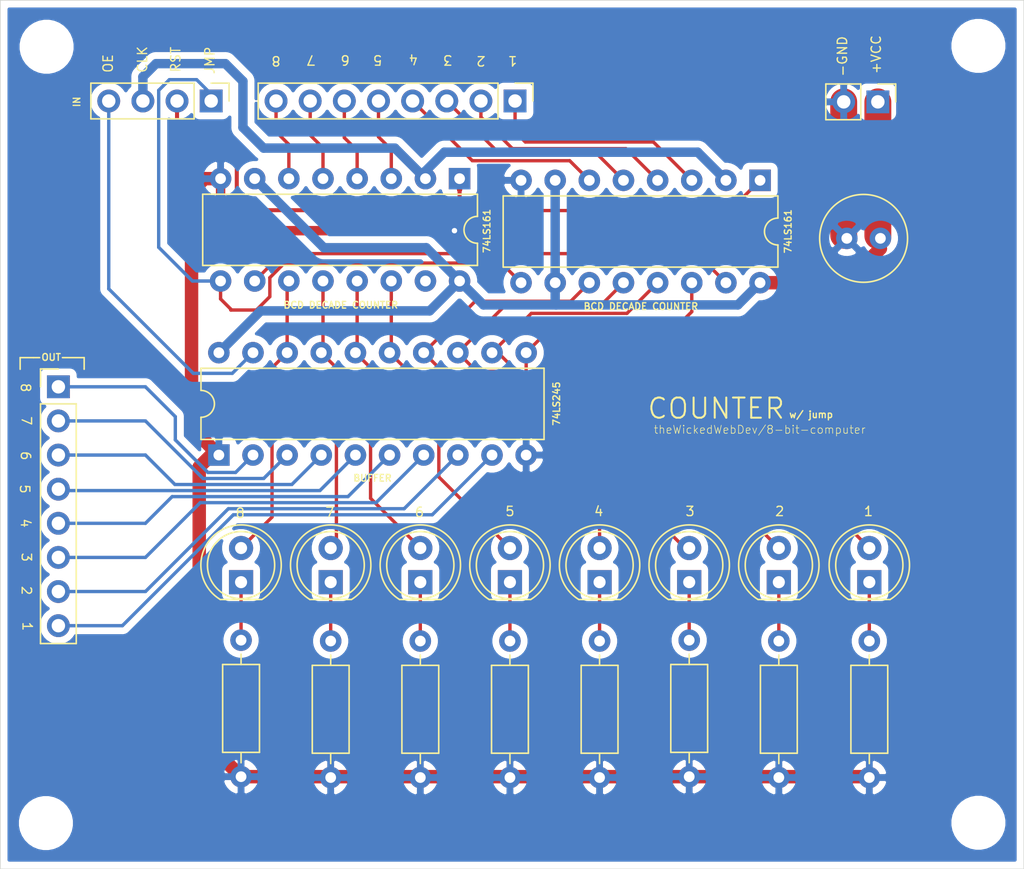
<source format=kicad_pcb>
(kicad_pcb (version 20171130) (host pcbnew "(5.1.9-0-10_14)")

  (general
    (thickness 1.6)
    (drawings 52)
    (tracks 201)
    (zones 0)
    (modules 28)
    (nets 41)
  )

  (page A4)
  (layers
    (0 F.Cu signal)
    (31 B.Cu signal hide)
    (32 B.Adhes user)
    (33 F.Adhes user)
    (34 B.Paste user)
    (35 F.Paste user)
    (36 B.SilkS user)
    (37 F.SilkS user)
    (38 B.Mask user)
    (39 F.Mask user)
    (40 Dwgs.User user)
    (41 Cmts.User user)
    (42 Eco1.User user)
    (43 Eco2.User user)
    (44 Edge.Cuts user)
    (45 Margin user)
    (46 B.CrtYd user)
    (47 F.CrtYd user)
    (48 B.Fab user)
    (49 F.Fab user)
  )

  (setup
    (last_trace_width 0.25)
    (trace_clearance 0.2)
    (zone_clearance 0.508)
    (zone_45_only no)
    (trace_min 0.2)
    (via_size 0.8)
    (via_drill 0.4)
    (via_min_size 0.4)
    (via_min_drill 0.3)
    (uvia_size 0.3)
    (uvia_drill 0.1)
    (uvias_allowed no)
    (uvia_min_size 0.2)
    (uvia_min_drill 0.1)
    (edge_width 0.05)
    (segment_width 0.2)
    (pcb_text_width 0.3)
    (pcb_text_size 1.5 1.5)
    (mod_edge_width 0.12)
    (mod_text_size 1 1)
    (mod_text_width 0.15)
    (pad_size 1.524 1.524)
    (pad_drill 0.762)
    (pad_to_mask_clearance 0)
    (aux_axis_origin 0 0)
    (grid_origin 90.7415 26.0985)
    (visible_elements FFFFFF7F)
    (pcbplotparams
      (layerselection 0x010fc_ffffffff)
      (usegerberextensions false)
      (usegerberattributes true)
      (usegerberadvancedattributes true)
      (creategerberjobfile true)
      (excludeedgelayer true)
      (linewidth 0.100000)
      (plotframeref false)
      (viasonmask false)
      (mode 1)
      (useauxorigin false)
      (hpglpennumber 1)
      (hpglpenspeed 20)
      (hpglpendiameter 15.000000)
      (psnegative false)
      (psa4output false)
      (plotreference true)
      (plotvalue true)
      (plotinvisibletext false)
      (padsonsilk false)
      (subtractmaskfromsilk false)
      (outputformat 1)
      (mirror false)
      (drillshape 0)
      (scaleselection 1)
      (outputdirectory "gerber"))
  )

  (net 0 "")
  (net 1 GND)
  (net 2 "Net-(D44-Pad2)")
  (net 3 "Net-(D44-Pad1)")
  (net 4 "Net-(D45-Pad2)")
  (net 5 "Net-(D45-Pad1)")
  (net 6 "Net-(D46-Pad2)")
  (net 7 "Net-(D46-Pad1)")
  (net 8 "Net-(D47-Pad2)")
  (net 9 "Net-(D47-Pad1)")
  (net 10 "Net-(D48-Pad2)")
  (net 11 "Net-(D48-Pad1)")
  (net 12 "Net-(D49-Pad2)")
  (net 13 "Net-(D49-Pad1)")
  (net 14 "Net-(D50-Pad2)")
  (net 15 "Net-(D50-Pad1)")
  (net 16 "Net-(D51-Pad2)")
  (net 17 "Net-(D51-Pad1)")
  (net 18 VCC)
  (net 19 "Net-(U46-Pad15)")
  (net 20 /D8)
  (net 21 /D7)
  (net 22 /D6)
  (net 23 /D5)
  (net 24 "Net-(U46-Pad10)")
  (net 25 /CLOCK)
  (net 26 /JUMP)
  (net 27 /RESET)
  (net 28 /OE)
  (net 29 /Y1)
  (net 30 /Y2)
  (net 31 /Y3)
  (net 32 /Y4)
  (net 33 /Y5)
  (net 34 /Y6)
  (net 35 /Y7)
  (net 36 /Y8)
  (net 37 /D4)
  (net 38 /D3)
  (net 39 /D2)
  (net 40 /D1)

  (net_class Default "This is the default net class."
    (clearance 0.2)
    (trace_width 0.25)
    (via_dia 0.8)
    (via_drill 0.4)
    (uvia_dia 0.3)
    (uvia_drill 0.1)
    (add_net /CLOCK)
    (add_net /D1)
    (add_net /D2)
    (add_net /D3)
    (add_net /D4)
    (add_net /D5)
    (add_net /D6)
    (add_net /D7)
    (add_net /D8)
    (add_net /JUMP)
    (add_net /OE)
    (add_net /RESET)
    (add_net /Y1)
    (add_net /Y2)
    (add_net /Y3)
    (add_net /Y4)
    (add_net /Y5)
    (add_net /Y6)
    (add_net /Y7)
    (add_net /Y8)
    (add_net GND)
    (add_net "Net-(D44-Pad1)")
    (add_net "Net-(D44-Pad2)")
    (add_net "Net-(D45-Pad1)")
    (add_net "Net-(D45-Pad2)")
    (add_net "Net-(D46-Pad1)")
    (add_net "Net-(D46-Pad2)")
    (add_net "Net-(D47-Pad1)")
    (add_net "Net-(D47-Pad2)")
    (add_net "Net-(D48-Pad1)")
    (add_net "Net-(D48-Pad2)")
    (add_net "Net-(D49-Pad1)")
    (add_net "Net-(D49-Pad2)")
    (add_net "Net-(D50-Pad1)")
    (add_net "Net-(D50-Pad2)")
    (add_net "Net-(D51-Pad1)")
    (add_net "Net-(D51-Pad2)")
    (add_net "Net-(U46-Pad10)")
    (add_net "Net-(U46-Pad15)")
    (add_net VCC)
  )

  (module Connector_PinHeader_2.54mm:PinHeader_1x04_P2.54mm_Vertical (layer F.Cu) (tedit 59FED5CC) (tstamp 60802A12)
    (at 87.1855 36.576 270)
    (descr "Through hole straight pin header, 1x04, 2.54mm pitch, single row")
    (tags "Through hole pin header THT 1x04 2.54mm single row")
    (path /60844354)
    (fp_text reference J2 (at 0 -2.33 90) (layer F.SilkS) hide
      (effects (font (size 1 1) (thickness 0.15)))
    )
    (fp_text value Conn_01x04 (at 0 9.95 90) (layer F.Fab)
      (effects (font (size 1 1) (thickness 0.15)))
    )
    (fp_text user %R (at 0 3.81) (layer F.Fab)
      (effects (font (size 1 1) (thickness 0.15)))
    )
    (fp_line (start -0.635 -1.27) (end 1.27 -1.27) (layer F.Fab) (width 0.1))
    (fp_line (start 1.27 -1.27) (end 1.27 8.89) (layer F.Fab) (width 0.1))
    (fp_line (start 1.27 8.89) (end -1.27 8.89) (layer F.Fab) (width 0.1))
    (fp_line (start -1.27 8.89) (end -1.27 -0.635) (layer F.Fab) (width 0.1))
    (fp_line (start -1.27 -0.635) (end -0.635 -1.27) (layer F.Fab) (width 0.1))
    (fp_line (start -1.33 8.95) (end 1.33 8.95) (layer F.SilkS) (width 0.12))
    (fp_line (start -1.33 1.27) (end -1.33 8.95) (layer F.SilkS) (width 0.12))
    (fp_line (start 1.33 1.27) (end 1.33 8.95) (layer F.SilkS) (width 0.12))
    (fp_line (start -1.33 1.27) (end 1.33 1.27) (layer F.SilkS) (width 0.12))
    (fp_line (start -1.33 0) (end -1.33 -1.33) (layer F.SilkS) (width 0.12))
    (fp_line (start -1.33 -1.33) (end 0 -1.33) (layer F.SilkS) (width 0.12))
    (fp_line (start -1.8 -1.8) (end -1.8 9.4) (layer F.CrtYd) (width 0.05))
    (fp_line (start -1.8 9.4) (end 1.8 9.4) (layer F.CrtYd) (width 0.05))
    (fp_line (start 1.8 9.4) (end 1.8 -1.8) (layer F.CrtYd) (width 0.05))
    (fp_line (start 1.8 -1.8) (end -1.8 -1.8) (layer F.CrtYd) (width 0.05))
    (pad 4 thru_hole oval (at 0 7.62 270) (size 1.7 1.7) (drill 1) (layers *.Cu *.Mask)
      (net 28 /OE))
    (pad 3 thru_hole oval (at 0 5.08 270) (size 1.7 1.7) (drill 1) (layers *.Cu *.Mask)
      (net 25 /CLOCK))
    (pad 2 thru_hole oval (at 0 2.54 270) (size 1.7 1.7) (drill 1) (layers *.Cu *.Mask)
      (net 27 /RESET))
    (pad 1 thru_hole rect (at 0 0 270) (size 1.7 1.7) (drill 1) (layers *.Cu *.Mask)
      (net 26 /JUMP))
    (model ${KISYS3DMOD}/Connector_PinHeader_2.54mm.3dshapes/PinHeader_1x04_P2.54mm_Vertical.wrl
      (at (xyz 0 0 0))
      (scale (xyz 1 1 1))
      (rotate (xyz 0 0 0))
    )
  )

  (module MountingHole:MountingHole_3mm (layer F.Cu) (tedit 56D1B4CB) (tstamp 6080BB63)
    (at 74.8919 90.3224)
    (descr "Mounting Hole 3mm, no annular")
    (tags "mounting hole 3mm no annular")
    (attr virtual)
    (fp_text reference REF** (at 0 -4) (layer F.SilkS) hide
      (effects (font (size 1 1) (thickness 0.15)))
    )
    (fp_text value MountingHole_3mm (at 0 4) (layer F.Fab) hide
      (effects (font (size 1 1) (thickness 0.15)))
    )
    (fp_circle (center 0 0) (end 3 0) (layer Cmts.User) (width 0.15))
    (fp_circle (center 0 0) (end 3.25 0) (layer F.CrtYd) (width 0.05))
    (fp_text user %R (at 0.3 0) (layer F.Fab)
      (effects (font (size 1 1) (thickness 0.15)))
    )
    (pad 1 np_thru_hole circle (at 0 0) (size 3 3) (drill 3) (layers *.Cu *.Mask))
  )

  (module MountingHole:MountingHole_3mm (layer F.Cu) (tedit 56D1B4CB) (tstamp 6080BB78)
    (at 74.9427 32.5374)
    (descr "Mounting Hole 3mm, no annular")
    (tags "mounting hole 3mm no annular")
    (attr virtual)
    (fp_text reference REF** (at 0 -4) (layer F.SilkS) hide
      (effects (font (size 1 1) (thickness 0.15)))
    )
    (fp_text value MountingHole_3mm (at 0 4) (layer F.Fab) hide
      (effects (font (size 1 1) (thickness 0.15)))
    )
    (fp_circle (center 0 0) (end 3 0) (layer Cmts.User) (width 0.15))
    (fp_circle (center 0 0) (end 3.25 0) (layer F.CrtYd) (width 0.05))
    (fp_text user %R (at 0.3 0) (layer F.Fab)
      (effects (font (size 1 1) (thickness 0.15)))
    )
    (pad 1 np_thru_hole circle (at 0 0) (size 3 3) (drill 3) (layers *.Cu *.Mask))
  )

  (module MountingHole:MountingHole_3mm (layer F.Cu) (tedit 56D1B4CB) (tstamp 6080BB04)
    (at 144.2593 90.297)
    (descr "Mounting Hole 3mm, no annular")
    (tags "mounting hole 3mm no annular")
    (attr virtual)
    (fp_text reference REF** (at 0 -4) (layer F.SilkS) hide
      (effects (font (size 1 1) (thickness 0.15)))
    )
    (fp_text value MountingHole_3mm (at 0 4) (layer F.Fab) hide
      (effects (font (size 1 1) (thickness 0.15)))
    )
    (fp_circle (center 0 0) (end 3 0) (layer Cmts.User) (width 0.15))
    (fp_circle (center 0 0) (end 3.25 0) (layer F.CrtYd) (width 0.05))
    (fp_text user %R (at 0.3 0) (layer F.Fab)
      (effects (font (size 1 1) (thickness 0.15)))
    )
    (pad 1 np_thru_hole circle (at 0 0) (size 3 3) (drill 3) (layers *.Cu *.Mask))
  )

  (module MountingHole:MountingHole_3mm (layer F.Cu) (tedit 56D1B4CB) (tstamp 6080BAD6)
    (at 144.2593 32.4739)
    (descr "Mounting Hole 3mm, no annular")
    (tags "mounting hole 3mm no annular")
    (attr virtual)
    (fp_text reference REF** (at 0 -4) (layer F.SilkS) hide
      (effects (font (size 1 1) (thickness 0.15)))
    )
    (fp_text value MountingHole_3mm (at 0 4) (layer F.Fab) hide
      (effects (font (size 1 1) (thickness 0.15)))
    )
    (fp_circle (center 0 0) (end 3.25 0) (layer F.CrtYd) (width 0.05))
    (fp_circle (center 0 0) (end 3 0) (layer Cmts.User) (width 0.15))
    (fp_text user %R (at 0.3 0) (layer F.Fab)
      (effects (font (size 1 1) (thickness 0.15)))
    )
    (pad 1 np_thru_hole circle (at 0 0) (size 3 3) (drill 3) (layers *.Cu *.Mask))
  )

  (module Connector_PinHeader_2.54mm:PinHeader_1x08_P2.54mm_Vertical (layer F.Cu) (tedit 59FED5CC) (tstamp 60802A2E)
    (at 109.7915 36.576 270)
    (descr "Through hole straight pin header, 1x08, 2.54mm pitch, single row")
    (tags "Through hole pin header THT 1x08 2.54mm single row")
    (path /608330D9)
    (fp_text reference J3 (at 0 -2.33 90) (layer F.SilkS) hide
      (effects (font (size 1 1) (thickness 0.15)))
    )
    (fp_text value Conn_01x08 (at 0 20.11 90) (layer F.Fab) hide
      (effects (font (size 1 1) (thickness 0.15)))
    )
    (fp_line (start 1.8 -1.8) (end -1.8 -1.8) (layer F.CrtYd) (width 0.05))
    (fp_line (start 1.8 19.55) (end 1.8 -1.8) (layer F.CrtYd) (width 0.05))
    (fp_line (start -1.8 19.55) (end 1.8 19.55) (layer F.CrtYd) (width 0.05))
    (fp_line (start -1.8 -1.8) (end -1.8 19.55) (layer F.CrtYd) (width 0.05))
    (fp_line (start -1.33 -1.33) (end 0 -1.33) (layer F.SilkS) (width 0.12))
    (fp_line (start -1.33 0) (end -1.33 -1.33) (layer F.SilkS) (width 0.12))
    (fp_line (start -1.33 1.27) (end 1.33 1.27) (layer F.SilkS) (width 0.12))
    (fp_line (start 1.33 1.27) (end 1.33 19.11) (layer F.SilkS) (width 0.12))
    (fp_line (start -1.33 1.27) (end -1.33 19.11) (layer F.SilkS) (width 0.12))
    (fp_line (start -1.33 19.11) (end 1.33 19.11) (layer F.SilkS) (width 0.12))
    (fp_line (start -1.27 -0.635) (end -0.635 -1.27) (layer F.Fab) (width 0.1))
    (fp_line (start -1.27 19.05) (end -1.27 -0.635) (layer F.Fab) (width 0.1))
    (fp_line (start 1.27 19.05) (end -1.27 19.05) (layer F.Fab) (width 0.1))
    (fp_line (start 1.27 -1.27) (end 1.27 19.05) (layer F.Fab) (width 0.1))
    (fp_line (start -0.635 -1.27) (end 1.27 -1.27) (layer F.Fab) (width 0.1))
    (fp_text user %R (at 0 8.89) (layer F.Fab)
      (effects (font (size 1 1) (thickness 0.15)))
    )
    (pad 8 thru_hole oval (at 0 17.78 270) (size 1.7 1.7) (drill 1) (layers *.Cu *.Mask)
      (net 20 /D8))
    (pad 7 thru_hole oval (at 0 15.24 270) (size 1.7 1.7) (drill 1) (layers *.Cu *.Mask)
      (net 21 /D7))
    (pad 6 thru_hole oval (at 0 12.7 270) (size 1.7 1.7) (drill 1) (layers *.Cu *.Mask)
      (net 22 /D6))
    (pad 5 thru_hole oval (at 0 10.16 270) (size 1.7 1.7) (drill 1) (layers *.Cu *.Mask)
      (net 23 /D5))
    (pad 4 thru_hole oval (at 0 7.62 270) (size 1.7 1.7) (drill 1) (layers *.Cu *.Mask)
      (net 37 /D4))
    (pad 3 thru_hole oval (at 0 5.08 270) (size 1.7 1.7) (drill 1) (layers *.Cu *.Mask)
      (net 38 /D3))
    (pad 2 thru_hole oval (at 0 2.54 270) (size 1.7 1.7) (drill 1) (layers *.Cu *.Mask)
      (net 39 /D2))
    (pad 1 thru_hole rect (at 0 0 270) (size 1.7 1.7) (drill 1) (layers *.Cu *.Mask)
      (net 40 /D1))
    (model ${KISYS3DMOD}/Connector_PinHeader_2.54mm.3dshapes/PinHeader_1x08_P2.54mm_Vertical.wrl
      (at (xyz 0 0 0))
      (scale (xyz 1 1 1))
      (rotate (xyz 0 0 0))
    )
  )

  (module Connector_PinHeader_2.54mm:PinHeader_1x08_P2.54mm_Vertical (layer F.Cu) (tedit 59FED5CC) (tstamp 60802011)
    (at 75.819 57.8485)
    (descr "Through hole straight pin header, 1x08, 2.54mm pitch, single row")
    (tags "Through hole pin header THT 1x08 2.54mm single row")
    (path /60828D07)
    (fp_text reference J1 (at 0 -2.33) (layer F.SilkS) hide
      (effects (font (size 1 1) (thickness 0.15)))
    )
    (fp_text value Conn_01x08 (at 0 20.11) (layer F.Fab) hide
      (effects (font (size 1 1) (thickness 0.15)))
    )
    (fp_line (start 1.8 -1.8) (end -1.8 -1.8) (layer F.CrtYd) (width 0.05))
    (fp_line (start 1.8 19.55) (end 1.8 -1.8) (layer F.CrtYd) (width 0.05))
    (fp_line (start -1.8 19.55) (end 1.8 19.55) (layer F.CrtYd) (width 0.05))
    (fp_line (start -1.8 -1.8) (end -1.8 19.55) (layer F.CrtYd) (width 0.05))
    (fp_line (start -1.33 -1.33) (end 0 -1.33) (layer F.SilkS) (width 0.12))
    (fp_line (start -1.33 0) (end -1.33 -1.33) (layer F.SilkS) (width 0.12))
    (fp_line (start -1.33 1.27) (end 1.33 1.27) (layer F.SilkS) (width 0.12))
    (fp_line (start 1.33 1.27) (end 1.33 19.11) (layer F.SilkS) (width 0.12))
    (fp_line (start -1.33 1.27) (end -1.33 19.11) (layer F.SilkS) (width 0.12))
    (fp_line (start -1.33 19.11) (end 1.33 19.11) (layer F.SilkS) (width 0.12))
    (fp_line (start -1.27 -0.635) (end -0.635 -1.27) (layer F.Fab) (width 0.1))
    (fp_line (start -1.27 19.05) (end -1.27 -0.635) (layer F.Fab) (width 0.1))
    (fp_line (start 1.27 19.05) (end -1.27 19.05) (layer F.Fab) (width 0.1))
    (fp_line (start 1.27 -1.27) (end 1.27 19.05) (layer F.Fab) (width 0.1))
    (fp_line (start -0.635 -1.27) (end 1.27 -1.27) (layer F.Fab) (width 0.1))
    (fp_text user %R (at 0 8.89 90) (layer F.Fab)
      (effects (font (size 1 1) (thickness 0.15)))
    )
    (pad 8 thru_hole oval (at 0 17.78) (size 1.7 1.7) (drill 1) (layers *.Cu *.Mask)
      (net 29 /Y1))
    (pad 7 thru_hole oval (at 0 15.24) (size 1.7 1.7) (drill 1) (layers *.Cu *.Mask)
      (net 30 /Y2))
    (pad 6 thru_hole oval (at 0 12.7) (size 1.7 1.7) (drill 1) (layers *.Cu *.Mask)
      (net 31 /Y3))
    (pad 5 thru_hole oval (at 0 10.16) (size 1.7 1.7) (drill 1) (layers *.Cu *.Mask)
      (net 32 /Y4))
    (pad 4 thru_hole oval (at 0 7.62) (size 1.7 1.7) (drill 1) (layers *.Cu *.Mask)
      (net 33 /Y5))
    (pad 3 thru_hole oval (at 0 5.08) (size 1.7 1.7) (drill 1) (layers *.Cu *.Mask)
      (net 34 /Y6))
    (pad 2 thru_hole oval (at 0 2.54) (size 1.7 1.7) (drill 1) (layers *.Cu *.Mask)
      (net 35 /Y7))
    (pad 1 thru_hole rect (at 0 0) (size 1.7 1.7) (drill 1) (layers *.Cu *.Mask)
      (net 36 /Y8))
    (model ${KISYS3DMOD}/Connector_PinHeader_2.54mm.3dshapes/PinHeader_1x08_P2.54mm_Vertical.wrl
      (at (xyz 0 0 0))
      (scale (xyz 1 1 1))
      (rotate (xyz 0 0 0))
    )
  )

  (module Package_DIP:DIP-16_W7.62mm (layer F.Cu) (tedit 5A02E8C5) (tstamp 607FC4E3)
    (at 128.016 42.4815 270)
    (descr "16-lead though-hole mounted DIP package, row spacing 7.62 mm (300 mils)")
    (tags "THT DIP DIL PDIP 2.54mm 7.62mm 300mil")
    (path /60E99931)
    (fp_text reference U48 (at 3.81 -2.33 90) (layer F.SilkS) hide
      (effects (font (size 1 1) (thickness 0.15)))
    )
    (fp_text value 74LS161 (at 3.81 20.11 90) (layer F.Fab) hide
      (effects (font (size 1 1) (thickness 0.15)))
    )
    (fp_line (start 8.7 -1.55) (end -1.1 -1.55) (layer F.CrtYd) (width 0.05))
    (fp_line (start 8.7 19.3) (end 8.7 -1.55) (layer F.CrtYd) (width 0.05))
    (fp_line (start -1.1 19.3) (end 8.7 19.3) (layer F.CrtYd) (width 0.05))
    (fp_line (start -1.1 -1.55) (end -1.1 19.3) (layer F.CrtYd) (width 0.05))
    (fp_line (start 6.46 -1.33) (end 4.81 -1.33) (layer F.SilkS) (width 0.12))
    (fp_line (start 6.46 19.11) (end 6.46 -1.33) (layer F.SilkS) (width 0.12))
    (fp_line (start 1.16 19.11) (end 6.46 19.11) (layer F.SilkS) (width 0.12))
    (fp_line (start 1.16 -1.33) (end 1.16 19.11) (layer F.SilkS) (width 0.12))
    (fp_line (start 2.81 -1.33) (end 1.16 -1.33) (layer F.SilkS) (width 0.12))
    (fp_line (start 0.635 -0.27) (end 1.635 -1.27) (layer F.Fab) (width 0.1))
    (fp_line (start 0.635 19.05) (end 0.635 -0.27) (layer F.Fab) (width 0.1))
    (fp_line (start 6.985 19.05) (end 0.635 19.05) (layer F.Fab) (width 0.1))
    (fp_line (start 6.985 -1.27) (end 6.985 19.05) (layer F.Fab) (width 0.1))
    (fp_line (start 1.635 -1.27) (end 6.985 -1.27) (layer F.Fab) (width 0.1))
    (fp_text user %R (at 3.81 8.89 90) (layer F.Fab) hide
      (effects (font (size 1 1) (thickness 0.15)))
    )
    (fp_arc (start 3.81 -1.33) (end 2.81 -1.33) (angle -180) (layer F.SilkS) (width 0.12))
    (pad 16 thru_hole oval (at 7.62 0 270) (size 1.6 1.6) (drill 0.8) (layers *.Cu *.Mask)
      (net 18 VCC))
    (pad 8 thru_hole oval (at 0 17.78 270) (size 1.6 1.6) (drill 0.8) (layers *.Cu *.Mask)
      (net 1 GND))
    (pad 15 thru_hole oval (at 7.62 2.54 270) (size 1.6 1.6) (drill 0.8) (layers *.Cu *.Mask)
      (net 24 "Net-(U46-Pad10)"))
    (pad 7 thru_hole oval (at 0 15.24 270) (size 1.6 1.6) (drill 0.8) (layers *.Cu *.Mask)
      (net 18 VCC))
    (pad 14 thru_hole oval (at 7.62 5.08 270) (size 1.6 1.6) (drill 0.8) (layers *.Cu *.Mask)
      (net 16 "Net-(D51-Pad2)"))
    (pad 6 thru_hole oval (at 0 12.7 270) (size 1.6 1.6) (drill 0.8) (layers *.Cu *.Mask)
      (net 37 /D4))
    (pad 13 thru_hole oval (at 7.62 7.62 270) (size 1.6 1.6) (drill 0.8) (layers *.Cu *.Mask)
      (net 14 "Net-(D50-Pad2)"))
    (pad 5 thru_hole oval (at 0 10.16 270) (size 1.6 1.6) (drill 0.8) (layers *.Cu *.Mask)
      (net 38 /D3))
    (pad 12 thru_hole oval (at 7.62 10.16 270) (size 1.6 1.6) (drill 0.8) (layers *.Cu *.Mask)
      (net 12 "Net-(D49-Pad2)"))
    (pad 4 thru_hole oval (at 0 7.62 270) (size 1.6 1.6) (drill 0.8) (layers *.Cu *.Mask)
      (net 39 /D2))
    (pad 11 thru_hole oval (at 7.62 12.7 270) (size 1.6 1.6) (drill 0.8) (layers *.Cu *.Mask)
      (net 10 "Net-(D48-Pad2)"))
    (pad 3 thru_hole oval (at 0 5.08 270) (size 1.6 1.6) (drill 0.8) (layers *.Cu *.Mask)
      (net 40 /D1))
    (pad 10 thru_hole oval (at 7.62 15.24 270) (size 1.6 1.6) (drill 0.8) (layers *.Cu *.Mask)
      (net 18 VCC))
    (pad 2 thru_hole oval (at 0 2.54 270) (size 1.6 1.6) (drill 0.8) (layers *.Cu *.Mask)
      (net 25 /CLOCK))
    (pad 9 thru_hole oval (at 7.62 17.78 270) (size 1.6 1.6) (drill 0.8) (layers *.Cu *.Mask)
      (net 26 /JUMP))
    (pad 1 thru_hole rect (at 0 0 270) (size 1.6 1.6) (drill 0.8) (layers *.Cu *.Mask)
      (net 27 /RESET))
    (model ${KISYS3DMOD}/Package_DIP.3dshapes/DIP-16_W7.62mm.wrl
      (at (xyz 0 0 0))
      (scale (xyz 1 1 1))
      (rotate (xyz 0 0 0))
    )
  )

  (module Package_DIP:DIP-20_W7.62mm (layer F.Cu) (tedit 5A02E8C5) (tstamp 607FD284)
    (at 87.757 62.9285 90)
    (descr "20-lead though-hole mounted DIP package, row spacing 7.62 mm (300 mils)")
    (tags "THT DIP DIL PDIP 2.54mm 7.62mm 300mil")
    (path /60E92021)
    (fp_text reference U47 (at 3.81 -2.33 90) (layer F.SilkS) hide
      (effects (font (size 1 1) (thickness 0.15)))
    )
    (fp_text value 74LS245 (at 3.81 25.19 90) (layer F.Fab) hide
      (effects (font (size 1 1) (thickness 0.15)))
    )
    (fp_line (start 8.7 -1.55) (end -1.1 -1.55) (layer F.CrtYd) (width 0.05))
    (fp_line (start 8.7 24.4) (end 8.7 -1.55) (layer F.CrtYd) (width 0.05))
    (fp_line (start -1.1 24.4) (end 8.7 24.4) (layer F.CrtYd) (width 0.05))
    (fp_line (start -1.1 -1.55) (end -1.1 24.4) (layer F.CrtYd) (width 0.05))
    (fp_line (start 6.46 -1.33) (end 4.81 -1.33) (layer F.SilkS) (width 0.12))
    (fp_line (start 6.46 24.19) (end 6.46 -1.33) (layer F.SilkS) (width 0.12))
    (fp_line (start 1.16 24.19) (end 6.46 24.19) (layer F.SilkS) (width 0.12))
    (fp_line (start 1.16 -1.33) (end 1.16 24.19) (layer F.SilkS) (width 0.12))
    (fp_line (start 2.81 -1.33) (end 1.16 -1.33) (layer F.SilkS) (width 0.12))
    (fp_line (start 0.635 -0.27) (end 1.635 -1.27) (layer F.Fab) (width 0.1))
    (fp_line (start 0.635 24.13) (end 0.635 -0.27) (layer F.Fab) (width 0.1))
    (fp_line (start 6.985 24.13) (end 0.635 24.13) (layer F.Fab) (width 0.1))
    (fp_line (start 6.985 -1.27) (end 6.985 24.13) (layer F.Fab) (width 0.1))
    (fp_line (start 1.635 -1.27) (end 6.985 -1.27) (layer F.Fab) (width 0.1))
    (fp_text user %R (at 3.81 11.43 90) (layer F.Fab) hide
      (effects (font (size 1 1) (thickness 0.15)))
    )
    (fp_arc (start 3.81 -1.33) (end 2.81 -1.33) (angle -180) (layer F.SilkS) (width 0.12))
    (pad 20 thru_hole oval (at 7.62 0 90) (size 1.6 1.6) (drill 0.8) (layers *.Cu *.Mask)
      (net 18 VCC))
    (pad 10 thru_hole oval (at 0 22.86 90) (size 1.6 1.6) (drill 0.8) (layers *.Cu *.Mask)
      (net 1 GND))
    (pad 19 thru_hole oval (at 7.62 2.54 90) (size 1.6 1.6) (drill 0.8) (layers *.Cu *.Mask)
      (net 28 /OE))
    (pad 9 thru_hole oval (at 0 20.32 90) (size 1.6 1.6) (drill 0.8) (layers *.Cu *.Mask)
      (net 29 /Y1))
    (pad 18 thru_hole oval (at 7.62 5.08 90) (size 1.6 1.6) (drill 0.8) (layers *.Cu *.Mask)
      (net 2 "Net-(D44-Pad2)"))
    (pad 8 thru_hole oval (at 0 17.78 90) (size 1.6 1.6) (drill 0.8) (layers *.Cu *.Mask)
      (net 30 /Y2))
    (pad 17 thru_hole oval (at 7.62 7.62 90) (size 1.6 1.6) (drill 0.8) (layers *.Cu *.Mask)
      (net 4 "Net-(D45-Pad2)"))
    (pad 7 thru_hole oval (at 0 15.24 90) (size 1.6 1.6) (drill 0.8) (layers *.Cu *.Mask)
      (net 31 /Y3))
    (pad 16 thru_hole oval (at 7.62 10.16 90) (size 1.6 1.6) (drill 0.8) (layers *.Cu *.Mask)
      (net 6 "Net-(D46-Pad2)"))
    (pad 6 thru_hole oval (at 0 12.7 90) (size 1.6 1.6) (drill 0.8) (layers *.Cu *.Mask)
      (net 32 /Y4))
    (pad 15 thru_hole oval (at 7.62 12.7 90) (size 1.6 1.6) (drill 0.8) (layers *.Cu *.Mask)
      (net 8 "Net-(D47-Pad2)"))
    (pad 5 thru_hole oval (at 0 10.16 90) (size 1.6 1.6) (drill 0.8) (layers *.Cu *.Mask)
      (net 33 /Y5))
    (pad 14 thru_hole oval (at 7.62 15.24 90) (size 1.6 1.6) (drill 0.8) (layers *.Cu *.Mask)
      (net 10 "Net-(D48-Pad2)"))
    (pad 4 thru_hole oval (at 0 7.62 90) (size 1.6 1.6) (drill 0.8) (layers *.Cu *.Mask)
      (net 34 /Y6))
    (pad 13 thru_hole oval (at 7.62 17.78 90) (size 1.6 1.6) (drill 0.8) (layers *.Cu *.Mask)
      (net 12 "Net-(D49-Pad2)"))
    (pad 3 thru_hole oval (at 0 5.08 90) (size 1.6 1.6) (drill 0.8) (layers *.Cu *.Mask)
      (net 35 /Y7))
    (pad 12 thru_hole oval (at 7.62 20.32 90) (size 1.6 1.6) (drill 0.8) (layers *.Cu *.Mask)
      (net 14 "Net-(D50-Pad2)"))
    (pad 2 thru_hole oval (at 0 2.54 90) (size 1.6 1.6) (drill 0.8) (layers *.Cu *.Mask)
      (net 36 /Y8))
    (pad 11 thru_hole oval (at 7.62 22.86 90) (size 1.6 1.6) (drill 0.8) (layers *.Cu *.Mask)
      (net 16 "Net-(D51-Pad2)"))
    (pad 1 thru_hole rect (at 0 0 90) (size 1.6 1.6) (drill 0.8) (layers *.Cu *.Mask)
      (net 1 GND))
    (model ${KISYS3DMOD}/Package_DIP.3dshapes/DIP-20_W7.62mm.wrl
      (at (xyz 0 0 0))
      (scale (xyz 1 1 1))
      (rotate (xyz 0 0 0))
    )
  )

  (module Package_DIP:DIP-16_W7.62mm (layer F.Cu) (tedit 5A02E8C5) (tstamp 607FC497)
    (at 105.664 42.3545 270)
    (descr "16-lead though-hole mounted DIP package, row spacing 7.62 mm (300 mils)")
    (tags "THT DIP DIL PDIP 2.54mm 7.62mm 300mil")
    (path /60EA04FD)
    (fp_text reference U46 (at 3.81 -2.33 90) (layer F.SilkS) hide
      (effects (font (size 1 1) (thickness 0.15)))
    )
    (fp_text value 74LS161 (at 3.81 20.11 90) (layer F.Fab) hide
      (effects (font (size 1 1) (thickness 0.15)))
    )
    (fp_line (start 8.7 -1.55) (end -1.1 -1.55) (layer F.CrtYd) (width 0.05))
    (fp_line (start 8.7 19.3) (end 8.7 -1.55) (layer F.CrtYd) (width 0.05))
    (fp_line (start -1.1 19.3) (end 8.7 19.3) (layer F.CrtYd) (width 0.05))
    (fp_line (start -1.1 -1.55) (end -1.1 19.3) (layer F.CrtYd) (width 0.05))
    (fp_line (start 6.46 -1.33) (end 4.81 -1.33) (layer F.SilkS) (width 0.12))
    (fp_line (start 6.46 19.11) (end 6.46 -1.33) (layer F.SilkS) (width 0.12))
    (fp_line (start 1.16 19.11) (end 6.46 19.11) (layer F.SilkS) (width 0.12))
    (fp_line (start 1.16 -1.33) (end 1.16 19.11) (layer F.SilkS) (width 0.12))
    (fp_line (start 2.81 -1.33) (end 1.16 -1.33) (layer F.SilkS) (width 0.12))
    (fp_line (start 0.635 -0.27) (end 1.635 -1.27) (layer F.Fab) (width 0.1))
    (fp_line (start 0.635 19.05) (end 0.635 -0.27) (layer F.Fab) (width 0.1))
    (fp_line (start 6.985 19.05) (end 0.635 19.05) (layer F.Fab) (width 0.1))
    (fp_line (start 6.985 -1.27) (end 6.985 19.05) (layer F.Fab) (width 0.1))
    (fp_line (start 1.635 -1.27) (end 6.985 -1.27) (layer F.Fab) (width 0.1))
    (fp_text user %R (at 3.81 8.89 90) (layer F.Fab) hide
      (effects (font (size 1 1) (thickness 0.15)))
    )
    (fp_arc (start 3.81 -1.33) (end 2.81 -1.33) (angle -180) (layer F.SilkS) (width 0.12))
    (pad 16 thru_hole oval (at 7.62 0 270) (size 1.6 1.6) (drill 0.8) (layers *.Cu *.Mask)
      (net 18 VCC))
    (pad 8 thru_hole oval (at 0 17.78 270) (size 1.6 1.6) (drill 0.8) (layers *.Cu *.Mask)
      (net 1 GND))
    (pad 15 thru_hole oval (at 7.62 2.54 270) (size 1.6 1.6) (drill 0.8) (layers *.Cu *.Mask)
      (net 19 "Net-(U46-Pad15)"))
    (pad 7 thru_hole oval (at 0 15.24 270) (size 1.6 1.6) (drill 0.8) (layers *.Cu *.Mask)
      (net 18 VCC))
    (pad 14 thru_hole oval (at 7.62 5.08 270) (size 1.6 1.6) (drill 0.8) (layers *.Cu *.Mask)
      (net 8 "Net-(D47-Pad2)"))
    (pad 6 thru_hole oval (at 0 12.7 270) (size 1.6 1.6) (drill 0.8) (layers *.Cu *.Mask)
      (net 20 /D8))
    (pad 13 thru_hole oval (at 7.62 7.62 270) (size 1.6 1.6) (drill 0.8) (layers *.Cu *.Mask)
      (net 6 "Net-(D46-Pad2)"))
    (pad 5 thru_hole oval (at 0 10.16 270) (size 1.6 1.6) (drill 0.8) (layers *.Cu *.Mask)
      (net 21 /D7))
    (pad 12 thru_hole oval (at 7.62 10.16 270) (size 1.6 1.6) (drill 0.8) (layers *.Cu *.Mask)
      (net 4 "Net-(D45-Pad2)"))
    (pad 4 thru_hole oval (at 0 7.62 270) (size 1.6 1.6) (drill 0.8) (layers *.Cu *.Mask)
      (net 22 /D6))
    (pad 11 thru_hole oval (at 7.62 12.7 270) (size 1.6 1.6) (drill 0.8) (layers *.Cu *.Mask)
      (net 2 "Net-(D44-Pad2)"))
    (pad 3 thru_hole oval (at 0 5.08 270) (size 1.6 1.6) (drill 0.8) (layers *.Cu *.Mask)
      (net 23 /D5))
    (pad 10 thru_hole oval (at 7.62 15.24 270) (size 1.6 1.6) (drill 0.8) (layers *.Cu *.Mask)
      (net 24 "Net-(U46-Pad10)"))
    (pad 2 thru_hole oval (at 0 2.54 270) (size 1.6 1.6) (drill 0.8) (layers *.Cu *.Mask)
      (net 25 /CLOCK))
    (pad 9 thru_hole oval (at 7.62 17.78 270) (size 1.6 1.6) (drill 0.8) (layers *.Cu *.Mask)
      (net 26 /JUMP))
    (pad 1 thru_hole rect (at 0 0 270) (size 1.6 1.6) (drill 0.8) (layers *.Cu *.Mask)
      (net 27 /RESET))
    (model ${KISYS3DMOD}/Package_DIP.3dshapes/DIP-16_W7.62mm.wrl
      (at (xyz 0 0 0))
      (scale (xyz 1 1 1))
      (rotate (xyz 0 0 0))
    )
  )

  (module Resistor_THT:R_Axial_DIN0207_L6.3mm_D2.5mm_P10.16mm_Horizontal (layer F.Cu) (tedit 5AE5139B) (tstamp 607FC473)
    (at 136.144 76.7715 270)
    (descr "Resistor, Axial_DIN0207 series, Axial, Horizontal, pin pitch=10.16mm, 0.25W = 1/4W, length*diameter=6.3*2.5mm^2, http://cdn-reichelt.de/documents/datenblatt/B400/1_4W%23YAG.pdf")
    (tags "Resistor Axial_DIN0207 series Axial Horizontal pin pitch 10.16mm 0.25W = 1/4W length 6.3mm diameter 2.5mm")
    (path /61219B7C)
    (fp_text reference R18 (at 5.08 -2.37 90) (layer F.SilkS) hide
      (effects (font (size 1 1) (thickness 0.15)))
    )
    (fp_text value R_US (at 5.08 2.37 90) (layer F.Fab) hide
      (effects (font (size 1 1) (thickness 0.15)))
    )
    (fp_line (start 11.21 -1.5) (end -1.05 -1.5) (layer F.CrtYd) (width 0.05))
    (fp_line (start 11.21 1.5) (end 11.21 -1.5) (layer F.CrtYd) (width 0.05))
    (fp_line (start -1.05 1.5) (end 11.21 1.5) (layer F.CrtYd) (width 0.05))
    (fp_line (start -1.05 -1.5) (end -1.05 1.5) (layer F.CrtYd) (width 0.05))
    (fp_line (start 9.12 0) (end 8.35 0) (layer F.SilkS) (width 0.12))
    (fp_line (start 1.04 0) (end 1.81 0) (layer F.SilkS) (width 0.12))
    (fp_line (start 8.35 -1.37) (end 1.81 -1.37) (layer F.SilkS) (width 0.12))
    (fp_line (start 8.35 1.37) (end 8.35 -1.37) (layer F.SilkS) (width 0.12))
    (fp_line (start 1.81 1.37) (end 8.35 1.37) (layer F.SilkS) (width 0.12))
    (fp_line (start 1.81 -1.37) (end 1.81 1.37) (layer F.SilkS) (width 0.12))
    (fp_line (start 10.16 0) (end 8.23 0) (layer F.Fab) (width 0.1))
    (fp_line (start 0 0) (end 1.93 0) (layer F.Fab) (width 0.1))
    (fp_line (start 8.23 -1.25) (end 1.93 -1.25) (layer F.Fab) (width 0.1))
    (fp_line (start 8.23 1.25) (end 8.23 -1.25) (layer F.Fab) (width 0.1))
    (fp_line (start 1.93 1.25) (end 8.23 1.25) (layer F.Fab) (width 0.1))
    (fp_line (start 1.93 -1.25) (end 1.93 1.25) (layer F.Fab) (width 0.1))
    (fp_text user %R (at 5.08 0 90) (layer F.Fab) hide
      (effects (font (size 1 1) (thickness 0.15)))
    )
    (pad 2 thru_hole oval (at 10.16 0 270) (size 1.6 1.6) (drill 0.8) (layers *.Cu *.Mask)
      (net 1 GND))
    (pad 1 thru_hole circle (at 0 0 270) (size 1.6 1.6) (drill 0.8) (layers *.Cu *.Mask)
      (net 17 "Net-(D51-Pad1)"))
    (model ${KISYS3DMOD}/Resistor_THT.3dshapes/R_Axial_DIN0207_L6.3mm_D2.5mm_P10.16mm_Horizontal.wrl
      (at (xyz 0 0 0))
      (scale (xyz 1 1 1))
      (rotate (xyz 0 0 0))
    )
  )

  (module Resistor_THT:R_Axial_DIN0207_L6.3mm_D2.5mm_P10.16mm_Horizontal (layer F.Cu) (tedit 5AE5139B) (tstamp 607FC45C)
    (at 129.413 76.7715 270)
    (descr "Resistor, Axial_DIN0207 series, Axial, Horizontal, pin pitch=10.16mm, 0.25W = 1/4W, length*diameter=6.3*2.5mm^2, http://cdn-reichelt.de/documents/datenblatt/B400/1_4W%23YAG.pdf")
    (tags "Resistor Axial_DIN0207 series Axial Horizontal pin pitch 10.16mm 0.25W = 1/4W length 6.3mm diameter 2.5mm")
    (path /61219B5D)
    (fp_text reference R17 (at 5.08 -2.37 90) (layer F.SilkS) hide
      (effects (font (size 1 1) (thickness 0.15)))
    )
    (fp_text value R_US (at 5.08 2.37 90) (layer F.Fab) hide
      (effects (font (size 1 1) (thickness 0.15)))
    )
    (fp_line (start 11.21 -1.5) (end -1.05 -1.5) (layer F.CrtYd) (width 0.05))
    (fp_line (start 11.21 1.5) (end 11.21 -1.5) (layer F.CrtYd) (width 0.05))
    (fp_line (start -1.05 1.5) (end 11.21 1.5) (layer F.CrtYd) (width 0.05))
    (fp_line (start -1.05 -1.5) (end -1.05 1.5) (layer F.CrtYd) (width 0.05))
    (fp_line (start 9.12 0) (end 8.35 0) (layer F.SilkS) (width 0.12))
    (fp_line (start 1.04 0) (end 1.81 0) (layer F.SilkS) (width 0.12))
    (fp_line (start 8.35 -1.37) (end 1.81 -1.37) (layer F.SilkS) (width 0.12))
    (fp_line (start 8.35 1.37) (end 8.35 -1.37) (layer F.SilkS) (width 0.12))
    (fp_line (start 1.81 1.37) (end 8.35 1.37) (layer F.SilkS) (width 0.12))
    (fp_line (start 1.81 -1.37) (end 1.81 1.37) (layer F.SilkS) (width 0.12))
    (fp_line (start 10.16 0) (end 8.23 0) (layer F.Fab) (width 0.1))
    (fp_line (start 0 0) (end 1.93 0) (layer F.Fab) (width 0.1))
    (fp_line (start 8.23 -1.25) (end 1.93 -1.25) (layer F.Fab) (width 0.1))
    (fp_line (start 8.23 1.25) (end 8.23 -1.25) (layer F.Fab) (width 0.1))
    (fp_line (start 1.93 1.25) (end 8.23 1.25) (layer F.Fab) (width 0.1))
    (fp_line (start 1.93 -1.25) (end 1.93 1.25) (layer F.Fab) (width 0.1))
    (fp_text user %R (at 5.08 0 90) (layer F.Fab) hide
      (effects (font (size 1 1) (thickness 0.15)))
    )
    (pad 2 thru_hole oval (at 10.16 0 270) (size 1.6 1.6) (drill 0.8) (layers *.Cu *.Mask)
      (net 1 GND))
    (pad 1 thru_hole circle (at 0 0 270) (size 1.6 1.6) (drill 0.8) (layers *.Cu *.Mask)
      (net 15 "Net-(D50-Pad1)"))
    (model ${KISYS3DMOD}/Resistor_THT.3dshapes/R_Axial_DIN0207_L6.3mm_D2.5mm_P10.16mm_Horizontal.wrl
      (at (xyz 0 0 0))
      (scale (xyz 1 1 1))
      (rotate (xyz 0 0 0))
    )
  )

  (module Resistor_THT:R_Axial_DIN0207_L6.3mm_D2.5mm_P10.16mm_Horizontal (layer F.Cu) (tedit 5AE5139B) (tstamp 607FC445)
    (at 122.7455 76.708 270)
    (descr "Resistor, Axial_DIN0207 series, Axial, Horizontal, pin pitch=10.16mm, 0.25W = 1/4W, length*diameter=6.3*2.5mm^2, http://cdn-reichelt.de/documents/datenblatt/B400/1_4W%23YAG.pdf")
    (tags "Resistor Axial_DIN0207 series Axial Horizontal pin pitch 10.16mm 0.25W = 1/4W length 6.3mm diameter 2.5mm")
    (path /61219B3E)
    (fp_text reference R16 (at 5.08 -2.37 90) (layer F.SilkS) hide
      (effects (font (size 1 1) (thickness 0.15)))
    )
    (fp_text value R_US (at 5.08 2.37 90) (layer F.Fab) hide
      (effects (font (size 1 1) (thickness 0.15)))
    )
    (fp_line (start 11.21 -1.5) (end -1.05 -1.5) (layer F.CrtYd) (width 0.05))
    (fp_line (start 11.21 1.5) (end 11.21 -1.5) (layer F.CrtYd) (width 0.05))
    (fp_line (start -1.05 1.5) (end 11.21 1.5) (layer F.CrtYd) (width 0.05))
    (fp_line (start -1.05 -1.5) (end -1.05 1.5) (layer F.CrtYd) (width 0.05))
    (fp_line (start 9.12 0) (end 8.35 0) (layer F.SilkS) (width 0.12))
    (fp_line (start 1.04 0) (end 1.81 0) (layer F.SilkS) (width 0.12))
    (fp_line (start 8.35 -1.37) (end 1.81 -1.37) (layer F.SilkS) (width 0.12))
    (fp_line (start 8.35 1.37) (end 8.35 -1.37) (layer F.SilkS) (width 0.12))
    (fp_line (start 1.81 1.37) (end 8.35 1.37) (layer F.SilkS) (width 0.12))
    (fp_line (start 1.81 -1.37) (end 1.81 1.37) (layer F.SilkS) (width 0.12))
    (fp_line (start 10.16 0) (end 8.23 0) (layer F.Fab) (width 0.1))
    (fp_line (start 0 0) (end 1.93 0) (layer F.Fab) (width 0.1))
    (fp_line (start 8.23 -1.25) (end 1.93 -1.25) (layer F.Fab) (width 0.1))
    (fp_line (start 8.23 1.25) (end 8.23 -1.25) (layer F.Fab) (width 0.1))
    (fp_line (start 1.93 1.25) (end 8.23 1.25) (layer F.Fab) (width 0.1))
    (fp_line (start 1.93 -1.25) (end 1.93 1.25) (layer F.Fab) (width 0.1))
    (fp_text user %R (at 5.08 0 90) (layer F.Fab) hide
      (effects (font (size 1 1) (thickness 0.15)))
    )
    (pad 2 thru_hole oval (at 10.16 0 270) (size 1.6 1.6) (drill 0.8) (layers *.Cu *.Mask)
      (net 1 GND))
    (pad 1 thru_hole circle (at 0 0 270) (size 1.6 1.6) (drill 0.8) (layers *.Cu *.Mask)
      (net 13 "Net-(D49-Pad1)"))
    (model ${KISYS3DMOD}/Resistor_THT.3dshapes/R_Axial_DIN0207_L6.3mm_D2.5mm_P10.16mm_Horizontal.wrl
      (at (xyz 0 0 0))
      (scale (xyz 1 1 1))
      (rotate (xyz 0 0 0))
    )
  )

  (module Resistor_THT:R_Axial_DIN0207_L6.3mm_D2.5mm_P10.16mm_Horizontal (layer F.Cu) (tedit 5AE5139B) (tstamp 607FC8C0)
    (at 116.078 76.7715 270)
    (descr "Resistor, Axial_DIN0207 series, Axial, Horizontal, pin pitch=10.16mm, 0.25W = 1/4W, length*diameter=6.3*2.5mm^2, http://cdn-reichelt.de/documents/datenblatt/B400/1_4W%23YAG.pdf")
    (tags "Resistor Axial_DIN0207 series Axial Horizontal pin pitch 10.16mm 0.25W = 1/4W length 6.3mm diameter 2.5mm")
    (path /61219B1F)
    (fp_text reference R15 (at 5.08 -2.37 90) (layer F.SilkS) hide
      (effects (font (size 1 1) (thickness 0.15)))
    )
    (fp_text value R_US (at 5.08 2.37 90) (layer F.Fab) hide
      (effects (font (size 1 1) (thickness 0.15)))
    )
    (fp_line (start 11.21 -1.5) (end -1.05 -1.5) (layer F.CrtYd) (width 0.05))
    (fp_line (start 11.21 1.5) (end 11.21 -1.5) (layer F.CrtYd) (width 0.05))
    (fp_line (start -1.05 1.5) (end 11.21 1.5) (layer F.CrtYd) (width 0.05))
    (fp_line (start -1.05 -1.5) (end -1.05 1.5) (layer F.CrtYd) (width 0.05))
    (fp_line (start 9.12 0) (end 8.35 0) (layer F.SilkS) (width 0.12))
    (fp_line (start 1.04 0) (end 1.81 0) (layer F.SilkS) (width 0.12))
    (fp_line (start 8.35 -1.37) (end 1.81 -1.37) (layer F.SilkS) (width 0.12))
    (fp_line (start 8.35 1.37) (end 8.35 -1.37) (layer F.SilkS) (width 0.12))
    (fp_line (start 1.81 1.37) (end 8.35 1.37) (layer F.SilkS) (width 0.12))
    (fp_line (start 1.81 -1.37) (end 1.81 1.37) (layer F.SilkS) (width 0.12))
    (fp_line (start 10.16 0) (end 8.23 0) (layer F.Fab) (width 0.1))
    (fp_line (start 0 0) (end 1.93 0) (layer F.Fab) (width 0.1))
    (fp_line (start 8.23 -1.25) (end 1.93 -1.25) (layer F.Fab) (width 0.1))
    (fp_line (start 8.23 1.25) (end 8.23 -1.25) (layer F.Fab) (width 0.1))
    (fp_line (start 1.93 1.25) (end 8.23 1.25) (layer F.Fab) (width 0.1))
    (fp_line (start 1.93 -1.25) (end 1.93 1.25) (layer F.Fab) (width 0.1))
    (fp_text user %R (at 5.08 0 90) (layer F.Fab) hide
      (effects (font (size 1 1) (thickness 0.15)))
    )
    (pad 2 thru_hole oval (at 10.16 0 270) (size 1.6 1.6) (drill 0.8) (layers *.Cu *.Mask)
      (net 1 GND))
    (pad 1 thru_hole circle (at 0 0 270) (size 1.6 1.6) (drill 0.8) (layers *.Cu *.Mask)
      (net 11 "Net-(D48-Pad1)"))
    (model ${KISYS3DMOD}/Resistor_THT.3dshapes/R_Axial_DIN0207_L6.3mm_D2.5mm_P10.16mm_Horizontal.wrl
      (at (xyz 0 0 0))
      (scale (xyz 1 1 1))
      (rotate (xyz 0 0 0))
    )
  )

  (module Resistor_THT:R_Axial_DIN0207_L6.3mm_D2.5mm_P10.16mm_Horizontal (layer F.Cu) (tedit 5AE5139B) (tstamp 607FC417)
    (at 109.4105 76.7715 270)
    (descr "Resistor, Axial_DIN0207 series, Axial, Horizontal, pin pitch=10.16mm, 0.25W = 1/4W, length*diameter=6.3*2.5mm^2, http://cdn-reichelt.de/documents/datenblatt/B400/1_4W%23YAG.pdf")
    (tags "Resistor Axial_DIN0207 series Axial Horizontal pin pitch 10.16mm 0.25W = 1/4W length 6.3mm diameter 2.5mm")
    (path /61216320)
    (fp_text reference R14 (at 5.08 -2.37 90) (layer F.SilkS) hide
      (effects (font (size 1 1) (thickness 0.15)))
    )
    (fp_text value R_US (at 5.08 2.37 90) (layer F.Fab) hide
      (effects (font (size 1 1) (thickness 0.15)))
    )
    (fp_line (start 11.21 -1.5) (end -1.05 -1.5) (layer F.CrtYd) (width 0.05))
    (fp_line (start 11.21 1.5) (end 11.21 -1.5) (layer F.CrtYd) (width 0.05))
    (fp_line (start -1.05 1.5) (end 11.21 1.5) (layer F.CrtYd) (width 0.05))
    (fp_line (start -1.05 -1.5) (end -1.05 1.5) (layer F.CrtYd) (width 0.05))
    (fp_line (start 9.12 0) (end 8.35 0) (layer F.SilkS) (width 0.12))
    (fp_line (start 1.04 0) (end 1.81 0) (layer F.SilkS) (width 0.12))
    (fp_line (start 8.35 -1.37) (end 1.81 -1.37) (layer F.SilkS) (width 0.12))
    (fp_line (start 8.35 1.37) (end 8.35 -1.37) (layer F.SilkS) (width 0.12))
    (fp_line (start 1.81 1.37) (end 8.35 1.37) (layer F.SilkS) (width 0.12))
    (fp_line (start 1.81 -1.37) (end 1.81 1.37) (layer F.SilkS) (width 0.12))
    (fp_line (start 10.16 0) (end 8.23 0) (layer F.Fab) (width 0.1))
    (fp_line (start 0 0) (end 1.93 0) (layer F.Fab) (width 0.1))
    (fp_line (start 8.23 -1.25) (end 1.93 -1.25) (layer F.Fab) (width 0.1))
    (fp_line (start 8.23 1.25) (end 8.23 -1.25) (layer F.Fab) (width 0.1))
    (fp_line (start 1.93 1.25) (end 8.23 1.25) (layer F.Fab) (width 0.1))
    (fp_line (start 1.93 -1.25) (end 1.93 1.25) (layer F.Fab) (width 0.1))
    (fp_text user %R (at 5.08 0 90) (layer F.Fab) hide
      (effects (font (size 1 1) (thickness 0.15)))
    )
    (pad 2 thru_hole oval (at 10.16 0 270) (size 1.6 1.6) (drill 0.8) (layers *.Cu *.Mask)
      (net 1 GND))
    (pad 1 thru_hole circle (at 0 0 270) (size 1.6 1.6) (drill 0.8) (layers *.Cu *.Mask)
      (net 9 "Net-(D47-Pad1)"))
    (model ${KISYS3DMOD}/Resistor_THT.3dshapes/R_Axial_DIN0207_L6.3mm_D2.5mm_P10.16mm_Horizontal.wrl
      (at (xyz 0 0 0))
      (scale (xyz 1 1 1))
      (rotate (xyz 0 0 0))
    )
  )

  (module Resistor_THT:R_Axial_DIN0207_L6.3mm_D2.5mm_P10.16mm_Horizontal (layer F.Cu) (tedit 5AE5139B) (tstamp 607FC400)
    (at 102.743 76.7715 270)
    (descr "Resistor, Axial_DIN0207 series, Axial, Horizontal, pin pitch=10.16mm, 0.25W = 1/4W, length*diameter=6.3*2.5mm^2, http://cdn-reichelt.de/documents/datenblatt/B400/1_4W%23YAG.pdf")
    (tags "Resistor Axial_DIN0207 series Axial Horizontal pin pitch 10.16mm 0.25W = 1/4W length 6.3mm diameter 2.5mm")
    (path /61216301)
    (fp_text reference R13 (at 5.08 -2.37 90) (layer F.SilkS) hide
      (effects (font (size 1 1) (thickness 0.15)))
    )
    (fp_text value R_US (at 5.08 2.37 90) (layer F.Fab) hide
      (effects (font (size 1 1) (thickness 0.15)))
    )
    (fp_line (start 11.21 -1.5) (end -1.05 -1.5) (layer F.CrtYd) (width 0.05))
    (fp_line (start 11.21 1.5) (end 11.21 -1.5) (layer F.CrtYd) (width 0.05))
    (fp_line (start -1.05 1.5) (end 11.21 1.5) (layer F.CrtYd) (width 0.05))
    (fp_line (start -1.05 -1.5) (end -1.05 1.5) (layer F.CrtYd) (width 0.05))
    (fp_line (start 9.12 0) (end 8.35 0) (layer F.SilkS) (width 0.12))
    (fp_line (start 1.04 0) (end 1.81 0) (layer F.SilkS) (width 0.12))
    (fp_line (start 8.35 -1.37) (end 1.81 -1.37) (layer F.SilkS) (width 0.12))
    (fp_line (start 8.35 1.37) (end 8.35 -1.37) (layer F.SilkS) (width 0.12))
    (fp_line (start 1.81 1.37) (end 8.35 1.37) (layer F.SilkS) (width 0.12))
    (fp_line (start 1.81 -1.37) (end 1.81 1.37) (layer F.SilkS) (width 0.12))
    (fp_line (start 10.16 0) (end 8.23 0) (layer F.Fab) (width 0.1))
    (fp_line (start 0 0) (end 1.93 0) (layer F.Fab) (width 0.1))
    (fp_line (start 8.23 -1.25) (end 1.93 -1.25) (layer F.Fab) (width 0.1))
    (fp_line (start 8.23 1.25) (end 8.23 -1.25) (layer F.Fab) (width 0.1))
    (fp_line (start 1.93 1.25) (end 8.23 1.25) (layer F.Fab) (width 0.1))
    (fp_line (start 1.93 -1.25) (end 1.93 1.25) (layer F.Fab) (width 0.1))
    (fp_text user %R (at 5.08 0 90) (layer F.Fab) hide
      (effects (font (size 1 1) (thickness 0.15)))
    )
    (pad 2 thru_hole oval (at 10.16 0 270) (size 1.6 1.6) (drill 0.8) (layers *.Cu *.Mask)
      (net 1 GND))
    (pad 1 thru_hole circle (at 0 0 270) (size 1.6 1.6) (drill 0.8) (layers *.Cu *.Mask)
      (net 7 "Net-(D46-Pad1)"))
    (model ${KISYS3DMOD}/Resistor_THT.3dshapes/R_Axial_DIN0207_L6.3mm_D2.5mm_P10.16mm_Horizontal.wrl
      (at (xyz 0 0 0))
      (scale (xyz 1 1 1))
      (rotate (xyz 0 0 0))
    )
  )

  (module Resistor_THT:R_Axial_DIN0207_L6.3mm_D2.5mm_P10.16mm_Horizontal (layer F.Cu) (tedit 5AE5139B) (tstamp 607FD023)
    (at 96.0755 76.7715 270)
    (descr "Resistor, Axial_DIN0207 series, Axial, Horizontal, pin pitch=10.16mm, 0.25W = 1/4W, length*diameter=6.3*2.5mm^2, http://cdn-reichelt.de/documents/datenblatt/B400/1_4W%23YAG.pdf")
    (tags "Resistor Axial_DIN0207 series Axial Horizontal pin pitch 10.16mm 0.25W = 1/4W length 6.3mm diameter 2.5mm")
    (path /612147B9)
    (fp_text reference R12 (at 5.08 -2.37 90) (layer F.SilkS) hide
      (effects (font (size 1 1) (thickness 0.15)))
    )
    (fp_text value R_US (at 5.08 2.37 90) (layer F.Fab) hide
      (effects (font (size 1 1) (thickness 0.15)))
    )
    (fp_line (start 11.21 -1.5) (end -1.05 -1.5) (layer F.CrtYd) (width 0.05))
    (fp_line (start 11.21 1.5) (end 11.21 -1.5) (layer F.CrtYd) (width 0.05))
    (fp_line (start -1.05 1.5) (end 11.21 1.5) (layer F.CrtYd) (width 0.05))
    (fp_line (start -1.05 -1.5) (end -1.05 1.5) (layer F.CrtYd) (width 0.05))
    (fp_line (start 9.12 0) (end 8.35 0) (layer F.SilkS) (width 0.12))
    (fp_line (start 1.04 0) (end 1.81 0) (layer F.SilkS) (width 0.12))
    (fp_line (start 8.35 -1.37) (end 1.81 -1.37) (layer F.SilkS) (width 0.12))
    (fp_line (start 8.35 1.37) (end 8.35 -1.37) (layer F.SilkS) (width 0.12))
    (fp_line (start 1.81 1.37) (end 8.35 1.37) (layer F.SilkS) (width 0.12))
    (fp_line (start 1.81 -1.37) (end 1.81 1.37) (layer F.SilkS) (width 0.12))
    (fp_line (start 10.16 0) (end 8.23 0) (layer F.Fab) (width 0.1))
    (fp_line (start 0 0) (end 1.93 0) (layer F.Fab) (width 0.1))
    (fp_line (start 8.23 -1.25) (end 1.93 -1.25) (layer F.Fab) (width 0.1))
    (fp_line (start 8.23 1.25) (end 8.23 -1.25) (layer F.Fab) (width 0.1))
    (fp_line (start 1.93 1.25) (end 8.23 1.25) (layer F.Fab) (width 0.1))
    (fp_line (start 1.93 -1.25) (end 1.93 1.25) (layer F.Fab) (width 0.1))
    (fp_text user %R (at 5.08 0 90) (layer F.Fab) hide
      (effects (font (size 1 1) (thickness 0.15)))
    )
    (pad 2 thru_hole oval (at 10.16 0 270) (size 1.6 1.6) (drill 0.8) (layers *.Cu *.Mask)
      (net 1 GND))
    (pad 1 thru_hole circle (at 0 0 270) (size 1.6 1.6) (drill 0.8) (layers *.Cu *.Mask)
      (net 5 "Net-(D45-Pad1)"))
    (model ${KISYS3DMOD}/Resistor_THT.3dshapes/R_Axial_DIN0207_L6.3mm_D2.5mm_P10.16mm_Horizontal.wrl
      (at (xyz 0 0 0))
      (scale (xyz 1 1 1))
      (rotate (xyz 0 0 0))
    )
  )

  (module Resistor_THT:R_Axial_DIN0207_L6.3mm_D2.5mm_P10.16mm_Horizontal (layer F.Cu) (tedit 5AE5139B) (tstamp 607FC3D2)
    (at 89.408 76.708 270)
    (descr "Resistor, Axial_DIN0207 series, Axial, Horizontal, pin pitch=10.16mm, 0.25W = 1/4W, length*diameter=6.3*2.5mm^2, http://cdn-reichelt.de/documents/datenblatt/B400/1_4W%23YAG.pdf")
    (tags "Resistor Axial_DIN0207 series Axial Horizontal pin pitch 10.16mm 0.25W = 1/4W length 6.3mm diameter 2.5mm")
    (path /612111E5)
    (fp_text reference R11 (at 5.08 -2.37 90) (layer F.SilkS) hide
      (effects (font (size 1 1) (thickness 0.15)))
    )
    (fp_text value R_US (at 5.08 2.37 90) (layer F.Fab) hide
      (effects (font (size 1 1) (thickness 0.15)))
    )
    (fp_line (start 11.21 -1.5) (end -1.05 -1.5) (layer F.CrtYd) (width 0.05))
    (fp_line (start 11.21 1.5) (end 11.21 -1.5) (layer F.CrtYd) (width 0.05))
    (fp_line (start -1.05 1.5) (end 11.21 1.5) (layer F.CrtYd) (width 0.05))
    (fp_line (start -1.05 -1.5) (end -1.05 1.5) (layer F.CrtYd) (width 0.05))
    (fp_line (start 9.12 0) (end 8.35 0) (layer F.SilkS) (width 0.12))
    (fp_line (start 1.04 0) (end 1.81 0) (layer F.SilkS) (width 0.12))
    (fp_line (start 8.35 -1.37) (end 1.81 -1.37) (layer F.SilkS) (width 0.12))
    (fp_line (start 8.35 1.37) (end 8.35 -1.37) (layer F.SilkS) (width 0.12))
    (fp_line (start 1.81 1.37) (end 8.35 1.37) (layer F.SilkS) (width 0.12))
    (fp_line (start 1.81 -1.37) (end 1.81 1.37) (layer F.SilkS) (width 0.12))
    (fp_line (start 10.16 0) (end 8.23 0) (layer F.Fab) (width 0.1))
    (fp_line (start 0 0) (end 1.93 0) (layer F.Fab) (width 0.1))
    (fp_line (start 8.23 -1.25) (end 1.93 -1.25) (layer F.Fab) (width 0.1))
    (fp_line (start 8.23 1.25) (end 8.23 -1.25) (layer F.Fab) (width 0.1))
    (fp_line (start 1.93 1.25) (end 8.23 1.25) (layer F.Fab) (width 0.1))
    (fp_line (start 1.93 -1.25) (end 1.93 1.25) (layer F.Fab) (width 0.1))
    (fp_text user %R (at 5.08 0 90) (layer F.Fab) hide
      (effects (font (size 1 1) (thickness 0.15)))
    )
    (pad 2 thru_hole oval (at 10.16 0 270) (size 1.6 1.6) (drill 0.8) (layers *.Cu *.Mask)
      (net 1 GND))
    (pad 1 thru_hole circle (at 0 0 270) (size 1.6 1.6) (drill 0.8) (layers *.Cu *.Mask)
      (net 3 "Net-(D44-Pad1)"))
    (model ${KISYS3DMOD}/Resistor_THT.3dshapes/R_Axial_DIN0207_L6.3mm_D2.5mm_P10.16mm_Horizontal.wrl
      (at (xyz 0 0 0))
      (scale (xyz 1 1 1))
      (rotate (xyz 0 0 0))
    )
  )

  (module Connector_PinHeader_2.54mm:PinHeader_1x02_P2.54mm_Vertical (layer F.Cu) (tedit 59FED5CC) (tstamp 60806171)
    (at 136.779 36.6395 270)
    (descr "Through hole straight pin header, 1x02, 2.54mm pitch, single row")
    (tags "Through hole pin header THT 1x02 2.54mm single row")
    (path /60E80882)
    (fp_text reference J10 (at 0 -2.33 90) (layer F.SilkS) hide
      (effects (font (size 1 1) (thickness 0.15)))
    )
    (fp_text value Conn_01x04 (at 0 4.87 90) (layer F.Fab) hide
      (effects (font (size 1 1) (thickness 0.15)))
    )
    (fp_line (start 1.8 -1.8) (end -1.8 -1.8) (layer F.CrtYd) (width 0.05))
    (fp_line (start 1.8 4.35) (end 1.8 -1.8) (layer F.CrtYd) (width 0.05))
    (fp_line (start -1.8 4.35) (end 1.8 4.35) (layer F.CrtYd) (width 0.05))
    (fp_line (start -1.8 -1.8) (end -1.8 4.35) (layer F.CrtYd) (width 0.05))
    (fp_line (start -1.33 -1.33) (end 0 -1.33) (layer F.SilkS) (width 0.12))
    (fp_line (start -1.33 0) (end -1.33 -1.33) (layer F.SilkS) (width 0.12))
    (fp_line (start -1.33 1.27) (end 1.33 1.27) (layer F.SilkS) (width 0.12))
    (fp_line (start 1.33 1.27) (end 1.33 3.87) (layer F.SilkS) (width 0.12))
    (fp_line (start -1.33 1.27) (end -1.33 3.87) (layer F.SilkS) (width 0.12))
    (fp_line (start -1.33 3.87) (end 1.33 3.87) (layer F.SilkS) (width 0.12))
    (fp_line (start -1.27 -0.635) (end -0.635 -1.27) (layer F.Fab) (width 0.1))
    (fp_line (start -1.27 3.81) (end -1.27 -0.635) (layer F.Fab) (width 0.1))
    (fp_line (start 1.27 3.81) (end -1.27 3.81) (layer F.Fab) (width 0.1))
    (fp_line (start 1.27 -1.27) (end 1.27 3.81) (layer F.Fab) (width 0.1))
    (fp_line (start -0.635 -1.27) (end 1.27 -1.27) (layer F.Fab) (width 0.1))
    (fp_text user %R (at 0 1.27) (layer F.Fab)
      (effects (font (size 1 1) (thickness 0.15)))
    )
    (pad 2 thru_hole oval (at 0 2.54 270) (size 1.7 1.7) (drill 1) (layers *.Cu *.Mask)
      (net 1 GND))
    (pad 1 thru_hole rect (at 0 0 270) (size 1.7 1.7) (drill 1) (layers *.Cu *.Mask)
      (net 18 VCC))
    (model ${KISYS3DMOD}/Connector_PinHeader_2.54mm.3dshapes/PinHeader_1x02_P2.54mm_Vertical.wrl
      (at (xyz 0 0 0))
      (scale (xyz 1 1 1))
      (rotate (xyz 0 0 0))
    )
  )

  (module LED_THT:LED_D5.0mm (layer F.Cu) (tedit 5995936A) (tstamp 607FC3A5)
    (at 136.144 72.39 90)
    (descr "LED, diameter 5.0mm, 2 pins, http://cdn-reichelt.de/documents/datenblatt/A500/LL-504BC2E-009.pdf")
    (tags "LED diameter 5.0mm 2 pins")
    (path /61219B72)
    (fp_text reference D51 (at 1.27 -3.96 90) (layer F.SilkS) hide
      (effects (font (size 1 1) (thickness 0.15)))
    )
    (fp_text value LED (at 1.27 3.96 90) (layer F.Fab) hide
      (effects (font (size 1 1) (thickness 0.15)))
    )
    (fp_line (start 4.5 -3.25) (end -1.95 -3.25) (layer F.CrtYd) (width 0.05))
    (fp_line (start 4.5 3.25) (end 4.5 -3.25) (layer F.CrtYd) (width 0.05))
    (fp_line (start -1.95 3.25) (end 4.5 3.25) (layer F.CrtYd) (width 0.05))
    (fp_line (start -1.95 -3.25) (end -1.95 3.25) (layer F.CrtYd) (width 0.05))
    (fp_line (start -1.29 -1.545) (end -1.29 1.545) (layer F.SilkS) (width 0.12))
    (fp_line (start -1.23 -1.469694) (end -1.23 1.469694) (layer F.Fab) (width 0.1))
    (fp_circle (center 1.27 0) (end 3.77 0) (layer F.SilkS) (width 0.12))
    (fp_circle (center 1.27 0) (end 3.77 0) (layer F.Fab) (width 0.1))
    (fp_text user %R (at 1.25 0 90) (layer F.Fab) hide
      (effects (font (size 0.8 0.8) (thickness 0.2)))
    )
    (fp_arc (start 1.27 0) (end -1.29 1.54483) (angle -148.9) (layer F.SilkS) (width 0.12))
    (fp_arc (start 1.27 0) (end -1.29 -1.54483) (angle 148.9) (layer F.SilkS) (width 0.12))
    (fp_arc (start 1.27 0) (end -1.23 -1.469694) (angle 299.1) (layer F.Fab) (width 0.1))
    (pad 2 thru_hole circle (at 2.54 0 90) (size 1.8 1.8) (drill 0.9) (layers *.Cu *.Mask)
      (net 16 "Net-(D51-Pad2)"))
    (pad 1 thru_hole rect (at 0 0 90) (size 1.8 1.8) (drill 0.9) (layers *.Cu *.Mask)
      (net 17 "Net-(D51-Pad1)"))
    (model ${KISYS3DMOD}/LED_THT.3dshapes/LED_D5.0mm.wrl
      (at (xyz 0 0 0))
      (scale (xyz 1 1 1))
      (rotate (xyz 0 0 0))
    )
  )

  (module LED_THT:LED_D5.0mm (layer F.Cu) (tedit 5995936A) (tstamp 607FC393)
    (at 129.413 72.39 90)
    (descr "LED, diameter 5.0mm, 2 pins, http://cdn-reichelt.de/documents/datenblatt/A500/LL-504BC2E-009.pdf")
    (tags "LED diameter 5.0mm 2 pins")
    (path /61219B53)
    (fp_text reference D50 (at 1.27 -3.96 90) (layer F.SilkS) hide
      (effects (font (size 1 1) (thickness 0.15)))
    )
    (fp_text value LED (at 1.27 3.96 90) (layer F.Fab) hide
      (effects (font (size 1 1) (thickness 0.15)))
    )
    (fp_line (start 4.5 -3.25) (end -1.95 -3.25) (layer F.CrtYd) (width 0.05))
    (fp_line (start 4.5 3.25) (end 4.5 -3.25) (layer F.CrtYd) (width 0.05))
    (fp_line (start -1.95 3.25) (end 4.5 3.25) (layer F.CrtYd) (width 0.05))
    (fp_line (start -1.95 -3.25) (end -1.95 3.25) (layer F.CrtYd) (width 0.05))
    (fp_line (start -1.29 -1.545) (end -1.29 1.545) (layer F.SilkS) (width 0.12))
    (fp_line (start -1.23 -1.469694) (end -1.23 1.469694) (layer F.Fab) (width 0.1))
    (fp_circle (center 1.27 0) (end 3.77 0) (layer F.SilkS) (width 0.12))
    (fp_circle (center 1.27 0) (end 3.77 0) (layer F.Fab) (width 0.1))
    (fp_text user %R (at 1.25 0 90) (layer F.Fab) hide
      (effects (font (size 0.8 0.8) (thickness 0.2)))
    )
    (fp_arc (start 1.27 0) (end -1.29 1.54483) (angle -148.9) (layer F.SilkS) (width 0.12))
    (fp_arc (start 1.27 0) (end -1.29 -1.54483) (angle 148.9) (layer F.SilkS) (width 0.12))
    (fp_arc (start 1.27 0) (end -1.23 -1.469694) (angle 299.1) (layer F.Fab) (width 0.1))
    (pad 2 thru_hole circle (at 2.54 0 90) (size 1.8 1.8) (drill 0.9) (layers *.Cu *.Mask)
      (net 14 "Net-(D50-Pad2)"))
    (pad 1 thru_hole rect (at 0 0 90) (size 1.8 1.8) (drill 0.9) (layers *.Cu *.Mask)
      (net 15 "Net-(D50-Pad1)"))
    (model ${KISYS3DMOD}/LED_THT.3dshapes/LED_D5.0mm.wrl
      (at (xyz 0 0 0))
      (scale (xyz 1 1 1))
      (rotate (xyz 0 0 0))
    )
  )

  (module LED_THT:LED_D5.0mm (layer F.Cu) (tedit 5995936A) (tstamp 607FC381)
    (at 122.7455 72.39 90)
    (descr "LED, diameter 5.0mm, 2 pins, http://cdn-reichelt.de/documents/datenblatt/A500/LL-504BC2E-009.pdf")
    (tags "LED diameter 5.0mm 2 pins")
    (path /61219B34)
    (fp_text reference D49 (at 1.27 -3.96 90) (layer F.SilkS) hide
      (effects (font (size 1 1) (thickness 0.15)))
    )
    (fp_text value LED (at 1.27 3.96 90) (layer F.Fab) hide
      (effects (font (size 1 1) (thickness 0.15)))
    )
    (fp_line (start 4.5 -3.25) (end -1.95 -3.25) (layer F.CrtYd) (width 0.05))
    (fp_line (start 4.5 3.25) (end 4.5 -3.25) (layer F.CrtYd) (width 0.05))
    (fp_line (start -1.95 3.25) (end 4.5 3.25) (layer F.CrtYd) (width 0.05))
    (fp_line (start -1.95 -3.25) (end -1.95 3.25) (layer F.CrtYd) (width 0.05))
    (fp_line (start -1.29 -1.545) (end -1.29 1.545) (layer F.SilkS) (width 0.12))
    (fp_line (start -1.23 -1.469694) (end -1.23 1.469694) (layer F.Fab) (width 0.1))
    (fp_circle (center 1.27 0) (end 3.77 0) (layer F.SilkS) (width 0.12))
    (fp_circle (center 1.27 0) (end 3.77 0) (layer F.Fab) (width 0.1))
    (fp_text user %R (at 1.25 0 90) (layer F.Fab) hide
      (effects (font (size 0.8 0.8) (thickness 0.2)))
    )
    (fp_arc (start 1.27 0) (end -1.29 1.54483) (angle -148.9) (layer F.SilkS) (width 0.12))
    (fp_arc (start 1.27 0) (end -1.29 -1.54483) (angle 148.9) (layer F.SilkS) (width 0.12))
    (fp_arc (start 1.27 0) (end -1.23 -1.469694) (angle 299.1) (layer F.Fab) (width 0.1))
    (pad 2 thru_hole circle (at 2.54 0 90) (size 1.8 1.8) (drill 0.9) (layers *.Cu *.Mask)
      (net 12 "Net-(D49-Pad2)"))
    (pad 1 thru_hole rect (at 0 0 90) (size 1.8 1.8) (drill 0.9) (layers *.Cu *.Mask)
      (net 13 "Net-(D49-Pad1)"))
    (model ${KISYS3DMOD}/LED_THT.3dshapes/LED_D5.0mm.wrl
      (at (xyz 0 0 0))
      (scale (xyz 1 1 1))
      (rotate (xyz 0 0 0))
    )
  )

  (module LED_THT:LED_D5.0mm (layer F.Cu) (tedit 5995936A) (tstamp 607FC36F)
    (at 116.078 72.39 90)
    (descr "LED, diameter 5.0mm, 2 pins, http://cdn-reichelt.de/documents/datenblatt/A500/LL-504BC2E-009.pdf")
    (tags "LED diameter 5.0mm 2 pins")
    (path /61219B15)
    (fp_text reference D48 (at 1.27 -3.96 90) (layer F.SilkS) hide
      (effects (font (size 1 1) (thickness 0.15)))
    )
    (fp_text value LED (at 1.27 3.96 90) (layer F.Fab) hide
      (effects (font (size 1 1) (thickness 0.15)))
    )
    (fp_line (start 4.5 -3.25) (end -1.95 -3.25) (layer F.CrtYd) (width 0.05))
    (fp_line (start 4.5 3.25) (end 4.5 -3.25) (layer F.CrtYd) (width 0.05))
    (fp_line (start -1.95 3.25) (end 4.5 3.25) (layer F.CrtYd) (width 0.05))
    (fp_line (start -1.95 -3.25) (end -1.95 3.25) (layer F.CrtYd) (width 0.05))
    (fp_line (start -1.29 -1.545) (end -1.29 1.545) (layer F.SilkS) (width 0.12))
    (fp_line (start -1.23 -1.469694) (end -1.23 1.469694) (layer F.Fab) (width 0.1))
    (fp_circle (center 1.27 0) (end 3.77 0) (layer F.SilkS) (width 0.12))
    (fp_circle (center 1.27 0) (end 3.77 0) (layer F.Fab) (width 0.1))
    (fp_text user %R (at 1.25 0 90) (layer F.Fab) hide
      (effects (font (size 0.8 0.8) (thickness 0.2)))
    )
    (fp_arc (start 1.27 0) (end -1.29 1.54483) (angle -148.9) (layer F.SilkS) (width 0.12))
    (fp_arc (start 1.27 0) (end -1.29 -1.54483) (angle 148.9) (layer F.SilkS) (width 0.12))
    (fp_arc (start 1.27 0) (end -1.23 -1.469694) (angle 299.1) (layer F.Fab) (width 0.1))
    (pad 2 thru_hole circle (at 2.54 0 90) (size 1.8 1.8) (drill 0.9) (layers *.Cu *.Mask)
      (net 10 "Net-(D48-Pad2)"))
    (pad 1 thru_hole rect (at 0 0 90) (size 1.8 1.8) (drill 0.9) (layers *.Cu *.Mask)
      (net 11 "Net-(D48-Pad1)"))
    (model ${KISYS3DMOD}/LED_THT.3dshapes/LED_D5.0mm.wrl
      (at (xyz 0 0 0))
      (scale (xyz 1 1 1))
      (rotate (xyz 0 0 0))
    )
  )

  (module LED_THT:LED_D5.0mm (layer F.Cu) (tedit 5995936A) (tstamp 607FC35D)
    (at 109.4105 72.39 90)
    (descr "LED, diameter 5.0mm, 2 pins, http://cdn-reichelt.de/documents/datenblatt/A500/LL-504BC2E-009.pdf")
    (tags "LED diameter 5.0mm 2 pins")
    (path /61216316)
    (fp_text reference D47 (at 1.27 -3.96 90) (layer F.SilkS) hide
      (effects (font (size 1 1) (thickness 0.15)))
    )
    (fp_text value LED (at 1.27 3.96 90) (layer F.Fab) hide
      (effects (font (size 1 1) (thickness 0.15)))
    )
    (fp_line (start 4.5 -3.25) (end -1.95 -3.25) (layer F.CrtYd) (width 0.05))
    (fp_line (start 4.5 3.25) (end 4.5 -3.25) (layer F.CrtYd) (width 0.05))
    (fp_line (start -1.95 3.25) (end 4.5 3.25) (layer F.CrtYd) (width 0.05))
    (fp_line (start -1.95 -3.25) (end -1.95 3.25) (layer F.CrtYd) (width 0.05))
    (fp_line (start -1.29 -1.545) (end -1.29 1.545) (layer F.SilkS) (width 0.12))
    (fp_line (start -1.23 -1.469694) (end -1.23 1.469694) (layer F.Fab) (width 0.1))
    (fp_circle (center 1.27 0) (end 3.77 0) (layer F.SilkS) (width 0.12))
    (fp_circle (center 1.27 0) (end 3.77 0) (layer F.Fab) (width 0.1))
    (fp_text user %R (at 1.25 0 90) (layer F.Fab) hide
      (effects (font (size 0.8 0.8) (thickness 0.2)))
    )
    (fp_arc (start 1.27 0) (end -1.29 1.54483) (angle -148.9) (layer F.SilkS) (width 0.12))
    (fp_arc (start 1.27 0) (end -1.29 -1.54483) (angle 148.9) (layer F.SilkS) (width 0.12))
    (fp_arc (start 1.27 0) (end -1.23 -1.469694) (angle 299.1) (layer F.Fab) (width 0.1))
    (pad 2 thru_hole circle (at 2.54 0 90) (size 1.8 1.8) (drill 0.9) (layers *.Cu *.Mask)
      (net 8 "Net-(D47-Pad2)"))
    (pad 1 thru_hole rect (at 0 0 90) (size 1.8 1.8) (drill 0.9) (layers *.Cu *.Mask)
      (net 9 "Net-(D47-Pad1)"))
    (model ${KISYS3DMOD}/LED_THT.3dshapes/LED_D5.0mm.wrl
      (at (xyz 0 0 0))
      (scale (xyz 1 1 1))
      (rotate (xyz 0 0 0))
    )
  )

  (module LED_THT:LED_D5.0mm (layer F.Cu) (tedit 5995936A) (tstamp 607FC34B)
    (at 102.743 72.39 90)
    (descr "LED, diameter 5.0mm, 2 pins, http://cdn-reichelt.de/documents/datenblatt/A500/LL-504BC2E-009.pdf")
    (tags "LED diameter 5.0mm 2 pins")
    (path /612162F7)
    (fp_text reference D46 (at 1.27 -3.96 90) (layer F.SilkS) hide
      (effects (font (size 1 1) (thickness 0.15)))
    )
    (fp_text value LED (at 1.27 3.96 90) (layer F.Fab) hide
      (effects (font (size 1 1) (thickness 0.15)))
    )
    (fp_line (start 4.5 -3.25) (end -1.95 -3.25) (layer F.CrtYd) (width 0.05))
    (fp_line (start 4.5 3.25) (end 4.5 -3.25) (layer F.CrtYd) (width 0.05))
    (fp_line (start -1.95 3.25) (end 4.5 3.25) (layer F.CrtYd) (width 0.05))
    (fp_line (start -1.95 -3.25) (end -1.95 3.25) (layer F.CrtYd) (width 0.05))
    (fp_line (start -1.29 -1.545) (end -1.29 1.545) (layer F.SilkS) (width 0.12))
    (fp_line (start -1.23 -1.469694) (end -1.23 1.469694) (layer F.Fab) (width 0.1))
    (fp_circle (center 1.27 0) (end 3.77 0) (layer F.SilkS) (width 0.12))
    (fp_circle (center 1.27 0) (end 3.77 0) (layer F.Fab) (width 0.1))
    (fp_text user %R (at 1.25 0 90) (layer F.Fab) hide
      (effects (font (size 0.8 0.8) (thickness 0.2)))
    )
    (fp_arc (start 1.27 0) (end -1.29 1.54483) (angle -148.9) (layer F.SilkS) (width 0.12))
    (fp_arc (start 1.27 0) (end -1.29 -1.54483) (angle 148.9) (layer F.SilkS) (width 0.12))
    (fp_arc (start 1.27 0) (end -1.23 -1.469694) (angle 299.1) (layer F.Fab) (width 0.1))
    (pad 2 thru_hole circle (at 2.54 0 90) (size 1.8 1.8) (drill 0.9) (layers *.Cu *.Mask)
      (net 6 "Net-(D46-Pad2)"))
    (pad 1 thru_hole rect (at 0 0 90) (size 1.8 1.8) (drill 0.9) (layers *.Cu *.Mask)
      (net 7 "Net-(D46-Pad1)"))
    (model ${KISYS3DMOD}/LED_THT.3dshapes/LED_D5.0mm.wrl
      (at (xyz 0 0 0))
      (scale (xyz 1 1 1))
      (rotate (xyz 0 0 0))
    )
  )

  (module LED_THT:LED_D5.0mm (layer F.Cu) (tedit 5995936A) (tstamp 607FC339)
    (at 96.0755 72.39 90)
    (descr "LED, diameter 5.0mm, 2 pins, http://cdn-reichelt.de/documents/datenblatt/A500/LL-504BC2E-009.pdf")
    (tags "LED diameter 5.0mm 2 pins")
    (path /612147AF)
    (fp_text reference D45 (at 1.27 -3.96 90) (layer F.SilkS) hide
      (effects (font (size 1 1) (thickness 0.15)))
    )
    (fp_text value LED (at 1.27 3.96 90) (layer F.Fab) hide
      (effects (font (size 1 1) (thickness 0.15)))
    )
    (fp_line (start 4.5 -3.25) (end -1.95 -3.25) (layer F.CrtYd) (width 0.05))
    (fp_line (start 4.5 3.25) (end 4.5 -3.25) (layer F.CrtYd) (width 0.05))
    (fp_line (start -1.95 3.25) (end 4.5 3.25) (layer F.CrtYd) (width 0.05))
    (fp_line (start -1.95 -3.25) (end -1.95 3.25) (layer F.CrtYd) (width 0.05))
    (fp_line (start -1.29 -1.545) (end -1.29 1.545) (layer F.SilkS) (width 0.12))
    (fp_line (start -1.23 -1.469694) (end -1.23 1.469694) (layer F.Fab) (width 0.1))
    (fp_circle (center 1.27 0) (end 3.77 0) (layer F.SilkS) (width 0.12))
    (fp_circle (center 1.27 0) (end 3.77 0) (layer F.Fab) (width 0.1))
    (fp_text user %R (at 1.25 0 90) (layer F.Fab) hide
      (effects (font (size 0.8 0.8) (thickness 0.2)))
    )
    (fp_arc (start 1.27 0) (end -1.29 1.54483) (angle -148.9) (layer F.SilkS) (width 0.12))
    (fp_arc (start 1.27 0) (end -1.29 -1.54483) (angle 148.9) (layer F.SilkS) (width 0.12))
    (fp_arc (start 1.27 0) (end -1.23 -1.469694) (angle 299.1) (layer F.Fab) (width 0.1))
    (pad 2 thru_hole circle (at 2.54 0 90) (size 1.8 1.8) (drill 0.9) (layers *.Cu *.Mask)
      (net 4 "Net-(D45-Pad2)"))
    (pad 1 thru_hole rect (at 0 0 90) (size 1.8 1.8) (drill 0.9) (layers *.Cu *.Mask)
      (net 5 "Net-(D45-Pad1)"))
    (model ${KISYS3DMOD}/LED_THT.3dshapes/LED_D5.0mm.wrl
      (at (xyz 0 0 0))
      (scale (xyz 1 1 1))
      (rotate (xyz 0 0 0))
    )
  )

  (module LED_THT:LED_D5.0mm (layer F.Cu) (tedit 5995936A) (tstamp 607FC327)
    (at 89.408 72.39 90)
    (descr "LED, diameter 5.0mm, 2 pins, http://cdn-reichelt.de/documents/datenblatt/A500/LL-504BC2E-009.pdf")
    (tags "LED diameter 5.0mm 2 pins")
    (path /6120E07D)
    (fp_text reference D44 (at 1.27 -3.96 90) (layer F.SilkS) hide
      (effects (font (size 1 1) (thickness 0.15)))
    )
    (fp_text value LED (at 1.27 3.96 90) (layer F.Fab) hide
      (effects (font (size 1 1) (thickness 0.15)))
    )
    (fp_line (start 4.5 -3.25) (end -1.95 -3.25) (layer F.CrtYd) (width 0.05))
    (fp_line (start 4.5 3.25) (end 4.5 -3.25) (layer F.CrtYd) (width 0.05))
    (fp_line (start -1.95 3.25) (end 4.5 3.25) (layer F.CrtYd) (width 0.05))
    (fp_line (start -1.95 -3.25) (end -1.95 3.25) (layer F.CrtYd) (width 0.05))
    (fp_line (start -1.29 -1.545) (end -1.29 1.545) (layer F.SilkS) (width 0.12))
    (fp_line (start -1.23 -1.469694) (end -1.23 1.469694) (layer F.Fab) (width 0.1))
    (fp_circle (center 1.27 0) (end 3.77 0) (layer F.SilkS) (width 0.12))
    (fp_circle (center 1.27 0) (end 3.77 0) (layer F.Fab) (width 0.1))
    (fp_text user %R (at 1.25 0 90) (layer F.Fab) hide
      (effects (font (size 0.8 0.8) (thickness 0.2)))
    )
    (fp_arc (start 1.27 0) (end -1.29 1.54483) (angle -148.9) (layer F.SilkS) (width 0.12))
    (fp_arc (start 1.27 0) (end -1.29 -1.54483) (angle 148.9) (layer F.SilkS) (width 0.12))
    (fp_arc (start 1.27 0) (end -1.23 -1.469694) (angle 299.1) (layer F.Fab) (width 0.1))
    (pad 2 thru_hole circle (at 2.54 0 90) (size 1.8 1.8) (drill 0.9) (layers *.Cu *.Mask)
      (net 2 "Net-(D44-Pad2)"))
    (pad 1 thru_hole rect (at 0 0 90) (size 1.8 1.8) (drill 0.9) (layers *.Cu *.Mask)
      (net 3 "Net-(D44-Pad1)"))
    (model ${KISYS3DMOD}/LED_THT.3dshapes/LED_D5.0mm.wrl
      (at (xyz 0 0 0))
      (scale (xyz 1 1 1))
      (rotate (xyz 0 0 0))
    )
  )

  (module Capacitor_THT:C_Radial_D6.3mm_H11.0mm_P2.50mm (layer F.Cu) (tedit 5BC5C9B9) (tstamp 607FC315)
    (at 136.9695 46.7995 180)
    (descr "C, Radial series, Radial, pin pitch=2.50mm, diameter=6.3mm, height=11mm, Non-Polar Electrolytic Capacitor")
    (tags "C Radial series Radial pin pitch 2.50mm diameter 6.3mm height 11mm Non-Polar Electrolytic Capacitor")
    (path /60E80888)
    (fp_text reference C8 (at 1.25 -4.4) (layer F.SilkS) hide
      (effects (font (size 1 1) (thickness 0.15)))
    )
    (fp_text value CP1 (at 1.25 4.4) (layer F.Fab) hide
      (effects (font (size 1 1) (thickness 0.15)))
    )
    (fp_circle (center 1.25 0) (end 4.65 0) (layer F.CrtYd) (width 0.05))
    (fp_circle (center 1.25 0) (end 4.52 0) (layer F.SilkS) (width 0.12))
    (fp_circle (center 1.25 0) (end 4.4 0) (layer F.Fab) (width 0.1))
    (fp_text user %R (at 1.25 0) (layer F.Fab)
      (effects (font (size 1 1) (thickness 0.15)))
    )
    (pad 2 thru_hole circle (at 2.5 0 180) (size 1.6 1.6) (drill 0.8) (layers *.Cu *.Mask)
      (net 1 GND))
    (pad 1 thru_hole circle (at 0 0 180) (size 1.6 1.6) (drill 0.8) (layers *.Cu *.Mask)
      (net 18 VCC))
    (model ${KISYS3DMOD}/Capacitor_THT.3dshapes/C_Radial_D6.3mm_H11.0mm_P2.50mm.wrl
      (at (xyz 0 0 0))
      (scale (xyz 1 1 1))
      (rotate (xyz 0 0 0))
    )
  )

  (gr_text OE (at 79.5147 33.782 90) (layer F.SilkS) (tstamp 608CD2FE)
    (effects (font (size 0.7 0.7) (thickness 0.1)))
  )
  (gr_text "w/ jump" (at 131.8133 59.9186) (layer F.SilkS) (tstamp 60887DBE)
    (effects (font (size 0.5 0.5) (thickness 0.1)))
  )
  (gr_line (start 77.7367 56.5023) (end 77.7367 56.5404) (layer F.SilkS) (width 0.12))
  (gr_line (start 77.7367 55.6768) (end 77.7367 56.5023) (layer F.SilkS) (width 0.12))
  (gr_line (start 76.1238 55.6768) (end 77.7367 55.6768) (layer F.SilkS) (width 0.12))
  (gr_line (start 73.9648 55.6768) (end 74.422 55.6768) (layer F.SilkS) (width 0.12))
  (gr_line (start 72.9742 55.6768) (end 72.9742 56.5404) (layer F.SilkS) (width 0.12))
  (gr_line (start 73.9648 55.6768) (end 72.9742 55.6768) (layer F.SilkS) (width 0.12))
  (gr_text OUT (at 75.2856 55.6514) (layer F.SilkS) (tstamp 60887177)
    (effects (font (size 0.5 0.5) (thickness 0.1)))
  )
  (gr_text "BCD DECADE COUNTER" (at 119.1514 51.8668) (layer F.SilkS) (tstamp 60886E7F)
    (effects (font (size 0.5 0.5) (thickness 0.1)))
  )
  (gr_text "BCD DECADE COUNTER" (at 96.8248 51.7652) (layer F.SilkS) (tstamp 60886E7B)
    (effects (font (size 0.5 0.5) (thickness 0.1)))
  )
  (gr_text 74LS245 (at 112.8776 59.1058 90) (layer F.SilkS) (tstamp 608869F7)
    (effects (font (size 0.5 0.5) (thickness 0.1)))
  )
  (gr_text 1 (at 136.0805 67.1195) (layer F.SilkS) (tstamp 6080C1EB)
    (effects (font (size 0.7 0.7) (thickness 0.1)))
  )
  (gr_text 8 (at 89.3445 67.2465) (layer F.SilkS) (tstamp 6080C1EA)
    (effects (font (size 0.7 0.7) (thickness 0.1)))
  )
  (gr_text 2 (at 129.4765 67.1195) (layer F.SilkS) (tstamp 6080C1E9)
    (effects (font (size 0.7 0.7) (thickness 0.1)))
  )
  (gr_text 5 (at 109.4105 67.1195) (layer F.SilkS) (tstamp 6080C1E8)
    (effects (font (size 0.7 0.7) (thickness 0.1)))
  )
  (gr_text 3 (at 122.809 67.1195) (layer F.SilkS) (tstamp 6080C1E7)
    (effects (font (size 0.7 0.7) (thickness 0.1)))
  )
  (gr_text 4 (at 116.0145 67.1195) (layer F.SilkS) (tstamp 6080C1E6)
    (effects (font (size 0.7 0.7) (thickness 0.1)))
  )
  (gr_text 7 (at 96.012 67.183) (layer F.SilkS) (tstamp 6080C1E5)
    (effects (font (size 0.7 0.7) (thickness 0.1)))
  )
  (gr_text 6 (at 102.6795 67.183) (layer F.SilkS) (tstamp 6080C1E4)
    (effects (font (size 0.7 0.7) (thickness 0.1)))
  )
  (gr_text 74LS161 (at 130.0988 46.2788 90) (layer F.SilkS) (tstamp 6080C045)
    (effects (font (size 0.5 0.5) (thickness 0.1)))
  )
  (gr_text 74LS161 (at 107.696 46.2534 90) (layer F.SilkS) (tstamp 6080C041)
    (effects (font (size 0.5 0.5) (thickness 0.1)))
  )
  (gr_text BUFFER (at 99.187 64.643) (layer F.SilkS)
    (effects (font (size 0.5 0.5) (thickness 0.1)))
  )
  (gr_line (start 71.501 93.726) (end 71.628 93.726) (layer Edge.Cuts) (width 0.05) (tstamp 6080BBA5))
  (gr_line (start 71.501 29.083) (end 71.501 93.726) (layer Edge.Cuts) (width 0.05) (tstamp 6080BBA4))
  (gr_line (start 147.6375 93.726) (end 71.628 93.726) (layer Edge.Cuts) (width 0.05))
  (gr_line (start 147.6375 29.083) (end 147.6375 93.726) (layer Edge.Cuts) (width 0.05))
  (gr_line (start 71.501 29.083) (end 147.6375 29.083) (layer Edge.Cuts) (width 0.05))
  (gr_text IN (at 77.1906 36.6395 90) (layer F.SilkS) (tstamp 60806269)
    (effects (font (size 0.5 0.5) (thickness 0.1)))
  )
  (gr_text theWickedWebDev/8-bit-computer (at 127.9906 61.0362) (layer F.SilkS)
    (effects (font (size 0.6 0.6) (thickness 0.05)))
  )
  (gr_text COUNTER (at 124.7521 59.4614) (layer F.SilkS)
    (effects (font (size 1.5 1.5) (thickness 0.15)))
  )
  (gr_text -GND (at 134.1374 33.2486 90) (layer F.SilkS) (tstamp 6080619C)
    (effects (font (size 0.7 0.7) (thickness 0.1)))
  )
  (gr_text +VCC (at 136.652 33.1216 90) (layer F.SilkS)
    (effects (font (size 0.7 0.7) (thickness 0.1)))
  )
  (gr_text CLK (at 82.0674 33.4899 90) (layer F.SilkS) (tstamp 60803232)
    (effects (font (size 0.7 0.7) (thickness 0.1)))
  )
  (gr_text RST (at 84.5439 33.4899 90) (layer F.SilkS) (tstamp 6080322E)
    (effects (font (size 0.7 0.7) (thickness 0.1)))
  )
  (gr_text JMP (at 87.0839 33.5534 90) (layer F.SilkS) (tstamp 6080321E)
    (effects (font (size 0.7 0.7) (thickness 0.1)))
  )
  (gr_text 4 (at 102.235 33.4645 180) (layer F.SilkS) (tstamp 608031FC)
    (effects (font (size 0.7 0.7) (thickness 0.1)))
  )
  (gr_text 5 (at 99.568 33.528 180) (layer F.SilkS) (tstamp 608031F6)
    (effects (font (size 0.7 0.7) (thickness 0.1)))
  )
  (gr_text 3 (at 104.775 33.528 180) (layer F.SilkS) (tstamp 608031F9)
    (effects (font (size 0.7 0.7) (thickness 0.1)))
  )
  (gr_text 8 (at 92.0115 33.5915 180) (layer F.SilkS) (tstamp 6080321B)
    (effects (font (size 0.7 0.7) (thickness 0.1)))
  )
  (gr_text 2 (at 107.2515 33.5915 180) (layer F.SilkS) (tstamp 6080320A)
    (effects (font (size 0.7 0.7) (thickness 0.1)))
  )
  (gr_text 6 (at 97.155 33.528 180) (layer F.SilkS) (tstamp 60803202)
    (effects (font (size 0.7 0.7) (thickness 0.1)))
  )
  (gr_text 1 (at 109.601 33.5915 180) (layer F.SilkS) (tstamp 608031ED)
    (effects (font (size 0.7 0.7) (thickness 0.1)))
  )
  (gr_text 7 (at 94.615 33.528 180) (layer F.SilkS) (tstamp 608031FF)
    (effects (font (size 0.7 0.7) (thickness 0.1)))
  )
  (gr_text 8 (at 73.3806 57.912 -90) (layer F.SilkS) (tstamp 608031B9)
    (effects (font (size 0.7 0.7) (thickness 0.1)))
  )
  (gr_text 7 (at 73.4441 60.3758 -90) (layer F.SilkS) (tstamp 608031B4)
    (effects (font (size 0.7 0.7) (thickness 0.1)))
  )
  (gr_text 6 (at 73.3806 62.9793 -90) (layer F.SilkS) (tstamp 608031B1)
    (effects (font (size 0.7 0.7) (thickness 0.1)))
  )
  (gr_text 5 (at 73.3171 65.4558 -90) (layer F.SilkS) (tstamp 608031AD)
    (effects (font (size 0.7 0.7) (thickness 0.1)))
  )
  (gr_text 4 (at 73.3806 67.9958 -90) (layer F.SilkS) (tstamp 608031AA)
    (effects (font (size 0.7 0.7) (thickness 0.1)))
  )
  (gr_text 3 (at 73.4441 70.5358 -90) (layer F.SilkS) (tstamp 608031A7)
    (effects (font (size 0.7 0.7) (thickness 0.1)))
  )
  (gr_text 2 (at 73.4441 73.0123 -90) (layer F.SilkS) (tstamp 608031A3)
    (effects (font (size 0.7 0.7) (thickness 0.1)))
  )
  (gr_text 1 (at 73.5076 75.6793 -90) (layer F.SilkS)
    (effects (font (size 0.7 0.7) (thickness 0.1)))
  )

  (segment (start 134.239 46.569) (end 134.4695 46.7995) (width 0.25) (layer F.Cu) (net 1))
  (segment (start 134.239 36.6395) (end 134.239 46.569) (width 2) (layer F.Cu) (net 1))
  (segment (start 136.0805 86.868) (end 136.144 86.9315) (width 0.25) (layer F.Cu) (net 1))
  (segment (start 89.408 86.868) (end 136.0805 86.868) (width 1) (layer F.Cu) (net 1))
  (segment (start 87.884 42.3545) (end 86.6775 42.3545) (width 1) (layer F.Cu) (net 1))
  (segment (start 86.6775 42.3545) (end 85.725 43.307) (width 1) (layer F.Cu) (net 1))
  (segment (start 85.725 60.8965) (end 87.757 62.9285) (width 1) (layer F.Cu) (net 1))
  (segment (start 85.725 43.307) (end 85.725 60.8965) (width 1) (layer F.Cu) (net 1))
  (segment (start 87.757 62.9285) (end 87.1855 62.9285) (width 0.25) (layer F.Cu) (net 1))
  (segment (start 87.1855 62.9285) (end 86.2965 63.8175) (width 1) (layer F.Cu) (net 1))
  (segment (start 86.2965 83.7565) (end 89.408 86.868) (width 1) (layer F.Cu) (net 1))
  (segment (start 86.2965 63.8175) (end 86.2965 83.7565) (width 1) (layer F.Cu) (net 1))
  (segment (start 87.884 42.3545) (end 87.884 44.577) (width 0.7) (layer F.Cu) (net 1))
  (segment (start 87.884 44.577) (end 89.535 46.228) (width 0.7) (layer F.Cu) (net 1))
  (segment (start 89.535 46.228) (end 105.283 46.228) (width 0.7) (layer F.Cu) (net 1))
  (via (at 105.283 46.228) (size 0.8) (drill 0.4) (layers F.Cu B.Cu) (net 1))
  (segment (start 92.837 50.1015) (end 92.964 49.9745) (width 0.25) (layer F.Cu) (net 2))
  (segment (start 92.837 55.3085) (end 92.837 50.1015) (width 0.25) (layer F.Cu) (net 2))
  (segment (start 91.711999 67.546001) (end 89.408 69.85) (width 0.25) (layer F.Cu) (net 2))
  (segment (start 91.711999 56.433501) (end 91.711999 67.546001) (width 0.25) (layer F.Cu) (net 2))
  (segment (start 92.837 55.3085) (end 91.711999 56.433501) (width 0.25) (layer F.Cu) (net 2))
  (segment (start 89.408 72.39) (end 89.408 76.708) (width 0.25) (layer F.Cu) (net 3))
  (segment (start 95.504 55.1815) (end 95.377 55.3085) (width 0.25) (layer F.Cu) (net 4))
  (segment (start 95.504 49.9745) (end 95.504 55.1815) (width 0.25) (layer F.Cu) (net 4))
  (segment (start 96.502001 69.423499) (end 96.0755 69.85) (width 0.25) (layer F.Cu) (net 4))
  (segment (start 96.502001 56.433501) (end 96.502001 69.423499) (width 0.25) (layer F.Cu) (net 4))
  (segment (start 95.377 55.3085) (end 96.502001 56.433501) (width 0.25) (layer F.Cu) (net 4))
  (segment (start 96.0755 76.7715) (end 96.0755 72.39) (width 0.25) (layer F.Cu) (net 5))
  (segment (start 98.044 55.1815) (end 97.917 55.3085) (width 0.25) (layer F.Cu) (net 6))
  (segment (start 98.044 49.9745) (end 98.044 55.1815) (width 0.25) (layer F.Cu) (net 6))
  (segment (start 99.042001 66.149001) (end 102.743 69.85) (width 0.25) (layer F.Cu) (net 6))
  (segment (start 99.042001 56.433501) (end 99.042001 66.149001) (width 0.25) (layer F.Cu) (net 6))
  (segment (start 97.917 55.3085) (end 99.042001 56.433501) (width 0.25) (layer F.Cu) (net 6))
  (segment (start 102.743 72.39) (end 102.743 76.7715) (width 0.25) (layer F.Cu) (net 7))
  (segment (start 100.584 55.1815) (end 100.457 55.3085) (width 0.25) (layer F.Cu) (net 8))
  (segment (start 100.584 49.9745) (end 100.584 55.1815) (width 0.25) (layer F.Cu) (net 8))
  (segment (start 104.122001 58.973501) (end 104.122001 64.561501) (width 0.25) (layer F.Cu) (net 8))
  (segment (start 104.122001 64.561501) (end 109.4105 69.85) (width 0.25) (layer F.Cu) (net 8))
  (segment (start 100.457 55.3085) (end 104.122001 58.973501) (width 0.25) (layer F.Cu) (net 8))
  (segment (start 109.4105 76.7715) (end 109.4105 72.39) (width 0.25) (layer F.Cu) (net 9))
  (segment (start 116.078 64.139232) (end 116.078 69.85) (width 0.25) (layer F.Cu) (net 10))
  (segment (start 109.088768 57.15) (end 116.078 64.139232) (width 0.25) (layer F.Cu) (net 10))
  (segment (start 102.997 55.3085) (end 104.8385 57.15) (width 0.25) (layer F.Cu) (net 10))
  (segment (start 104.8385 57.15) (end 109.088768 57.15) (width 0.25) (layer F.Cu) (net 10))
  (segment (start 102.997 55.3085) (end 106.823533 51.481967) (width 0.25) (layer F.Cu) (net 10))
  (segment (start 106.823533 51.481967) (end 113.935533 51.481967) (width 0.25) (layer F.Cu) (net 10))
  (segment (start 113.935533 51.481967) (end 115.316 50.1015) (width 0.25) (layer F.Cu) (net 10))
  (segment (start 116.078 72.39) (end 116.078 76.7715) (width 0.25) (layer F.Cu) (net 11))
  (segment (start 122.425179 69.85) (end 122.7455 69.85) (width 0.25) (layer F.Cu) (net 12))
  (segment (start 106.928489 56.699989) (end 109.275168 56.699989) (width 0.25) (layer F.Cu) (net 12))
  (segment (start 105.537 55.3085) (end 106.928489 56.699989) (width 0.25) (layer F.Cu) (net 12))
  (segment (start 109.275168 56.699989) (end 122.425179 69.85) (width 0.25) (layer F.Cu) (net 12))
  (segment (start 108.913522 51.931978) (end 116.025522 51.931978) (width 0.25) (layer F.Cu) (net 12))
  (segment (start 116.025522 51.931978) (end 117.856 50.1015) (width 0.25) (layer F.Cu) (net 12))
  (segment (start 105.537 55.3085) (end 108.913522 51.931978) (width 0.25) (layer F.Cu) (net 12))
  (segment (start 122.7455 76.708) (end 122.7455 72.39) (width 0.25) (layer F.Cu) (net 13))
  (segment (start 126.815011 67.252011) (end 129.413 69.85) (width 0.25) (layer F.Cu) (net 14))
  (segment (start 108.077 55.3085) (end 108.520089 55.3085) (width 0.25) (layer F.Cu) (net 14))
  (segment (start 108.520089 55.3085) (end 120.4636 67.252011) (width 0.25) (layer F.Cu) (net 14))
  (segment (start 120.4636 67.252011) (end 126.815011 67.252011) (width 0.25) (layer F.Cu) (net 14))
  (segment (start 108.077 55.3085) (end 111.003511 52.381989) (width 0.25) (layer F.Cu) (net 14))
  (segment (start 111.003511 52.381989) (end 118.115511 52.381989) (width 0.25) (layer F.Cu) (net 14))
  (segment (start 118.115511 52.381989) (end 120.396 50.1015) (width 0.25) (layer F.Cu) (net 14))
  (segment (start 129.413 72.39) (end 129.413 76.7715) (width 0.25) (layer F.Cu) (net 15))
  (segment (start 133.096 66.802) (end 136.144 69.85) (width 0.25) (layer F.Cu) (net 16))
  (segment (start 120.65 66.802) (end 133.096 66.802) (width 0.25) (layer F.Cu) (net 16))
  (segment (start 110.617 56.769) (end 120.65 66.802) (width 0.25) (layer F.Cu) (net 16))
  (segment (start 110.617 55.3085) (end 110.617 56.769) (width 0.25) (layer F.Cu) (net 16))
  (segment (start 113.0935 52.832) (end 122.3645 52.832) (width 0.25) (layer F.Cu) (net 16))
  (segment (start 122.936 52.2605) (end 122.936 50.1015) (width 0.25) (layer F.Cu) (net 16))
  (segment (start 110.617 55.3085) (end 113.0935 52.832) (width 0.25) (layer F.Cu) (net 16))
  (segment (start 122.3645 52.832) (end 122.936 52.2605) (width 0.25) (layer F.Cu) (net 16))
  (segment (start 136.144 76.7715) (end 136.144 72.39) (width 0.25) (layer F.Cu) (net 17))
  (segment (start 136.779 46.609) (end 136.9695 46.7995) (width 0.25) (layer F.Cu) (net 18))
  (segment (start 136.779 36.6395) (end 136.779 46.609) (width 2) (layer F.Cu) (net 18))
  (segment (start 112.776 42.4815) (end 112.776 50.1015) (width 0.7) (layer B.Cu) (net 18))
  (segment (start 128.016 50.1015) (end 126.365 51.7525) (width 0.7) (layer B.Cu) (net 18))
  (segment (start 107.442 51.7525) (end 105.664 49.9745) (width 0.7) (layer B.Cu) (net 18))
  (segment (start 90.424 42.3545) (end 95.5675 47.498) (width 0.7) (layer B.Cu) (net 18))
  (segment (start 103.1875 47.498) (end 105.664 49.9745) (width 0.7) (layer B.Cu) (net 18))
  (segment (start 95.5675 47.498) (end 103.1875 47.498) (width 0.7) (layer B.Cu) (net 18))
  (segment (start 87.757 55.3085) (end 90.8685 52.197) (width 0.7) (layer B.Cu) (net 18))
  (segment (start 103.4415 52.197) (end 105.664 49.9745) (width 0.7) (layer B.Cu) (net 18))
  (segment (start 90.8685 52.197) (end 103.4415 52.197) (width 0.7) (layer B.Cu) (net 18))
  (segment (start 136.9695 47.5615) (end 136.9695 46.7995) (width 0.25) (layer F.Cu) (net 18))
  (segment (start 134.4295 50.1015) (end 136.9695 47.5615) (width 1) (layer F.Cu) (net 18))
  (segment (start 112.776 50.1015) (end 112.776 51.689) (width 0.7) (layer B.Cu) (net 18))
  (segment (start 112.8395 51.7525) (end 107.442 51.7525) (width 0.7) (layer B.Cu) (net 18))
  (segment (start 112.776 51.689) (end 112.8395 51.7525) (width 0.25) (layer B.Cu) (net 18))
  (segment (start 126.365 51.7525) (end 112.8395 51.7525) (width 0.7) (layer B.Cu) (net 18))
  (segment (start 128.016 50.1015) (end 134.4295 50.1015) (width 1) (layer F.Cu) (net 18))
  (segment (start 92.0115 36.576) (end 92.0115 38.862) (width 0.25) (layer F.Cu) (net 20))
  (segment (start 92.964 39.8145) (end 92.964 42.3545) (width 0.25) (layer F.Cu) (net 20))
  (segment (start 92.0115 38.862) (end 92.964 39.8145) (width 0.25) (layer F.Cu) (net 20))
  (segment (start 94.5515 36.576) (end 94.5515 39.116) (width 0.25) (layer F.Cu) (net 21))
  (segment (start 95.504 40.0685) (end 95.504 42.3545) (width 0.25) (layer F.Cu) (net 21))
  (segment (start 94.5515 39.116) (end 95.504 40.0685) (width 0.25) (layer F.Cu) (net 21))
  (segment (start 97.0915 36.576) (end 97.0915 39.3065) (width 0.25) (layer F.Cu) (net 22))
  (segment (start 98.044 40.259) (end 98.044 42.3545) (width 0.25) (layer F.Cu) (net 22))
  (segment (start 97.0915 39.3065) (end 98.044 40.259) (width 0.25) (layer F.Cu) (net 22))
  (segment (start 99.6315 36.576) (end 99.6315 39.243) (width 0.25) (layer F.Cu) (net 23))
  (segment (start 100.584 40.1955) (end 100.584 42.3545) (width 0.25) (layer F.Cu) (net 23))
  (segment (start 99.6315 39.243) (end 100.584 40.1955) (width 0.25) (layer F.Cu) (net 23))
  (segment (start 90.424 49.9745) (end 92.461509 47.936991) (width 0.25) (layer F.Cu) (net 24))
  (segment (start 92.461509 47.936991) (end 123.311491 47.936991) (width 0.25) (layer F.Cu) (net 24))
  (segment (start 123.311491 47.936991) (end 125.476 50.1015) (width 0.25) (layer F.Cu) (net 24))
  (segment (start 104.5337 40.386) (end 103.124 41.7957) (width 0.7) (layer B.Cu) (net 25))
  (segment (start 123.3805 40.386) (end 104.5337 40.386) (width 0.7) (layer B.Cu) (net 25))
  (segment (start 103.124 41.7957) (end 103.124 42.3545) (width 0.7) (layer B.Cu) (net 25))
  (segment (start 125.476 42.4815) (end 123.3805 40.386) (width 0.7) (layer B.Cu) (net 25))
  (segment (start 82.1055 36.576) (end 82.1055 34.7726) (width 0.7) (layer B.Cu) (net 25))
  (segment (start 82.1055 34.7726) (end 83.0834 33.7947) (width 0.7) (layer B.Cu) (net 25))
  (segment (start 83.0834 33.7947) (end 88.2396 33.7947) (width 0.7) (layer B.Cu) (net 25))
  (segment (start 88.2396 33.7947) (end 89.5477 35.1028) (width 0.7) (layer B.Cu) (net 25))
  (segment (start 89.5477 35.1028) (end 89.5477 38.5445) (width 0.7) (layer B.Cu) (net 25))
  (segment (start 89.5477 38.5445) (end 91.0844 40.0812) (width 0.7) (layer B.Cu) (net 25))
  (segment (start 100.8507 40.0812) (end 103.124 42.3545) (width 0.7) (layer B.Cu) (net 25))
  (segment (start 91.0844 40.0812) (end 100.8507 40.0812) (width 0.7) (layer B.Cu) (net 25))
  (segment (start 110.236 50.1015) (end 108.7755 48.641) (width 0.25) (layer F.Cu) (net 26))
  (segment (start 91.549001 49.724497) (end 91.549001 51.135499) (width 0.25) (layer F.Cu) (net 26))
  (segment (start 92.632498 48.641) (end 91.549001 49.724497) (width 0.25) (layer F.Cu) (net 26))
  (segment (start 108.7755 48.641) (end 92.632498 48.641) (width 0.25) (layer F.Cu) (net 26))
  (segment (start 91.549001 51.135499) (end 90.551 52.1335) (width 0.25) (layer F.Cu) (net 26))
  (segment (start 90.551 52.1335) (end 88.646 52.1335) (width 0.25) (layer F.Cu) (net 26))
  (segment (start 88.646 52.1335) (end 88.646 52.07) (width 0.25) (layer F.Cu) (net 26))
  (segment (start 87.884 51.308) (end 87.884 49.9745) (width 0.25) (layer F.Cu) (net 26))
  (segment (start 88.646 52.07) (end 87.884 51.308) (width 0.25) (layer F.Cu) (net 26))
  (segment (start 87.1855 36.576) (end 87.1855 36.068) (width 0.25) (layer B.Cu) (net 26))
  (segment (start 87.1855 36.068) (end 86.106 34.9885) (width 0.25) (layer B.Cu) (net 26))
  (segment (start 86.106 34.9885) (end 84.074 34.9885) (width 0.25) (layer B.Cu) (net 26))
  (segment (start 83.280501 35.781999) (end 83.280501 47.465999) (width 0.25) (layer B.Cu) (net 26))
  (segment (start 84.074 34.9885) (end 83.280501 35.781999) (width 0.25) (layer B.Cu) (net 26))
  (segment (start 85.789002 49.9745) (end 87.884 49.9745) (width 0.25) (layer B.Cu) (net 26))
  (segment (start 83.280501 47.465999) (end 85.789002 49.9745) (width 0.25) (layer B.Cu) (net 26))
  (segment (start 105.664 43.18) (end 105.664 42.3545) (width 0.4) (layer F.Cu) (net 27))
  (segment (start 128.016 42.4815) (end 128.016 42.037) (width 0.4) (layer F.Cu) (net 27))
  (segment (start 84.6455 37.9095) (end 87.1855 40.4495) (width 0.3) (layer F.Cu) (net 27))
  (segment (start 84.6455 36.576) (end 84.6455 37.9095) (width 0.3) (layer F.Cu) (net 27))
  (segment (start 105.664 44.196) (end 105.664 42.3545) (width 0.3) (layer F.Cu) (net 27))
  (segment (start 105.156 44.704) (end 105.664 44.196) (width 0.3) (layer F.Cu) (net 27))
  (segment (start 87.1855 40.4495) (end 88.138 40.4495) (width 0.3) (layer F.Cu) (net 27))
  (segment (start 90.17 44.704) (end 105.156 44.704) (width 0.3) (layer F.Cu) (net 27))
  (segment (start 89.0905 41.402) (end 89.0905 43.6245) (width 0.3) (layer F.Cu) (net 27))
  (segment (start 89.0905 43.6245) (end 90.17 44.704) (width 0.3) (layer F.Cu) (net 27))
  (segment (start 88.138 40.4495) (end 89.0905 41.402) (width 0.3) (layer F.Cu) (net 27))
  (segment (start 84.6455 37.211) (end 84.6455 36.576) (width 0.25) (layer B.Cu) (net 27))
  (segment (start 105.664 42.3545) (end 105.664 44.0563) (width 0.25) (layer F.Cu) (net 27))
  (segment (start 105.664 44.0563) (end 106.3371 44.7294) (width 0.25) (layer F.Cu) (net 27))
  (segment (start 125.7681 44.7294) (end 128.016 42.4815) (width 0.25) (layer F.Cu) (net 27))
  (segment (start 106.3371 44.7294) (end 125.7681 44.7294) (width 0.25) (layer F.Cu) (net 27))
  (segment (start 88.7603 56.8452) (end 90.297 55.3085) (width 0.25) (layer B.Cu) (net 28))
  (segment (start 85.852 56.8452) (end 88.7603 56.8452) (width 0.25) (layer B.Cu) (net 28))
  (segment (start 79.5655 50.5587) (end 85.852 56.8452) (width 0.25) (layer B.Cu) (net 28))
  (segment (start 79.5655 36.576) (end 79.5655 50.5587) (width 0.25) (layer B.Cu) (net 28))
  (segment (start 80.5815 75.6285) (end 75.819 75.6285) (width 0.25) (layer B.Cu) (net 29))
  (segment (start 88.8365 67.3735) (end 80.5815 75.6285) (width 0.25) (layer B.Cu) (net 29))
  (segment (start 103.632 67.3735) (end 88.8365 67.3735) (width 0.25) (layer B.Cu) (net 29))
  (segment (start 108.077 62.9285) (end 103.632 67.3735) (width 0.25) (layer B.Cu) (net 29))
  (segment (start 88.461011 66.923489) (end 101.542011 66.923489) (width 0.25) (layer B.Cu) (net 30))
  (segment (start 82.296 73.0885) (end 88.461011 66.923489) (width 0.25) (layer B.Cu) (net 30))
  (segment (start 101.542011 66.923489) (end 105.537 62.9285) (width 0.25) (layer B.Cu) (net 30))
  (segment (start 75.819 73.0885) (end 82.296 73.0885) (width 0.25) (layer B.Cu) (net 30))
  (segment (start 82.296 70.5485) (end 86.371022 66.473478) (width 0.25) (layer B.Cu) (net 31))
  (segment (start 99.452022 66.473478) (end 102.997 62.9285) (width 0.25) (layer B.Cu) (net 31))
  (segment (start 86.371022 66.473478) (end 99.452022 66.473478) (width 0.25) (layer B.Cu) (net 31))
  (segment (start 75.819 70.5485) (end 82.296 70.5485) (width 0.25) (layer B.Cu) (net 31))
  (segment (start 84.281033 66.023467) (end 97.362033 66.023467) (width 0.25) (layer B.Cu) (net 32))
  (segment (start 97.362033 66.023467) (end 100.457 62.9285) (width 0.25) (layer B.Cu) (net 32))
  (segment (start 82.296 68.0085) (end 84.281033 66.023467) (width 0.25) (layer B.Cu) (net 32))
  (segment (start 75.819 68.0085) (end 82.296 68.0085) (width 0.25) (layer B.Cu) (net 32))
  (segment (start 75.923956 65.573456) (end 75.819 65.4685) (width 0.25) (layer B.Cu) (net 33))
  (segment (start 95.272044 65.573456) (end 75.923956 65.573456) (width 0.25) (layer B.Cu) (net 33))
  (segment (start 97.917 62.9285) (end 95.272044 65.573456) (width 0.25) (layer B.Cu) (net 33))
  (segment (start 84.490945 65.123445) (end 93.182055 65.123445) (width 0.25) (layer B.Cu) (net 34))
  (segment (start 82.296 62.9285) (end 84.490945 65.123445) (width 0.25) (layer B.Cu) (net 34))
  (segment (start 93.182055 65.123445) (end 95.377 62.9285) (width 0.25) (layer B.Cu) (net 34))
  (segment (start 75.819 62.9285) (end 82.296 62.9285) (width 0.25) (layer B.Cu) (net 34))
  (segment (start 86.580934 64.673434) (end 91.092066 64.673434) (width 0.25) (layer B.Cu) (net 35))
  (segment (start 91.092066 64.673434) (end 92.837 62.9285) (width 0.25) (layer B.Cu) (net 35))
  (segment (start 82.296 60.3885) (end 86.580934 64.673434) (width 0.25) (layer B.Cu) (net 35))
  (segment (start 75.819 60.3885) (end 82.296 60.3885) (width 0.25) (layer B.Cu) (net 35))
  (segment (start 82.296 57.8485) (end 84.5185 60.071) (width 0.25) (layer B.Cu) (net 36))
  (segment (start 89.002077 64.223423) (end 90.297 62.9285) (width 0.25) (layer B.Cu) (net 36))
  (segment (start 86.940978 64.223423) (end 89.002077 64.223423) (width 0.25) (layer B.Cu) (net 36))
  (segment (start 84.5185 60.071) (end 84.5185 61.800945) (width 0.25) (layer B.Cu) (net 36))
  (segment (start 84.5185 61.800945) (end 86.940978 64.223423) (width 0.25) (layer B.Cu) (net 36))
  (segment (start 75.819 57.8485) (end 82.296 57.8485) (width 0.25) (layer B.Cu) (net 36))
  (segment (start 113.8555 41.021) (end 115.316 42.4815) (width 0.25) (layer F.Cu) (net 37))
  (segment (start 106.6165 41.021) (end 113.8555 41.021) (width 0.25) (layer F.Cu) (net 37))
  (segment (start 102.1715 36.576) (end 106.6165 41.021) (width 0.25) (layer F.Cu) (net 37))
  (segment (start 108.706489 40.570989) (end 115.945489 40.570989) (width 0.25) (layer F.Cu) (net 38))
  (segment (start 104.7115 36.576) (end 108.706489 40.570989) (width 0.25) (layer F.Cu) (net 38))
  (segment (start 115.945489 40.570989) (end 117.856 42.4815) (width 0.25) (layer F.Cu) (net 38))
  (segment (start 118.035478 40.120978) (end 120.396 42.4815) (width 0.25) (layer F.Cu) (net 39))
  (segment (start 107.2515 37.778081) (end 109.594397 40.120978) (width 0.25) (layer F.Cu) (net 39))
  (segment (start 107.2515 36.576) (end 107.2515 37.778081) (width 0.25) (layer F.Cu) (net 39))
  (segment (start 109.594397 40.120978) (end 118.035478 40.120978) (width 0.25) (layer F.Cu) (net 39))
  (segment (start 120.0785 39.624) (end 122.936 42.4815) (width 0.25) (layer F.Cu) (net 40))
  (segment (start 110.5535 39.624) (end 120.0785 39.624) (width 0.25) (layer F.Cu) (net 40))
  (segment (start 109.7915 38.862) (end 110.5535 39.624) (width 0.25) (layer F.Cu) (net 40))
  (segment (start 109.7915 36.576) (end 109.7915 38.862) (width 0.25) (layer F.Cu) (net 40))

  (zone (net 1) (net_name GND) (layer B.Cu) (tstamp 608CD15E) (hatch edge 0.508)
    (connect_pads (clearance 0.508))
    (min_thickness 0.254)
    (fill yes (arc_segments 32) (thermal_gap 0.508) (thermal_bridge_width 0.508))
    (polygon
      (pts
        (xy 147.6756 29.0449) (xy 147.6883 93.7387) (xy 71.5137 93.7006) (xy 71.6026 29.0957) (xy 71.628 29.0068)
      )
    )
    (filled_polygon
      (pts
        (xy 146.977501 93.066) (xy 72.161 93.066) (xy 72.161 90.112121) (xy 72.7569 90.112121) (xy 72.7569 90.532679)
        (xy 72.838947 90.945156) (xy 72.999888 91.333702) (xy 73.233537 91.683383) (xy 73.530917 91.980763) (xy 73.880598 92.214412)
        (xy 74.269144 92.375353) (xy 74.681621 92.4574) (xy 75.102179 92.4574) (xy 75.514656 92.375353) (xy 75.903202 92.214412)
        (xy 76.252883 91.980763) (xy 76.550263 91.683383) (xy 76.783912 91.333702) (xy 76.944853 90.945156) (xy 77.0269 90.532679)
        (xy 77.0269 90.112121) (xy 77.021848 90.086721) (xy 142.1243 90.086721) (xy 142.1243 90.507279) (xy 142.206347 90.919756)
        (xy 142.367288 91.308302) (xy 142.600937 91.657983) (xy 142.898317 91.955363) (xy 143.247998 92.189012) (xy 143.636544 92.349953)
        (xy 144.049021 92.432) (xy 144.469579 92.432) (xy 144.882056 92.349953) (xy 145.270602 92.189012) (xy 145.620283 91.955363)
        (xy 145.917663 91.657983) (xy 146.151312 91.308302) (xy 146.312253 90.919756) (xy 146.3943 90.507279) (xy 146.3943 90.086721)
        (xy 146.312253 89.674244) (xy 146.151312 89.285698) (xy 145.917663 88.936017) (xy 145.620283 88.638637) (xy 145.270602 88.404988)
        (xy 144.882056 88.244047) (xy 144.469579 88.162) (xy 144.049021 88.162) (xy 143.636544 88.244047) (xy 143.247998 88.404988)
        (xy 142.898317 88.638637) (xy 142.600937 88.936017) (xy 142.367288 89.285698) (xy 142.206347 89.674244) (xy 142.1243 90.086721)
        (xy 77.021848 90.086721) (xy 76.944853 89.699644) (xy 76.783912 89.311098) (xy 76.550263 88.961417) (xy 76.252883 88.664037)
        (xy 75.903202 88.430388) (xy 75.514656 88.269447) (xy 75.102179 88.1874) (xy 74.681621 88.1874) (xy 74.269144 88.269447)
        (xy 73.880598 88.430388) (xy 73.530917 88.664037) (xy 73.233537 88.961417) (xy 72.999888 89.311098) (xy 72.838947 89.699644)
        (xy 72.7569 90.112121) (xy 72.161 90.112121) (xy 72.161 87.21704) (xy 88.016091 87.21704) (xy 88.11093 87.481881)
        (xy 88.255615 87.723131) (xy 88.444586 87.931519) (xy 88.67058 88.099037) (xy 88.924913 88.219246) (xy 89.058961 88.259904)
        (xy 89.281 88.137915) (xy 89.281 86.995) (xy 89.535 86.995) (xy 89.535 88.137915) (xy 89.757039 88.259904)
        (xy 89.891087 88.219246) (xy 90.14542 88.099037) (xy 90.371414 87.931519) (xy 90.560385 87.723131) (xy 90.70507 87.481881)
        (xy 90.777169 87.28054) (xy 94.683591 87.28054) (xy 94.77843 87.545381) (xy 94.923115 87.786631) (xy 95.112086 87.995019)
        (xy 95.33808 88.162537) (xy 95.592413 88.282746) (xy 95.726461 88.323404) (xy 95.9485 88.201415) (xy 95.9485 87.0585)
        (xy 96.2025 87.0585) (xy 96.2025 88.201415) (xy 96.424539 88.323404) (xy 96.558587 88.282746) (xy 96.81292 88.162537)
        (xy 97.038914 87.995019) (xy 97.227885 87.786631) (xy 97.37257 87.545381) (xy 97.467409 87.28054) (xy 101.351091 87.28054)
        (xy 101.44593 87.545381) (xy 101.590615 87.786631) (xy 101.779586 87.995019) (xy 102.00558 88.162537) (xy 102.259913 88.282746)
        (xy 102.393961 88.323404) (xy 102.616 88.201415) (xy 102.616 87.0585) (xy 102.87 87.0585) (xy 102.87 88.201415)
        (xy 103.092039 88.323404) (xy 103.226087 88.282746) (xy 103.48042 88.162537) (xy 103.706414 87.995019) (xy 103.895385 87.786631)
        (xy 104.04007 87.545381) (xy 104.134909 87.28054) (xy 108.018591 87.28054) (xy 108.11343 87.545381) (xy 108.258115 87.786631)
        (xy 108.447086 87.995019) (xy 108.67308 88.162537) (xy 108.927413 88.282746) (xy 109.061461 88.323404) (xy 109.2835 88.201415)
        (xy 109.2835 87.0585) (xy 109.5375 87.0585) (xy 109.5375 88.201415) (xy 109.759539 88.323404) (xy 109.893587 88.282746)
        (xy 110.14792 88.162537) (xy 110.373914 87.995019) (xy 110.562885 87.786631) (xy 110.70757 87.545381) (xy 110.802409 87.28054)
        (xy 114.686091 87.28054) (xy 114.78093 87.545381) (xy 114.925615 87.786631) (xy 115.114586 87.995019) (xy 115.34058 88.162537)
        (xy 115.594913 88.282746) (xy 115.728961 88.323404) (xy 115.951 88.201415) (xy 115.951 87.0585) (xy 116.205 87.0585)
        (xy 116.205 88.201415) (xy 116.427039 88.323404) (xy 116.561087 88.282746) (xy 116.81542 88.162537) (xy 117.041414 87.995019)
        (xy 117.230385 87.786631) (xy 117.37507 87.545381) (xy 117.469909 87.28054) (xy 117.435224 87.21704) (xy 121.353591 87.21704)
        (xy 121.44843 87.481881) (xy 121.593115 87.723131) (xy 121.782086 87.931519) (xy 122.00808 88.099037) (xy 122.262413 88.219246)
        (xy 122.396461 88.259904) (xy 122.6185 88.137915) (xy 122.6185 86.995) (xy 122.8725 86.995) (xy 122.8725 88.137915)
        (xy 123.094539 88.259904) (xy 123.228587 88.219246) (xy 123.48292 88.099037) (xy 123.708914 87.931519) (xy 123.897885 87.723131)
        (xy 124.04257 87.481881) (xy 124.114669 87.28054) (xy 128.021091 87.28054) (xy 128.11593 87.545381) (xy 128.260615 87.786631)
        (xy 128.449586 87.995019) (xy 128.67558 88.162537) (xy 128.929913 88.282746) (xy 129.063961 88.323404) (xy 129.286 88.201415)
        (xy 129.286 87.0585) (xy 129.54 87.0585) (xy 129.54 88.201415) (xy 129.762039 88.323404) (xy 129.896087 88.282746)
        (xy 130.15042 88.162537) (xy 130.376414 87.995019) (xy 130.565385 87.786631) (xy 130.71007 87.545381) (xy 130.804909 87.28054)
        (xy 134.752091 87.28054) (xy 134.84693 87.545381) (xy 134.991615 87.786631) (xy 135.180586 87.995019) (xy 135.40658 88.162537)
        (xy 135.660913 88.282746) (xy 135.794961 88.323404) (xy 136.017 88.201415) (xy 136.017 87.0585) (xy 136.271 87.0585)
        (xy 136.271 88.201415) (xy 136.493039 88.323404) (xy 136.627087 88.282746) (xy 136.88142 88.162537) (xy 137.107414 87.995019)
        (xy 137.296385 87.786631) (xy 137.44107 87.545381) (xy 137.535909 87.28054) (xy 137.414624 87.0585) (xy 136.271 87.0585)
        (xy 136.017 87.0585) (xy 134.873376 87.0585) (xy 134.752091 87.28054) (xy 130.804909 87.28054) (xy 130.683624 87.0585)
        (xy 129.54 87.0585) (xy 129.286 87.0585) (xy 128.142376 87.0585) (xy 128.021091 87.28054) (xy 124.114669 87.28054)
        (xy 124.137409 87.21704) (xy 124.016124 86.995) (xy 122.8725 86.995) (xy 122.6185 86.995) (xy 121.474876 86.995)
        (xy 121.353591 87.21704) (xy 117.435224 87.21704) (xy 117.348624 87.0585) (xy 116.205 87.0585) (xy 115.951 87.0585)
        (xy 114.807376 87.0585) (xy 114.686091 87.28054) (xy 110.802409 87.28054) (xy 110.681124 87.0585) (xy 109.5375 87.0585)
        (xy 109.2835 87.0585) (xy 108.139876 87.0585) (xy 108.018591 87.28054) (xy 104.134909 87.28054) (xy 104.013624 87.0585)
        (xy 102.87 87.0585) (xy 102.616 87.0585) (xy 101.472376 87.0585) (xy 101.351091 87.28054) (xy 97.467409 87.28054)
        (xy 97.346124 87.0585) (xy 96.2025 87.0585) (xy 95.9485 87.0585) (xy 94.804876 87.0585) (xy 94.683591 87.28054)
        (xy 90.777169 87.28054) (xy 90.799909 87.21704) (xy 90.678624 86.995) (xy 89.535 86.995) (xy 89.281 86.995)
        (xy 88.137376 86.995) (xy 88.016091 87.21704) (xy 72.161 87.21704) (xy 72.161 86.51896) (xy 88.016091 86.51896)
        (xy 88.137376 86.741) (xy 89.281 86.741) (xy 89.281 85.598085) (xy 89.535 85.598085) (xy 89.535 86.741)
        (xy 90.678624 86.741) (xy 90.765223 86.58246) (xy 94.683591 86.58246) (xy 94.804876 86.8045) (xy 95.9485 86.8045)
        (xy 95.9485 85.661585) (xy 96.2025 85.661585) (xy 96.2025 86.8045) (xy 97.346124 86.8045) (xy 97.467409 86.58246)
        (xy 101.351091 86.58246) (xy 101.472376 86.8045) (xy 102.616 86.8045) (xy 102.616 85.661585) (xy 102.87 85.661585)
        (xy 102.87 86.8045) (xy 104.013624 86.8045) (xy 104.134909 86.58246) (xy 108.018591 86.58246) (xy 108.139876 86.8045)
        (xy 109.2835 86.8045) (xy 109.2835 85.661585) (xy 109.5375 85.661585) (xy 109.5375 86.8045) (xy 110.681124 86.8045)
        (xy 110.802409 86.58246) (xy 114.686091 86.58246) (xy 114.807376 86.8045) (xy 115.951 86.8045) (xy 115.951 85.661585)
        (xy 116.205 85.661585) (xy 116.205 86.8045) (xy 117.348624 86.8045) (xy 117.469909 86.58246) (xy 117.44717 86.51896)
        (xy 121.353591 86.51896) (xy 121.474876 86.741) (xy 122.6185 86.741) (xy 122.6185 85.598085) (xy 122.8725 85.598085)
        (xy 122.8725 86.741) (xy 124.016124 86.741) (xy 124.102723 86.58246) (xy 128.021091 86.58246) (xy 128.142376 86.8045)
        (xy 129.286 86.8045) (xy 129.286 85.661585) (xy 129.54 85.661585) (xy 129.54 86.8045) (xy 130.683624 86.8045)
        (xy 130.804909 86.58246) (xy 134.752091 86.58246) (xy 134.873376 86.8045) (xy 136.017 86.8045) (xy 136.017 85.661585)
        (xy 136.271 85.661585) (xy 136.271 86.8045) (xy 137.414624 86.8045) (xy 137.535909 86.58246) (xy 137.44107 86.317619)
        (xy 137.296385 86.076369) (xy 137.107414 85.867981) (xy 136.88142 85.700463) (xy 136.627087 85.580254) (xy 136.493039 85.539596)
        (xy 136.271 85.661585) (xy 136.017 85.661585) (xy 135.794961 85.539596) (xy 135.660913 85.580254) (xy 135.40658 85.700463)
        (xy 135.180586 85.867981) (xy 134.991615 86.076369) (xy 134.84693 86.317619) (xy 134.752091 86.58246) (xy 130.804909 86.58246)
        (xy 130.71007 86.317619) (xy 130.565385 86.076369) (xy 130.376414 85.867981) (xy 130.15042 85.700463) (xy 129.896087 85.580254)
        (xy 129.762039 85.539596) (xy 129.54 85.661585) (xy 129.286 85.661585) (xy 129.063961 85.539596) (xy 128.929913 85.580254)
        (xy 128.67558 85.700463) (xy 128.449586 85.867981) (xy 128.260615 86.076369) (xy 128.11593 86.317619) (xy 128.021091 86.58246)
        (xy 124.102723 86.58246) (xy 124.137409 86.51896) (xy 124.04257 86.254119) (xy 123.897885 86.012869) (xy 123.708914 85.804481)
        (xy 123.48292 85.636963) (xy 123.228587 85.516754) (xy 123.094539 85.476096) (xy 122.8725 85.598085) (xy 122.6185 85.598085)
        (xy 122.396461 85.476096) (xy 122.262413 85.516754) (xy 122.00808 85.636963) (xy 121.782086 85.804481) (xy 121.593115 86.012869)
        (xy 121.44843 86.254119) (xy 121.353591 86.51896) (xy 117.44717 86.51896) (xy 117.37507 86.317619) (xy 117.230385 86.076369)
        (xy 117.041414 85.867981) (xy 116.81542 85.700463) (xy 116.561087 85.580254) (xy 116.427039 85.539596) (xy 116.205 85.661585)
        (xy 115.951 85.661585) (xy 115.728961 85.539596) (xy 115.594913 85.580254) (xy 115.34058 85.700463) (xy 115.114586 85.867981)
        (xy 114.925615 86.076369) (xy 114.78093 86.317619) (xy 114.686091 86.58246) (xy 110.802409 86.58246) (xy 110.70757 86.317619)
        (xy 110.562885 86.076369) (xy 110.373914 85.867981) (xy 110.14792 85.700463) (xy 109.893587 85.580254) (xy 109.759539 85.539596)
        (xy 109.5375 85.661585) (xy 109.2835 85.661585) (xy 109.061461 85.539596) (xy 108.927413 85.580254) (xy 108.67308 85.700463)
        (xy 108.447086 85.867981) (xy 108.258115 86.076369) (xy 108.11343 86.317619) (xy 108.018591 86.58246) (xy 104.134909 86.58246)
        (xy 104.04007 86.317619) (xy 103.895385 86.076369) (xy 103.706414 85.867981) (xy 103.48042 85.700463) (xy 103.226087 85.580254)
        (xy 103.092039 85.539596) (xy 102.87 85.661585) (xy 102.616 85.661585) (xy 102.393961 85.539596) (xy 102.259913 85.580254)
        (xy 102.00558 85.700463) (xy 101.779586 85.867981) (xy 101.590615 86.076369) (xy 101.44593 86.317619) (xy 101.351091 86.58246)
        (xy 97.467409 86.58246) (xy 97.37257 86.317619) (xy 97.227885 86.076369) (xy 97.038914 85.867981) (xy 96.81292 85.700463)
        (xy 96.558587 85.580254) (xy 96.424539 85.539596) (xy 96.2025 85.661585) (xy 95.9485 85.661585) (xy 95.726461 85.539596)
        (xy 95.592413 85.580254) (xy 95.33808 85.700463) (xy 95.112086 85.867981) (xy 94.923115 86.076369) (xy 94.77843 86.317619)
        (xy 94.683591 86.58246) (xy 90.765223 86.58246) (xy 90.799909 86.51896) (xy 90.70507 86.254119) (xy 90.560385 86.012869)
        (xy 90.371414 85.804481) (xy 90.14542 85.636963) (xy 89.891087 85.516754) (xy 89.757039 85.476096) (xy 89.535 85.598085)
        (xy 89.281 85.598085) (xy 89.058961 85.476096) (xy 88.924913 85.516754) (xy 88.67058 85.636963) (xy 88.444586 85.804481)
        (xy 88.255615 86.012869) (xy 88.11093 86.254119) (xy 88.016091 86.51896) (xy 72.161 86.51896) (xy 72.161 56.9985)
        (xy 74.330928 56.9985) (xy 74.330928 58.6985) (xy 74.343188 58.822982) (xy 74.379498 58.94268) (xy 74.438463 59.052994)
        (xy 74.517815 59.149685) (xy 74.614506 59.229037) (xy 74.72482 59.288002) (xy 74.79738 59.310013) (xy 74.665525 59.441868)
        (xy 74.50301 59.685089) (xy 74.391068 59.955342) (xy 74.334 60.24224) (xy 74.334 60.53476) (xy 74.391068 60.821658)
        (xy 74.50301 61.091911) (xy 74.665525 61.335132) (xy 74.872368 61.541975) (xy 75.04676 61.6585) (xy 74.872368 61.775025)
        (xy 74.665525 61.981868) (xy 74.50301 62.225089) (xy 74.391068 62.495342) (xy 74.334 62.78224) (xy 74.334 63.07476)
        (xy 74.391068 63.361658) (xy 74.50301 63.631911) (xy 74.665525 63.875132) (xy 74.872368 64.081975) (xy 75.04676 64.1985)
        (xy 74.872368 64.315025) (xy 74.665525 64.521868) (xy 74.50301 64.765089) (xy 74.391068 65.035342) (xy 74.334 65.32224)
        (xy 74.334 65.61476) (xy 74.391068 65.901658) (xy 74.50301 66.171911) (xy 74.665525 66.415132) (xy 74.872368 66.621975)
        (xy 75.04676 66.7385) (xy 74.872368 66.855025) (xy 74.665525 67.061868) (xy 74.50301 67.305089) (xy 74.391068 67.575342)
        (xy 74.334 67.86224) (xy 74.334 68.15476) (xy 74.391068 68.441658) (xy 74.50301 68.711911) (xy 74.665525 68.955132)
        (xy 74.872368 69.161975) (xy 75.04676 69.2785) (xy 74.872368 69.395025) (xy 74.665525 69.601868) (xy 74.50301 69.845089)
        (xy 74.391068 70.115342) (xy 74.334 70.40224) (xy 74.334 70.69476) (xy 74.391068 70.981658) (xy 74.50301 71.251911)
        (xy 74.665525 71.495132) (xy 74.872368 71.701975) (xy 75.04676 71.8185) (xy 74.872368 71.935025) (xy 74.665525 72.141868)
        (xy 74.50301 72.385089) (xy 74.391068 72.655342) (xy 74.334 72.94224) (xy 74.334 73.23476) (xy 74.391068 73.521658)
        (xy 74.50301 73.791911) (xy 74.665525 74.035132) (xy 74.872368 74.241975) (xy 75.04676 74.3585) (xy 74.872368 74.475025)
        (xy 74.665525 74.681868) (xy 74.50301 74.925089) (xy 74.391068 75.195342) (xy 74.334 75.48224) (xy 74.334 75.77476)
        (xy 74.391068 76.061658) (xy 74.50301 76.331911) (xy 74.665525 76.575132) (xy 74.872368 76.781975) (xy 75.115589 76.94449)
        (xy 75.385842 77.056432) (xy 75.67274 77.1135) (xy 75.96526 77.1135) (xy 76.252158 77.056432) (xy 76.522411 76.94449)
        (xy 76.765632 76.781975) (xy 76.972475 76.575132) (xy 76.978132 76.566665) (xy 87.973 76.566665) (xy 87.973 76.849335)
        (xy 88.028147 77.126574) (xy 88.13632 77.387727) (xy 88.293363 77.622759) (xy 88.493241 77.822637) (xy 88.728273 77.97968)
        (xy 88.989426 78.087853) (xy 89.266665 78.143) (xy 89.549335 78.143) (xy 89.826574 78.087853) (xy 90.087727 77.97968)
        (xy 90.322759 77.822637) (xy 90.522637 77.622759) (xy 90.67968 77.387727) (xy 90.787853 77.126574) (xy 90.843 76.849335)
        (xy 90.843 76.630165) (xy 94.6405 76.630165) (xy 94.6405 76.912835) (xy 94.695647 77.190074) (xy 94.80382 77.451227)
        (xy 94.960863 77.686259) (xy 95.160741 77.886137) (xy 95.395773 78.04318) (xy 95.656926 78.151353) (xy 95.934165 78.2065)
        (xy 96.216835 78.2065) (xy 96.494074 78.151353) (xy 96.755227 78.04318) (xy 96.990259 77.886137) (xy 97.190137 77.686259)
        (xy 97.34718 77.451227) (xy 97.455353 77.190074) (xy 97.5105 76.912835) (xy 97.5105 76.630165) (xy 101.308 76.630165)
        (xy 101.308 76.912835) (xy 101.363147 77.190074) (xy 101.47132 77.451227) (xy 101.628363 77.686259) (xy 101.828241 77.886137)
        (xy 102.063273 78.04318) (xy 102.324426 78.151353) (xy 102.601665 78.2065) (xy 102.884335 78.2065) (xy 103.161574 78.151353)
        (xy 103.422727 78.04318) (xy 103.657759 77.886137) (xy 103.857637 77.686259) (xy 104.01468 77.451227) (xy 104.122853 77.190074)
        (xy 104.178 76.912835) (xy 104.178 76.630165) (xy 107.9755 76.630165) (xy 107.9755 76.912835) (xy 108.030647 77.190074)
        (xy 108.13882 77.451227) (xy 108.295863 77.686259) (xy 108.495741 77.886137) (xy 108.730773 78.04318) (xy 108.991926 78.151353)
        (xy 109.269165 78.2065) (xy 109.551835 78.2065) (xy 109.829074 78.151353) (xy 110.090227 78.04318) (xy 110.325259 77.886137)
        (xy 110.525137 77.686259) (xy 110.68218 77.451227) (xy 110.790353 77.190074) (xy 110.8455 76.912835) (xy 110.8455 76.630165)
        (xy 114.643 76.630165) (xy 114.643 76.912835) (xy 114.698147 77.190074) (xy 114.80632 77.451227) (xy 114.963363 77.686259)
        (xy 115.163241 77.886137) (xy 115.398273 78.04318) (xy 115.659426 78.151353) (xy 115.936665 78.2065) (xy 116.219335 78.2065)
        (xy 116.496574 78.151353) (xy 116.757727 78.04318) (xy 116.992759 77.886137) (xy 117.192637 77.686259) (xy 117.34968 77.451227)
        (xy 117.457853 77.190074) (xy 117.513 76.912835) (xy 117.513 76.630165) (xy 117.500369 76.566665) (xy 121.3105 76.566665)
        (xy 121.3105 76.849335) (xy 121.365647 77.126574) (xy 121.47382 77.387727) (xy 121.630863 77.622759) (xy 121.830741 77.822637)
        (xy 122.065773 77.97968) (xy 122.326926 78.087853) (xy 122.604165 78.143) (xy 122.886835 78.143) (xy 123.164074 78.087853)
        (xy 123.425227 77.97968) (xy 123.660259 77.822637) (xy 123.860137 77.622759) (xy 124.01718 77.387727) (xy 124.125353 77.126574)
        (xy 124.1805 76.849335) (xy 124.1805 76.630165) (xy 127.978 76.630165) (xy 127.978 76.912835) (xy 128.033147 77.190074)
        (xy 128.14132 77.451227) (xy 128.298363 77.686259) (xy 128.498241 77.886137) (xy 128.733273 78.04318) (xy 128.994426 78.151353)
        (xy 129.271665 78.2065) (xy 129.554335 78.2065) (xy 129.831574 78.151353) (xy 130.092727 78.04318) (xy 130.327759 77.886137)
        (xy 130.527637 77.686259) (xy 130.68468 77.451227) (xy 130.792853 77.190074) (xy 130.848 76.912835) (xy 130.848 76.630165)
        (xy 134.709 76.630165) (xy 134.709 76.912835) (xy 134.764147 77.190074) (xy 134.87232 77.451227) (xy 135.029363 77.686259)
        (xy 135.229241 77.886137) (xy 135.464273 78.04318) (xy 135.725426 78.151353) (xy 136.002665 78.2065) (xy 136.285335 78.2065)
        (xy 136.562574 78.151353) (xy 136.823727 78.04318) (xy 137.058759 77.886137) (xy 137.258637 77.686259) (xy 137.41568 77.451227)
        (xy 137.523853 77.190074) (xy 137.579 76.912835) (xy 137.579 76.630165) (xy 137.523853 76.352926) (xy 137.41568 76.091773)
        (xy 137.258637 75.856741) (xy 137.058759 75.656863) (xy 136.823727 75.49982) (xy 136.562574 75.391647) (xy 136.285335 75.3365)
        (xy 136.002665 75.3365) (xy 135.725426 75.391647) (xy 135.464273 75.49982) (xy 135.229241 75.656863) (xy 135.029363 75.856741)
        (xy 134.87232 76.091773) (xy 134.764147 76.352926) (xy 134.709 76.630165) (xy 130.848 76.630165) (xy 130.792853 76.352926)
        (xy 130.68468 76.091773) (xy 130.527637 75.856741) (xy 130.327759 75.656863) (xy 130.092727 75.49982) (xy 129.831574 75.391647)
        (xy 129.554335 75.3365) (xy 129.271665 75.3365) (xy 128.994426 75.391647) (xy 128.733273 75.49982) (xy 128.498241 75.656863)
        (xy 128.298363 75.856741) (xy 128.14132 76.091773) (xy 128.033147 76.352926) (xy 127.978 76.630165) (xy 124.1805 76.630165)
        (xy 124.1805 76.566665) (xy 124.125353 76.289426) (xy 124.01718 76.028273) (xy 123.860137 75.793241) (xy 123.660259 75.593363)
        (xy 123.425227 75.43632) (xy 123.164074 75.328147) (xy 122.886835 75.273) (xy 122.604165 75.273) (xy 122.326926 75.328147)
        (xy 122.065773 75.43632) (xy 121.830741 75.593363) (xy 121.630863 75.793241) (xy 121.47382 76.028273) (xy 121.365647 76.289426)
        (xy 121.3105 76.566665) (xy 117.500369 76.566665) (xy 117.457853 76.352926) (xy 117.34968 76.091773) (xy 117.192637 75.856741)
        (xy 116.992759 75.656863) (xy 116.757727 75.49982) (xy 116.496574 75.391647) (xy 116.219335 75.3365) (xy 115.936665 75.3365)
        (xy 115.659426 75.391647) (xy 115.398273 75.49982) (xy 115.163241 75.656863) (xy 114.963363 75.856741) (xy 114.80632 76.091773)
        (xy 114.698147 76.352926) (xy 114.643 76.630165) (xy 110.8455 76.630165) (xy 110.790353 76.352926) (xy 110.68218 76.091773)
        (xy 110.525137 75.856741) (xy 110.325259 75.656863) (xy 110.090227 75.49982) (xy 109.829074 75.391647) (xy 109.551835 75.3365)
        (xy 109.269165 75.3365) (xy 108.991926 75.391647) (xy 108.730773 75.49982) (xy 108.495741 75.656863) (xy 108.295863 75.856741)
        (xy 108.13882 76.091773) (xy 108.030647 76.352926) (xy 107.9755 76.630165) (xy 104.178 76.630165) (xy 104.122853 76.352926)
        (xy 104.01468 76.091773) (xy 103.857637 75.856741) (xy 103.657759 75.656863) (xy 103.422727 75.49982) (xy 103.161574 75.391647)
        (xy 102.884335 75.3365) (xy 102.601665 75.3365) (xy 102.324426 75.391647) (xy 102.063273 75.49982) (xy 101.828241 75.656863)
        (xy 101.628363 75.856741) (xy 101.47132 76.091773) (xy 101.363147 76.352926) (xy 101.308 76.630165) (xy 97.5105 76.630165)
        (xy 97.455353 76.352926) (xy 97.34718 76.091773) (xy 97.190137 75.856741) (xy 96.990259 75.656863) (xy 96.755227 75.49982)
        (xy 96.494074 75.391647) (xy 96.216835 75.3365) (xy 95.934165 75.3365) (xy 95.656926 75.391647) (xy 95.395773 75.49982)
        (xy 95.160741 75.656863) (xy 94.960863 75.856741) (xy 94.80382 76.091773) (xy 94.695647 76.352926) (xy 94.6405 76.630165)
        (xy 90.843 76.630165) (xy 90.843 76.566665) (xy 90.787853 76.289426) (xy 90.67968 76.028273) (xy 90.522637 75.793241)
        (xy 90.322759 75.593363) (xy 90.087727 75.43632) (xy 89.826574 75.328147) (xy 89.549335 75.273) (xy 89.266665 75.273)
        (xy 88.989426 75.328147) (xy 88.728273 75.43632) (xy 88.493241 75.593363) (xy 88.293363 75.793241) (xy 88.13632 76.028273)
        (xy 88.028147 76.289426) (xy 87.973 76.566665) (xy 76.978132 76.566665) (xy 77.097178 76.3885) (xy 80.544178 76.3885)
        (xy 80.5815 76.392176) (xy 80.618822 76.3885) (xy 80.618833 76.3885) (xy 80.730486 76.377503) (xy 80.873747 76.334046)
        (xy 81.005776 76.263474) (xy 81.121501 76.168501) (xy 81.145304 76.139497) (xy 87.966952 69.31785) (xy 87.931989 69.402257)
        (xy 87.873 69.698816) (xy 87.873 70.001184) (xy 87.931989 70.297743) (xy 88.047701 70.577095) (xy 88.215688 70.828505)
        (xy 88.282127 70.894944) (xy 88.26382 70.900498) (xy 88.153506 70.959463) (xy 88.056815 71.038815) (xy 87.977463 71.135506)
        (xy 87.918498 71.24582) (xy 87.882188 71.365518) (xy 87.869928 71.49) (xy 87.869928 73.29) (xy 87.882188 73.414482)
        (xy 87.918498 73.53418) (xy 87.977463 73.644494) (xy 88.056815 73.741185) (xy 88.153506 73.820537) (xy 88.26382 73.879502)
        (xy 88.383518 73.915812) (xy 88.508 73.928072) (xy 90.308 73.928072) (xy 90.432482 73.915812) (xy 90.55218 73.879502)
        (xy 90.662494 73.820537) (xy 90.759185 73.741185) (xy 90.838537 73.644494) (xy 90.897502 73.53418) (xy 90.933812 73.414482)
        (xy 90.946072 73.29) (xy 90.946072 71.49) (xy 94.537428 71.49) (xy 94.537428 73.29) (xy 94.549688 73.414482)
        (xy 94.585998 73.53418) (xy 94.644963 73.644494) (xy 94.724315 73.741185) (xy 94.821006 73.820537) (xy 94.93132 73.879502)
        (xy 95.051018 73.915812) (xy 95.1755 73.928072) (xy 96.9755 73.928072) (xy 97.099982 73.915812) (xy 97.21968 73.879502)
        (xy 97.329994 73.820537) (xy 97.426685 73.741185) (xy 97.506037 73.644494) (xy 97.565002 73.53418) (xy 97.601312 73.414482)
        (xy 97.613572 73.29) (xy 97.613572 71.49) (xy 101.204928 71.49) (xy 101.204928 73.29) (xy 101.217188 73.414482)
        (xy 101.253498 73.53418) (xy 101.312463 73.644494) (xy 101.391815 73.741185) (xy 101.488506 73.820537) (xy 101.59882 73.879502)
        (xy 101.718518 73.915812) (xy 101.843 73.928072) (xy 103.643 73.928072) (xy 103.767482 73.915812) (xy 103.88718 73.879502)
        (xy 103.997494 73.820537) (xy 104.094185 73.741185) (xy 104.173537 73.644494) (xy 104.232502 73.53418) (xy 104.268812 73.414482)
        (xy 104.281072 73.29) (xy 104.281072 71.49) (xy 107.872428 71.49) (xy 107.872428 73.29) (xy 107.884688 73.414482)
        (xy 107.920998 73.53418) (xy 107.979963 73.644494) (xy 108.059315 73.741185) (xy 108.156006 73.820537) (xy 108.26632 73.879502)
        (xy 108.386018 73.915812) (xy 108.5105 73.928072) (xy 110.3105 73.928072) (xy 110.434982 73.915812) (xy 110.55468 73.879502)
        (xy 110.664994 73.820537) (xy 110.761685 73.741185) (xy 110.841037 73.644494) (xy 110.900002 73.53418) (xy 110.936312 73.414482)
        (xy 110.948572 73.29) (xy 110.948572 71.49) (xy 114.539928 71.49) (xy 114.539928 73.29) (xy 114.552188 73.414482)
        (xy 114.588498 73.53418) (xy 114.647463 73.644494) (xy 114.726815 73.741185) (xy 114.823506 73.820537) (xy 114.93382 73.879502)
        (xy 115.053518 73.915812) (xy 115.178 73.928072) (xy 116.978 73.928072) (xy 117.102482 73.915812) (xy 117.22218 73.879502)
        (xy 117.332494 73.820537) (xy 117.429185 73.741185) (xy 117.508537 73.644494) (xy 117.567502 73.53418) (xy 117.603812 73.414482)
        (xy 117.616072 73.29) (xy 117.616072 71.49) (xy 121.207428 71.49) (xy 121.207428 73.29) (xy 121.219688 73.414482)
        (xy 121.255998 73.53418) (xy 121.314963 73.644494) (xy 121.394315 73.741185) (xy 121.491006 73.820537) (xy 121.60132 73.879502)
        (xy 121.721018 73.915812) (xy 121.8455 73.928072) (xy 123.6455 73.928072) (xy 123.769982 73.915812) (xy 123.88968 73.879502)
        (xy 123.999994 73.820537) (xy 124.096685 73.741185) (xy 124.176037 73.644494) (xy 124.235002 73.53418) (xy 124.271312 73.414482)
        (xy 124.283572 73.29) (xy 124.283572 71.49) (xy 127.874928 71.49) (xy 127.874928 73.29) (xy 127.887188 73.414482)
        (xy 127.923498 73.53418) (xy 127.982463 73.644494) (xy 128.061815 73.741185) (xy 128.158506 73.820537) (xy 128.26882 73.879502)
        (xy 128.388518 73.915812) (xy 128.513 73.928072) (xy 130.313 73.928072) (xy 130.437482 73.915812) (xy 130.55718 73.879502)
        (xy 130.667494 73.820537) (xy 130.764185 73.741185) (xy 130.843537 73.644494) (xy 130.902502 73.53418) (xy 130.938812 73.414482)
        (xy 130.951072 73.29) (xy 130.951072 71.49) (xy 134.605928 71.49) (xy 134.605928 73.29) (xy 134.618188 73.414482)
        (xy 134.654498 73.53418) (xy 134.713463 73.644494) (xy 134.792815 73.741185) (xy 134.889506 73.820537) (xy 134.99982 73.879502)
        (xy 135.119518 73.915812) (xy 135.244 73.928072) (xy 137.044 73.928072) (xy 137.168482 73.915812) (xy 137.28818 73.879502)
        (xy 137.398494 73.820537) (xy 137.495185 73.741185) (xy 137.574537 73.644494) (xy 137.633502 73.53418) (xy 137.669812 73.414482)
        (xy 137.682072 73.29) (xy 137.682072 71.49) (xy 137.669812 71.365518) (xy 137.633502 71.24582) (xy 137.574537 71.135506)
        (xy 137.495185 71.038815) (xy 137.398494 70.959463) (xy 137.28818 70.900498) (xy 137.269873 70.894944) (xy 137.336312 70.828505)
        (xy 137.504299 70.577095) (xy 137.620011 70.297743) (xy 137.679 70.001184) (xy 137.679 69.698816) (xy 137.620011 69.402257)
        (xy 137.504299 69.122905) (xy 137.336312 68.871495) (xy 137.122505 68.657688) (xy 136.871095 68.489701) (xy 136.591743 68.373989)
        (xy 136.295184 68.315) (xy 135.992816 68.315) (xy 135.696257 68.373989) (xy 135.416905 68.489701) (xy 135.165495 68.657688)
        (xy 134.951688 68.871495) (xy 134.783701 69.122905) (xy 134.667989 69.402257) (xy 134.609 69.698816) (xy 134.609 70.001184)
        (xy 134.667989 70.297743) (xy 134.783701 70.577095) (xy 134.951688 70.828505) (xy 135.018127 70.894944) (xy 134.99982 70.900498)
        (xy 134.889506 70.959463) (xy 134.792815 71.038815) (xy 134.713463 71.135506) (xy 134.654498 71.24582) (xy 134.618188 71.365518)
        (xy 134.605928 71.49) (xy 130.951072 71.49) (xy 130.938812 71.365518) (xy 130.902502 71.24582) (xy 130.843537 71.135506)
        (xy 130.764185 71.038815) (xy 130.667494 70.959463) (xy 130.55718 70.900498) (xy 130.538873 70.894944) (xy 130.605312 70.828505)
        (xy 130.773299 70.577095) (xy 130.889011 70.297743) (xy 130.948 70.001184) (xy 130.948 69.698816) (xy 130.889011 69.402257)
        (xy 130.773299 69.122905) (xy 130.605312 68.871495) (xy 130.391505 68.657688) (xy 130.140095 68.489701) (xy 129.860743 68.373989)
        (xy 129.564184 68.315) (xy 129.261816 68.315) (xy 128.965257 68.373989) (xy 128.685905 68.489701) (xy 128.434495 68.657688)
        (xy 128.220688 68.871495) (xy 128.052701 69.122905) (xy 127.936989 69.402257) (xy 127.878 69.698816) (xy 127.878 70.001184)
        (xy 127.936989 70.297743) (xy 128.052701 70.577095) (xy 128.220688 70.828505) (xy 128.287127 70.894944) (xy 128.26882 70.900498)
        (xy 128.158506 70.959463) (xy 128.061815 71.038815) (xy 127.982463 71.135506) (xy 127.923498 71.24582) (xy 127.887188 71.365518)
        (xy 127.874928 71.49) (xy 124.283572 71.49) (xy 124.271312 71.365518) (xy 124.235002 71.24582) (xy 124.176037 71.135506)
        (xy 124.096685 71.038815) (xy 123.999994 70.959463) (xy 123.88968 70.900498) (xy 123.871373 70.894944) (xy 123.937812 70.828505)
        (xy 124.105799 70.577095) (xy 124.221511 70.297743) (xy 124.2805 70.001184) (xy 124.2805 69.698816) (xy 124.221511 69.402257)
        (xy 124.105799 69.122905) (xy 123.937812 68.871495) (xy 123.724005 68.657688) (xy 123.472595 68.489701) (xy 123.193243 68.373989)
        (xy 122.896684 68.315) (xy 122.594316 68.315) (xy 122.297757 68.373989) (xy 122.018405 68.489701) (xy 121.766995 68.657688)
        (xy 121.553188 68.871495) (xy 121.385201 69.122905) (xy 121.269489 69.402257) (xy 121.2105 69.698816) (xy 121.2105 70.001184)
        (xy 121.269489 70.297743) (xy 121.385201 70.577095) (xy 121.553188 70.828505) (xy 121.619627 70.894944) (xy 121.60132 70.900498)
        (xy 121.491006 70.959463) (xy 121.394315 71.038815) (xy 121.314963 71.135506) (xy 121.255998 71.24582) (xy 121.219688 71.365518)
        (xy 121.207428 71.49) (xy 117.616072 71.49) (xy 117.603812 71.365518) (xy 117.567502 71.24582) (xy 117.508537 71.135506)
        (xy 117.429185 71.038815) (xy 117.332494 70.959463) (xy 117.22218 70.900498) (xy 117.203873 70.894944) (xy 117.270312 70.828505)
        (xy 117.438299 70.577095) (xy 117.554011 70.297743) (xy 117.613 70.001184) (xy 117.613 69.698816) (xy 117.554011 69.402257)
        (xy 117.438299 69.122905) (xy 117.270312 68.871495) (xy 117.056505 68.657688) (xy 116.805095 68.489701) (xy 116.525743 68.373989)
        (xy 116.229184 68.315) (xy 115.926816 68.315) (xy 115.630257 68.373989) (xy 115.350905 68.489701) (xy 115.099495 68.657688)
        (xy 114.885688 68.871495) (xy 114.717701 69.122905) (xy 114.601989 69.402257) (xy 114.543 69.698816) (xy 114.543 70.001184)
        (xy 114.601989 70.297743) (xy 114.717701 70.577095) (xy 114.885688 70.828505) (xy 114.952127 70.894944) (xy 114.93382 70.900498)
        (xy 114.823506 70.959463) (xy 114.726815 71.038815) (xy 114.647463 71.135506) (xy 114.588498 71.24582) (xy 114.552188 71.365518)
        (xy 114.539928 71.49) (xy 110.948572 71.49) (xy 110.936312 71.365518) (xy 110.900002 71.24582) (xy 110.841037 71.135506)
        (xy 110.761685 71.038815) (xy 110.664994 70.959463) (xy 110.55468 70.900498) (xy 110.536373 70.894944) (xy 110.602812 70.828505)
        (xy 110.770799 70.577095) (xy 110.886511 70.297743) (xy 110.9455 70.001184) (xy 110.9455 69.698816) (xy 110.886511 69.402257)
        (xy 110.770799 69.122905) (xy 110.602812 68.871495) (xy 110.389005 68.657688) (xy 110.137595 68.489701) (xy 109.858243 68.373989)
        (xy 109.561684 68.315) (xy 109.259316 68.315) (xy 108.962757 68.373989) (xy 108.683405 68.489701) (xy 108.431995 68.657688)
        (xy 108.218188 68.871495) (xy 108.050201 69.122905) (xy 107.934489 69.402257) (xy 107.8755 69.698816) (xy 107.8755 70.001184)
        (xy 107.934489 70.297743) (xy 108.050201 70.577095) (xy 108.218188 70.828505) (xy 108.284627 70.894944) (xy 108.26632 70.900498)
        (xy 108.156006 70.959463) (xy 108.059315 71.038815) (xy 107.979963 71.135506) (xy 107.920998 71.24582) (xy 107.884688 71.365518)
        (xy 107.872428 71.49) (xy 104.281072 71.49) (xy 104.268812 71.365518) (xy 104.232502 71.24582) (xy 104.173537 71.135506)
        (xy 104.094185 71.038815) (xy 103.997494 70.959463) (xy 103.88718 70.900498) (xy 103.868873 70.894944) (xy 103.935312 70.828505)
        (xy 104.103299 70.577095) (xy 104.219011 70.297743) (xy 104.278 70.001184) (xy 104.278 69.698816) (xy 104.219011 69.402257)
        (xy 104.103299 69.122905) (xy 103.935312 68.871495) (xy 103.721505 68.657688) (xy 103.470095 68.489701) (xy 103.190743 68.373989)
        (xy 102.894184 68.315) (xy 102.591816 68.315) (xy 102.295257 68.373989) (xy 102.015905 68.489701) (xy 101.764495 68.657688)
        (xy 101.550688 68.871495) (xy 101.382701 69.122905) (xy 101.266989 69.402257) (xy 101.208 69.698816) (xy 101.208 70.001184)
        (xy 101.266989 70.297743) (xy 101.382701 70.577095) (xy 101.550688 70.828505) (xy 101.617127 70.894944) (xy 101.59882 70.900498)
        (xy 101.488506 70.959463) (xy 101.391815 71.038815) (xy 101.312463 71.135506) (xy 101.253498 71.24582) (xy 101.217188 71.365518)
        (xy 101.204928 71.49) (xy 97.613572 71.49) (xy 97.601312 71.365518) (xy 97.565002 71.24582) (xy 97.506037 71.135506)
        (xy 97.426685 71.038815) (xy 97.329994 70.959463) (xy 97.21968 70.900498) (xy 97.201373 70.894944) (xy 97.267812 70.828505)
        (xy 97.435799 70.577095) (xy 97.551511 70.297743) (xy 97.6105 70.001184) (xy 97.6105 69.698816) (xy 97.551511 69.402257)
        (xy 97.435799 69.122905) (xy 97.267812 68.871495) (xy 97.054005 68.657688) (xy 96.802595 68.489701) (xy 96.523243 68.373989)
        (xy 96.226684 68.315) (xy 95.924316 68.315) (xy 95.627757 68.373989) (xy 95.348405 68.489701) (xy 95.096995 68.657688)
        (xy 94.883188 68.871495) (xy 94.715201 69.122905) (xy 94.599489 69.402257) (xy 94.5405 69.698816) (xy 94.5405 70.001184)
        (xy 94.599489 70.297743) (xy 94.715201 70.577095) (xy 94.883188 70.828505) (xy 94.949627 70.894944) (xy 94.93132 70.900498)
        (xy 94.821006 70.959463) (xy 94.724315 71.038815) (xy 94.644963 71.135506) (xy 94.585998 71.24582) (xy 94.549688 71.365518)
        (xy 94.537428 71.49) (xy 90.946072 71.49) (xy 90.933812 71.365518) (xy 90.897502 71.24582) (xy 90.838537 71.135506)
        (xy 90.759185 71.038815) (xy 90.662494 70.959463) (xy 90.55218 70.900498) (xy 90.533873 70.894944) (xy 90.600312 70.828505)
        (xy 90.768299 70.577095) (xy 90.884011 70.297743) (xy 90.943 70.001184) (xy 90.943 69.698816) (xy 90.884011 69.402257)
        (xy 90.768299 69.122905) (xy 90.600312 68.871495) (xy 90.386505 68.657688) (xy 90.135095 68.489701) (xy 89.855743 68.373989)
        (xy 89.559184 68.315) (xy 89.256816 68.315) (xy 88.960257 68.373989) (xy 88.87585 68.408952) (xy 89.151302 68.1335)
        (xy 103.594678 68.1335) (xy 103.632 68.137176) (xy 103.669322 68.1335) (xy 103.669333 68.1335) (xy 103.780986 68.122503)
        (xy 103.924247 68.079046) (xy 104.056276 68.008474) (xy 104.172001 67.913501) (xy 104.195804 67.884497) (xy 107.753114 64.327188)
        (xy 107.935665 64.3635) (xy 108.218335 64.3635) (xy 108.495574 64.308353) (xy 108.756727 64.20018) (xy 108.991759 64.043137)
        (xy 109.191637 63.843259) (xy 109.34868 63.608227) (xy 109.353067 63.597635) (xy 109.464615 63.783631) (xy 109.653586 63.992019)
        (xy 109.87958 64.159537) (xy 110.133913 64.279746) (xy 110.267961 64.320404) (xy 110.49 64.198415) (xy 110.49 63.0555)
        (xy 110.744 63.0555) (xy 110.744 64.198415) (xy 110.966039 64.320404) (xy 111.100087 64.279746) (xy 111.35442 64.159537)
        (xy 111.580414 63.992019) (xy 111.769385 63.783631) (xy 111.91407 63.542381) (xy 112.008909 63.27754) (xy 111.887624 63.0555)
        (xy 110.744 63.0555) (xy 110.49 63.0555) (xy 110.47 63.0555) (xy 110.47 62.8015) (xy 110.49 62.8015)
        (xy 110.49 61.658585) (xy 110.744 61.658585) (xy 110.744 62.8015) (xy 111.887624 62.8015) (xy 112.008909 62.57946)
        (xy 111.91407 62.314619) (xy 111.769385 62.073369) (xy 111.580414 61.864981) (xy 111.35442 61.697463) (xy 111.100087 61.577254)
        (xy 110.966039 61.536596) (xy 110.744 61.658585) (xy 110.49 61.658585) (xy 110.267961 61.536596) (xy 110.133913 61.577254)
        (xy 109.87958 61.697463) (xy 109.653586 61.864981) (xy 109.464615 62.073369) (xy 109.353067 62.259365) (xy 109.34868 62.248773)
        (xy 109.191637 62.013741) (xy 108.991759 61.813863) (xy 108.756727 61.65682) (xy 108.495574 61.548647) (xy 108.218335 61.4935)
        (xy 107.935665 61.4935) (xy 107.658426 61.548647) (xy 107.397273 61.65682) (xy 107.162241 61.813863) (xy 106.962363 62.013741)
        (xy 106.807 62.246259) (xy 106.651637 62.013741) (xy 106.451759 61.813863) (xy 106.216727 61.65682) (xy 105.955574 61.548647)
        (xy 105.678335 61.4935) (xy 105.395665 61.4935) (xy 105.118426 61.548647) (xy 104.857273 61.65682) (xy 104.622241 61.813863)
        (xy 104.422363 62.013741) (xy 104.267 62.246259) (xy 104.111637 62.013741) (xy 103.911759 61.813863) (xy 103.676727 61.65682)
        (xy 103.415574 61.548647) (xy 103.138335 61.4935) (xy 102.855665 61.4935) (xy 102.578426 61.548647) (xy 102.317273 61.65682)
        (xy 102.082241 61.813863) (xy 101.882363 62.013741) (xy 101.727 62.246259) (xy 101.571637 62.013741) (xy 101.371759 61.813863)
        (xy 101.136727 61.65682) (xy 100.875574 61.548647) (xy 100.598335 61.4935) (xy 100.315665 61.4935) (xy 100.038426 61.548647)
        (xy 99.777273 61.65682) (xy 99.542241 61.813863) (xy 99.342363 62.013741) (xy 99.187 62.246259) (xy 99.031637 62.013741)
        (xy 98.831759 61.813863) (xy 98.596727 61.65682) (xy 98.335574 61.548647) (xy 98.058335 61.4935) (xy 97.775665 61.4935)
        (xy 97.498426 61.548647) (xy 97.237273 61.65682) (xy 97.002241 61.813863) (xy 96.802363 62.013741) (xy 96.647 62.246259)
        (xy 96.491637 62.013741) (xy 96.291759 61.813863) (xy 96.056727 61.65682) (xy 95.795574 61.548647) (xy 95.518335 61.4935)
        (xy 95.235665 61.4935) (xy 94.958426 61.548647) (xy 94.697273 61.65682) (xy 94.462241 61.813863) (xy 94.262363 62.013741)
        (xy 94.107 62.246259) (xy 93.951637 62.013741) (xy 93.751759 61.813863) (xy 93.516727 61.65682) (xy 93.255574 61.548647)
        (xy 92.978335 61.4935) (xy 92.695665 61.4935) (xy 92.418426 61.548647) (xy 92.157273 61.65682) (xy 91.922241 61.813863)
        (xy 91.722363 62.013741) (xy 91.567 62.246259) (xy 91.411637 62.013741) (xy 91.211759 61.813863) (xy 90.976727 61.65682)
        (xy 90.715574 61.548647) (xy 90.438335 61.4935) (xy 90.155665 61.4935) (xy 89.878426 61.548647) (xy 89.617273 61.65682)
        (xy 89.382241 61.813863) (xy 89.183643 62.012461) (xy 89.182812 62.004018) (xy 89.146502 61.88432) (xy 89.087537 61.774006)
        (xy 89.008185 61.677315) (xy 88.911494 61.597963) (xy 88.80118 61.538998) (xy 88.681482 61.502688) (xy 88.557 61.490428)
        (xy 88.04275 61.4935) (xy 87.884 61.65225) (xy 87.884 62.8015) (xy 87.904 62.8015) (xy 87.904 63.0555)
        (xy 87.884 63.0555) (xy 87.884 63.0755) (xy 87.63 63.0755) (xy 87.63 63.0555) (xy 87.61 63.0555)
        (xy 87.61 62.8015) (xy 87.63 62.8015) (xy 87.63 61.65225) (xy 87.47125 61.4935) (xy 86.957 61.490428)
        (xy 86.832518 61.502688) (xy 86.71282 61.538998) (xy 86.602506 61.597963) (xy 86.505815 61.677315) (xy 86.426463 61.774006)
        (xy 86.367498 61.88432) (xy 86.331188 62.004018) (xy 86.318928 62.1285) (xy 86.32132 62.528964) (xy 85.2785 61.486144)
        (xy 85.2785 60.108325) (xy 85.282176 60.071) (xy 85.2785 60.033675) (xy 85.2785 60.033667) (xy 85.267503 59.922014)
        (xy 85.224046 59.778753) (xy 85.153474 59.646724) (xy 85.058501 59.530999) (xy 85.029504 59.507202) (xy 82.859804 57.337503)
        (xy 82.836001 57.308499) (xy 82.720276 57.213526) (xy 82.588247 57.142954) (xy 82.444986 57.099497) (xy 82.333333 57.0885)
        (xy 82.333322 57.0885) (xy 82.296 57.084824) (xy 82.258678 57.0885) (xy 77.307072 57.0885) (xy 77.307072 56.9985)
        (xy 77.294812 56.874018) (xy 77.258502 56.75432) (xy 77.199537 56.644006) (xy 77.120185 56.547315) (xy 77.023494 56.467963)
        (xy 76.91318 56.408998) (xy 76.793482 56.372688) (xy 76.669 56.360428) (xy 74.969 56.360428) (xy 74.844518 56.372688)
        (xy 74.72482 56.408998) (xy 74.614506 56.467963) (xy 74.517815 56.547315) (xy 74.438463 56.644006) (xy 74.379498 56.75432)
        (xy 74.343188 56.874018) (xy 74.330928 56.9985) (xy 72.161 56.9985) (xy 72.161 36.42974) (xy 78.0805 36.42974)
        (xy 78.0805 36.72226) (xy 78.137568 37.009158) (xy 78.24951 37.279411) (xy 78.412025 37.522632) (xy 78.618868 37.729475)
        (xy 78.8055 37.854179) (xy 78.805501 50.521368) (xy 78.801824 50.5587) (xy 78.816498 50.707685) (xy 78.859954 50.850946)
        (xy 78.930526 50.982976) (xy 78.988836 51.054026) (xy 79.0255 51.098701) (xy 79.054498 51.122499) (xy 85.288201 57.356203)
        (xy 85.311999 57.385201) (xy 85.340997 57.408999) (xy 85.427724 57.480174) (xy 85.559753 57.550746) (xy 85.703014 57.594203)
        (xy 85.852 57.608877) (xy 85.889333 57.6052) (xy 88.722978 57.6052) (xy 88.7603 57.608876) (xy 88.797622 57.6052)
        (xy 88.797633 57.6052) (xy 88.909286 57.594203) (xy 89.052547 57.550746) (xy 89.184576 57.480174) (xy 89.300301 57.385201)
        (xy 89.324104 57.356197) (xy 89.973114 56.707188) (xy 90.155665 56.7435) (xy 90.438335 56.7435) (xy 90.715574 56.688353)
        (xy 90.976727 56.58018) (xy 91.211759 56.423137) (xy 91.411637 56.223259) (xy 91.567 55.990741) (xy 91.722363 56.223259)
        (xy 91.922241 56.423137) (xy 92.157273 56.58018) (xy 92.418426 56.688353) (xy 92.695665 56.7435) (xy 92.978335 56.7435)
        (xy 93.255574 56.688353) (xy 93.516727 56.58018) (xy 93.751759 56.423137) (xy 93.951637 56.223259) (xy 94.107 55.990741)
        (xy 94.262363 56.223259) (xy 94.462241 56.423137) (xy 94.697273 56.58018) (xy 94.958426 56.688353) (xy 95.235665 56.7435)
        (xy 95.518335 56.7435) (xy 95.795574 56.688353) (xy 96.056727 56.58018) (xy 96.291759 56.423137) (xy 96.491637 56.223259)
        (xy 96.647 55.990741) (xy 96.802363 56.223259) (xy 97.002241 56.423137) (xy 97.237273 56.58018) (xy 97.498426 56.688353)
        (xy 97.775665 56.7435) (xy 98.058335 56.7435) (xy 98.335574 56.688353) (xy 98.596727 56.58018) (xy 98.831759 56.423137)
        (xy 99.031637 56.223259) (xy 99.187 55.990741) (xy 99.342363 56.223259) (xy 99.542241 56.423137) (xy 99.777273 56.58018)
        (xy 100.038426 56.688353) (xy 100.315665 56.7435) (xy 100.598335 56.7435) (xy 100.875574 56.688353) (xy 101.136727 56.58018)
        (xy 101.371759 56.423137) (xy 101.571637 56.223259) (xy 101.727 55.990741) (xy 101.882363 56.223259) (xy 102.082241 56.423137)
        (xy 102.317273 56.58018) (xy 102.578426 56.688353) (xy 102.855665 56.7435) (xy 103.138335 56.7435) (xy 103.415574 56.688353)
        (xy 103.676727 56.58018) (xy 103.911759 56.423137) (xy 104.111637 56.223259) (xy 104.267 55.990741) (xy 104.422363 56.223259)
        (xy 104.622241 56.423137) (xy 104.857273 56.58018) (xy 105.118426 56.688353) (xy 105.395665 56.7435) (xy 105.678335 56.7435)
        (xy 105.955574 56.688353) (xy 106.216727 56.58018) (xy 106.451759 56.423137) (xy 106.651637 56.223259) (xy 106.807 55.990741)
        (xy 106.962363 56.223259) (xy 107.162241 56.423137) (xy 107.397273 56.58018) (xy 107.658426 56.688353) (xy 107.935665 56.7435)
        (xy 108.218335 56.7435) (xy 108.495574 56.688353) (xy 108.756727 56.58018) (xy 108.991759 56.423137) (xy 109.191637 56.223259)
        (xy 109.347 55.990741) (xy 109.502363 56.223259) (xy 109.702241 56.423137) (xy 109.937273 56.58018) (xy 110.198426 56.688353)
        (xy 110.475665 56.7435) (xy 110.758335 56.7435) (xy 111.035574 56.688353) (xy 111.296727 56.58018) (xy 111.531759 56.423137)
        (xy 111.731637 56.223259) (xy 111.88868 55.988227) (xy 111.996853 55.727074) (xy 112.052 55.449835) (xy 112.052 55.167165)
        (xy 111.996853 54.889926) (xy 111.88868 54.628773) (xy 111.731637 54.393741) (xy 111.531759 54.193863) (xy 111.296727 54.03682)
        (xy 111.035574 53.928647) (xy 110.758335 53.8735) (xy 110.475665 53.8735) (xy 110.198426 53.928647) (xy 109.937273 54.03682)
        (xy 109.702241 54.193863) (xy 109.502363 54.393741) (xy 109.347 54.626259) (xy 109.191637 54.393741) (xy 108.991759 54.193863)
        (xy 108.756727 54.03682) (xy 108.495574 53.928647) (xy 108.218335 53.8735) (xy 107.935665 53.8735) (xy 107.658426 53.928647)
        (xy 107.397273 54.03682) (xy 107.162241 54.193863) (xy 106.962363 54.393741) (xy 106.807 54.626259) (xy 106.651637 54.393741)
        (xy 106.451759 54.193863) (xy 106.216727 54.03682) (xy 105.955574 53.928647) (xy 105.678335 53.8735) (xy 105.395665 53.8735)
        (xy 105.118426 53.928647) (xy 104.857273 54.03682) (xy 104.622241 54.193863) (xy 104.422363 54.393741) (xy 104.267 54.626259)
        (xy 104.111637 54.393741) (xy 103.911759 54.193863) (xy 103.676727 54.03682) (xy 103.415574 53.928647) (xy 103.138335 53.8735)
        (xy 102.855665 53.8735) (xy 102.578426 53.928647) (xy 102.317273 54.03682) (xy 102.082241 54.193863) (xy 101.882363 54.393741)
        (xy 101.727 54.626259) (xy 101.571637 54.393741) (xy 101.371759 54.193863) (xy 101.136727 54.03682) (xy 100.875574 53.928647)
        (xy 100.598335 53.8735) (xy 100.315665 53.8735) (xy 100.038426 53.928647) (xy 99.777273 54.03682) (xy 99.542241 54.193863)
        (xy 99.342363 54.393741) (xy 99.187 54.626259) (xy 99.031637 54.393741) (xy 98.831759 54.193863) (xy 98.596727 54.03682)
        (xy 98.335574 53.928647) (xy 98.058335 53.8735) (xy 97.775665 53.8735) (xy 97.498426 53.928647) (xy 97.237273 54.03682)
        (xy 97.002241 54.193863) (xy 96.802363 54.393741) (xy 96.647 54.626259) (xy 96.491637 54.393741) (xy 96.291759 54.193863)
        (xy 96.056727 54.03682) (xy 95.795574 53.928647) (xy 95.518335 53.8735) (xy 95.235665 53.8735) (xy 94.958426 53.928647)
        (xy 94.697273 54.03682) (xy 94.462241 54.193863) (xy 94.262363 54.393741) (xy 94.107 54.626259) (xy 93.951637 54.393741)
        (xy 93.751759 54.193863) (xy 93.516727 54.03682) (xy 93.255574 53.928647) (xy 92.978335 53.8735) (xy 92.695665 53.8735)
        (xy 92.418426 53.928647) (xy 92.157273 54.03682) (xy 91.922241 54.193863) (xy 91.722363 54.393741) (xy 91.567 54.626259)
        (xy 91.411637 54.393741) (xy 91.211759 54.193863) (xy 90.976727 54.03682) (xy 90.715574 53.928647) (xy 90.560666 53.897834)
        (xy 91.2765 53.182) (xy 103.39312 53.182) (xy 103.4415 53.186765) (xy 103.48988 53.182) (xy 103.634594 53.167747)
        (xy 103.820267 53.111424) (xy 103.991384 53.01996) (xy 104.14137 52.89687) (xy 104.172216 52.859284) (xy 105.622001 51.4095)
        (xy 105.706 51.4095) (xy 106.711289 52.41479) (xy 106.74213 52.45237) (xy 106.779709 52.48321) (xy 106.892116 52.57546)
        (xy 107.063233 52.666924) (xy 107.248906 52.723247) (xy 107.442 52.742265) (xy 107.49038 52.7375) (xy 126.31662 52.7375)
        (xy 126.365 52.742265) (xy 126.41338 52.7375) (xy 126.558094 52.723247) (xy 126.743767 52.666924) (xy 126.914884 52.57546)
        (xy 127.06487 52.45237) (xy 127.095716 52.414784) (xy 127.974001 51.5365) (xy 128.157335 51.5365) (xy 128.434574 51.481353)
        (xy 128.695727 51.37318) (xy 128.930759 51.216137) (xy 129.130637 51.016259) (xy 129.28768 50.781227) (xy 129.395853 50.520074)
        (xy 129.451 50.242835) (xy 129.451 49.960165) (xy 129.395853 49.682926) (xy 129.28768 49.421773) (xy 129.130637 49.186741)
        (xy 128.930759 48.986863) (xy 128.695727 48.82982) (xy 128.434574 48.721647) (xy 128.157335 48.6665) (xy 127.874665 48.6665)
        (xy 127.597426 48.721647) (xy 127.336273 48.82982) (xy 127.101241 48.986863) (xy 126.901363 49.186741) (xy 126.746 49.419259)
        (xy 126.590637 49.186741) (xy 126.390759 48.986863) (xy 126.155727 48.82982) (xy 125.894574 48.721647) (xy 125.617335 48.6665)
        (xy 125.334665 48.6665) (xy 125.057426 48.721647) (xy 124.796273 48.82982) (xy 124.561241 48.986863) (xy 124.361363 49.186741)
        (xy 124.206 49.419259) (xy 124.050637 49.186741) (xy 123.850759 48.986863) (xy 123.615727 48.82982) (xy 123.354574 48.721647)
        (xy 123.077335 48.6665) (xy 122.794665 48.6665) (xy 122.517426 48.721647) (xy 122.256273 48.82982) (xy 122.021241 48.986863)
        (xy 121.821363 49.186741) (xy 121.666 49.419259) (xy 121.510637 49.186741) (xy 121.310759 48.986863) (xy 121.075727 48.82982)
        (xy 120.814574 48.721647) (xy 120.537335 48.6665) (xy 120.254665 48.6665) (xy 119.977426 48.721647) (xy 119.716273 48.82982)
        (xy 119.481241 48.986863) (xy 119.281363 49.186741) (xy 119.126 49.419259) (xy 118.970637 49.186741) (xy 118.770759 48.986863)
        (xy 118.535727 48.82982) (xy 118.274574 48.721647) (xy 117.997335 48.6665) (xy 117.714665 48.6665) (xy 117.437426 48.721647)
        (xy 117.176273 48.82982) (xy 116.941241 48.986863) (xy 116.741363 49.186741) (xy 116.586 49.419259) (xy 116.430637 49.186741)
        (xy 116.230759 48.986863) (xy 115.995727 48.82982) (xy 115.734574 48.721647) (xy 115.457335 48.6665) (xy 115.174665 48.6665)
        (xy 114.897426 48.721647) (xy 114.636273 48.82982) (xy 114.401241 48.986863) (xy 114.201363 49.186741) (xy 114.046 49.419259)
        (xy 113.890637 49.186741) (xy 113.761 49.057104) (xy 113.761 47.792202) (xy 133.656403 47.792202) (xy 133.727986 48.036171)
        (xy 133.983496 48.157071) (xy 134.257684 48.2258) (xy 134.540012 48.239717) (xy 134.81963 48.198287) (xy 135.085792 48.103103)
        (xy 135.211014 48.036171) (xy 135.282597 47.792202) (xy 134.4695 46.979105) (xy 133.656403 47.792202) (xy 113.761 47.792202)
        (xy 113.761 46.870012) (xy 133.029283 46.870012) (xy 133.070713 47.14963) (xy 133.165897 47.415792) (xy 133.232829 47.541014)
        (xy 133.476798 47.612597) (xy 134.289895 46.7995) (xy 134.649105 46.7995) (xy 135.462202 47.612597) (xy 135.706171 47.541014)
        (xy 135.719824 47.512159) (xy 135.854863 47.714259) (xy 136.054741 47.914137) (xy 136.289773 48.07118) (xy 136.550926 48.179353)
        (xy 136.828165 48.2345) (xy 137.110835 48.2345) (xy 137.388074 48.179353) (xy 137.649227 48.07118) (xy 137.884259 47.914137)
        (xy 138.084137 47.714259) (xy 138.24118 47.479227) (xy 138.349353 47.218074) (xy 138.4045 46.940835) (xy 138.4045 46.658165)
        (xy 138.349353 46.380926) (xy 138.24118 46.119773) (xy 138.084137 45.884741) (xy 137.884259 45.684863) (xy 137.649227 45.52782)
        (xy 137.388074 45.419647) (xy 137.110835 45.3645) (xy 136.828165 45.3645) (xy 136.550926 45.419647) (xy 136.289773 45.52782)
        (xy 136.054741 45.684863) (xy 135.854863 45.884741) (xy 135.720808 46.085369) (xy 135.706171 46.057986) (xy 135.462202 45.986403)
        (xy 134.649105 46.7995) (xy 134.289895 46.7995) (xy 133.476798 45.986403) (xy 133.232829 46.057986) (xy 133.111929 46.313496)
        (xy 133.0432 46.587684) (xy 133.029283 46.870012) (xy 113.761 46.870012) (xy 113.761 45.806798) (xy 133.656403 45.806798)
        (xy 134.4695 46.619895) (xy 135.282597 45.806798) (xy 135.211014 45.562829) (xy 134.955504 45.441929) (xy 134.681316 45.3732)
        (xy 134.398988 45.359283) (xy 134.11937 45.400713) (xy 133.853208 45.495897) (xy 133.727986 45.562829) (xy 133.656403 45.806798)
        (xy 113.761 45.806798) (xy 113.761 43.525896) (xy 113.890637 43.396259) (xy 114.046 43.163741) (xy 114.201363 43.396259)
        (xy 114.401241 43.596137) (xy 114.636273 43.75318) (xy 114.897426 43.861353) (xy 115.174665 43.9165) (xy 115.457335 43.9165)
        (xy 115.734574 43.861353) (xy 115.995727 43.75318) (xy 116.230759 43.596137) (xy 116.430637 43.396259) (xy 116.586 43.163741)
        (xy 116.741363 43.396259) (xy 116.941241 43.596137) (xy 117.176273 43.75318) (xy 117.437426 43.861353) (xy 117.714665 43.9165)
        (xy 117.997335 43.9165) (xy 118.274574 43.861353) (xy 118.535727 43.75318) (xy 118.770759 43.596137) (xy 118.970637 43.396259)
        (xy 119.126 43.163741) (xy 119.281363 43.396259) (xy 119.481241 43.596137) (xy 119.716273 43.75318) (xy 119.977426 43.861353)
        (xy 120.254665 43.9165) (xy 120.537335 43.9165) (xy 120.814574 43.861353) (xy 121.075727 43.75318) (xy 121.310759 43.596137)
        (xy 121.510637 43.396259) (xy 121.666 43.163741) (xy 121.821363 43.396259) (xy 122.021241 43.596137) (xy 122.256273 43.75318)
        (xy 122.517426 43.861353) (xy 122.794665 43.9165) (xy 123.077335 43.9165) (xy 123.354574 43.861353) (xy 123.615727 43.75318)
        (xy 123.850759 43.596137) (xy 124.050637 43.396259) (xy 124.206 43.163741) (xy 124.361363 43.396259) (xy 124.561241 43.596137)
        (xy 124.796273 43.75318) (xy 125.057426 43.861353) (xy 125.334665 43.9165) (xy 125.617335 43.9165) (xy 125.894574 43.861353)
        (xy 126.155727 43.75318) (xy 126.390759 43.596137) (xy 126.589357 43.397539) (xy 126.590188 43.405982) (xy 126.626498 43.52568)
        (xy 126.685463 43.635994) (xy 126.764815 43.732685) (xy 126.861506 43.812037) (xy 126.97182 43.871002) (xy 127.091518 43.907312)
        (xy 127.216 43.919572) (xy 128.816 43.919572) (xy 128.940482 43.907312) (xy 129.06018 43.871002) (xy 129.170494 43.812037)
        (xy 129.267185 43.732685) (xy 129.346537 43.635994) (xy 129.405502 43.52568) (xy 129.441812 43.405982) (xy 129.454072 43.2815)
        (xy 129.454072 41.6815) (xy 129.441812 41.557018) (xy 129.405502 41.43732) (xy 129.346537 41.327006) (xy 129.267185 41.230315)
        (xy 129.170494 41.150963) (xy 129.06018 41.091998) (xy 128.940482 41.055688) (xy 128.816 41.043428) (xy 127.216 41.043428)
        (xy 127.091518 41.055688) (xy 126.97182 41.091998) (xy 126.861506 41.150963) (xy 126.764815 41.230315) (xy 126.685463 41.327006)
        (xy 126.626498 41.43732) (xy 126.590188 41.557018) (xy 126.589357 41.565461) (xy 126.390759 41.366863) (xy 126.155727 41.20982)
        (xy 125.894574 41.101647) (xy 125.617335 41.0465) (xy 125.434001 41.0465) (xy 124.111216 39.723716) (xy 124.08037 39.68613)
        (xy 123.930384 39.56304) (xy 123.759267 39.471576) (xy 123.573594 39.415253) (xy 123.42888 39.401) (xy 123.3805 39.396235)
        (xy 123.33212 39.401) (xy 104.58208 39.401) (xy 104.5337 39.396235) (xy 104.48532 39.401) (xy 104.340606 39.415253)
        (xy 104.154933 39.471576) (xy 103.983816 39.56304) (xy 103.83383 39.68613) (xy 103.802989 39.72371) (xy 102.8446 40.6821)
        (xy 101.581416 39.418916) (xy 101.55057 39.38133) (xy 101.400584 39.25824) (xy 101.229467 39.166776) (xy 101.043794 39.110453)
        (xy 100.89908 39.0962) (xy 100.8507 39.091435) (xy 100.80232 39.0962) (xy 91.492401 39.0962) (xy 90.5327 38.1365)
        (xy 90.5327 36.753429) (xy 90.583568 37.009158) (xy 90.69551 37.279411) (xy 90.858025 37.522632) (xy 91.064868 37.729475)
        (xy 91.308089 37.89199) (xy 91.578342 38.003932) (xy 91.86524 38.061) (xy 92.15776 38.061) (xy 92.444658 38.003932)
        (xy 92.714911 37.89199) (xy 92.958132 37.729475) (xy 93.164975 37.522632) (xy 93.2815 37.34824) (xy 93.398025 37.522632)
        (xy 93.604868 37.729475) (xy 93.848089 37.89199) (xy 94.118342 38.003932) (xy 94.40524 38.061) (xy 94.69776 38.061)
        (xy 94.984658 38.003932) (xy 95.254911 37.89199) (xy 95.498132 37.729475) (xy 95.704975 37.522632) (xy 95.8215 37.34824)
        (xy 95.938025 37.522632) (xy 96.144868 37.729475) (xy 96.388089 37.89199) (xy 96.658342 38.003932) (xy 96.94524 38.061)
        (xy 97.23776 38.061) (xy 97.524658 38.003932) (xy 97.794911 37.89199) (xy 98.038132 37.729475) (xy 98.244975 37.522632)
        (xy 98.3615 37.34824) (xy 98.478025 37.522632) (xy 98.684868 37.729475) (xy 98.928089 37.89199) (xy 99.198342 38.003932)
        (xy 99.48524 38.061) (xy 99.77776 38.061) (xy 100.064658 38.003932) (xy 100.334911 37.89199) (xy 100.578132 37.729475)
        (xy 100.784975 37.522632) (xy 100.9015 37.34824) (xy 101.018025 37.522632) (xy 101.224868 37.729475) (xy 101.468089 37.89199)
        (xy 101.738342 38.003932) (xy 102.02524 38.061) (xy 102.31776 38.061) (xy 102.604658 38.003932) (xy 102.874911 37.89199)
        (xy 103.118132 37.729475) (xy 103.324975 37.522632) (xy 103.4415 37.34824) (xy 103.558025 37.522632) (xy 103.764868 37.729475)
        (xy 104.008089 37.89199) (xy 104.278342 38.003932) (xy 104.56524 38.061) (xy 104.85776 38.061) (xy 105.144658 38.003932)
        (xy 105.414911 37.89199) (xy 105.658132 37.729475) (xy 105.864975 37.522632) (xy 105.9815 37.34824) (xy 106.098025 37.522632)
        (xy 106.304868 37.729475) (xy 106.548089 37.89199) (xy 106.818342 38.003932) (xy 107.10524 38.061) (xy 107.39776 38.061)
        (xy 107.684658 38.003932) (xy 107.954911 37.89199) (xy 108.198132 37.729475) (xy 108.329987 37.59762) (xy 108.351998 37.67018)
        (xy 108.410963 37.780494) (xy 108.490315 37.877185) (xy 108.587006 37.956537) (xy 108.69732 38.015502) (xy 108.817018 38.051812)
        (xy 108.9415 38.064072) (xy 110.6415 38.064072) (xy 110.765982 38.051812) (xy 110.88568 38.015502) (xy 110.995994 37.956537)
        (xy 111.092685 37.877185) (xy 111.172037 37.780494) (xy 111.231002 37.67018) (xy 111.267312 37.550482) (xy 111.279572 37.426)
        (xy 111.279572 36.996391) (xy 132.797519 36.996391) (xy 132.894843 37.270752) (xy 133.043822 37.520855) (xy 133.238731 37.737088)
        (xy 133.47208 37.911141) (xy 133.734901 38.036325) (xy 133.88211 38.080976) (xy 134.112 37.959655) (xy 134.112 36.7665)
        (xy 132.918186 36.7665) (xy 132.797519 36.996391) (xy 111.279572 36.996391) (xy 111.279572 36.282609) (xy 132.797519 36.282609)
        (xy 132.918186 36.5125) (xy 134.112 36.5125) (xy 134.112 35.319345) (xy 134.366 35.319345) (xy 134.366 36.5125)
        (xy 134.386 36.5125) (xy 134.386 36.7665) (xy 134.366 36.7665) (xy 134.366 37.959655) (xy 134.59589 38.080976)
        (xy 134.743099 38.036325) (xy 135.00592 37.911141) (xy 135.239269 37.737088) (xy 135.315034 37.653034) (xy 135.339498 37.73368)
        (xy 135.398463 37.843994) (xy 135.477815 37.940685) (xy 135.574506 38.020037) (xy 135.68482 38.079002) (xy 135.804518 38.115312)
        (xy 135.929 38.127572) (xy 137.629 38.127572) (xy 137.753482 38.115312) (xy 137.87318 38.079002) (xy 137.983494 38.020037)
        (xy 138.080185 37.940685) (xy 138.159537 37.843994) (xy 138.218502 37.73368) (xy 138.254812 37.613982) (xy 138.267072 37.4895)
        (xy 138.267072 35.7895) (xy 138.254812 35.665018) (xy 138.218502 35.54532) (xy 138.159537 35.435006) (xy 138.080185 35.338315)
        (xy 137.983494 35.258963) (xy 137.87318 35.199998) (xy 137.753482 35.163688) (xy 137.629 35.151428) (xy 135.929 35.151428)
        (xy 135.804518 35.163688) (xy 135.68482 35.199998) (xy 135.574506 35.258963) (xy 135.477815 35.338315) (xy 135.398463 35.435006)
        (xy 135.339498 35.54532) (xy 135.315034 35.625966) (xy 135.239269 35.541912) (xy 135.00592 35.367859) (xy 134.743099 35.242675)
        (xy 134.59589 35.198024) (xy 134.366 35.319345) (xy 134.112 35.319345) (xy 133.88211 35.198024) (xy 133.734901 35.242675)
        (xy 133.47208 35.367859) (xy 133.238731 35.541912) (xy 133.043822 35.758145) (xy 132.894843 36.008248) (xy 132.797519 36.282609)
        (xy 111.279572 36.282609) (xy 111.279572 35.726) (xy 111.267312 35.601518) (xy 111.231002 35.48182) (xy 111.172037 35.371506)
        (xy 111.092685 35.274815) (xy 110.995994 35.195463) (xy 110.88568 35.136498) (xy 110.765982 35.100188) (xy 110.6415 35.087928)
        (xy 108.9415 35.087928) (xy 108.817018 35.100188) (xy 108.69732 35.136498) (xy 108.587006 35.195463) (xy 108.490315 35.274815)
        (xy 108.410963 35.371506) (xy 108.351998 35.48182) (xy 108.329987 35.55438) (xy 108.198132 35.422525) (xy 107.954911 35.26001)
        (xy 107.684658 35.148068) (xy 107.39776 35.091) (xy 107.10524 35.091) (xy 106.818342 35.148068) (xy 106.548089 35.26001)
        (xy 106.304868 35.422525) (xy 106.098025 35.629368) (xy 105.9815 35.80376) (xy 105.864975 35.629368) (xy 105.658132 35.422525)
        (xy 105.414911 35.26001) (xy 105.144658 35.148068) (xy 104.85776 35.091) (xy 104.56524 35.091) (xy 104.278342 35.148068)
        (xy 104.008089 35.26001) (xy 103.764868 35.422525) (xy 103.558025 35.629368) (xy 103.4415 35.80376) (xy 103.324975 35.629368)
        (xy 103.118132 35.422525) (xy 102.874911 35.26001) (xy 102.604658 35.148068) (xy 102.31776 35.091) (xy 102.02524 35.091)
        (xy 101.738342 35.148068) (xy 101.468089 35.26001) (xy 101.224868 35.422525) (xy 101.018025 35.629368) (xy 100.9015 35.80376)
        (xy 100.784975 35.629368) (xy 100.578132 35.422525) (xy 100.334911 35.26001) (xy 100.064658 35.148068) (xy 99.77776 35.091)
        (xy 99.48524 35.091) (xy 99.198342 35.148068) (xy 98.928089 35.26001) (xy 98.684868 35.422525) (xy 98.478025 35.629368)
        (xy 98.3615 35.80376) (xy 98.244975 35.629368) (xy 98.038132 35.422525) (xy 97.794911 35.26001) (xy 97.524658 35.148068)
        (xy 97.23776 35.091) (xy 96.94524 35.091) (xy 96.658342 35.148068) (xy 96.388089 35.26001) (xy 96.144868 35.422525)
        (xy 95.938025 35.629368) (xy 95.8215 35.80376) (xy 95.704975 35.629368) (xy 95.498132 35.422525) (xy 95.254911 35.26001)
        (xy 94.984658 35.148068) (xy 94.69776 35.091) (xy 94.40524 35.091) (xy 94.118342 35.148068) (xy 93.848089 35.26001)
        (xy 93.604868 35.422525) (xy 93.398025 35.629368) (xy 93.2815 35.80376) (xy 93.164975 35.629368) (xy 92.958132 35.422525)
        (xy 92.714911 35.26001) (xy 92.444658 35.148068) (xy 92.15776 35.091) (xy 91.86524 35.091) (xy 91.578342 35.148068)
        (xy 91.308089 35.26001) (xy 91.064868 35.422525) (xy 90.858025 35.629368) (xy 90.69551 35.872589) (xy 90.583568 36.142842)
        (xy 90.5327 36.398571) (xy 90.5327 35.15118) (xy 90.537465 35.1028) (xy 90.518447 34.909706) (xy 90.462124 34.724033)
        (xy 90.37066 34.552916) (xy 90.322777 34.49457) (xy 90.24757 34.40293) (xy 90.20999 34.372089) (xy 88.970315 33.132415)
        (xy 88.93947 33.09483) (xy 88.789484 32.97174) (xy 88.618367 32.880276) (xy 88.432694 32.823953) (xy 88.28798 32.8097)
        (xy 88.2396 32.804935) (xy 88.19122 32.8097) (xy 83.131777 32.8097) (xy 83.083399 32.804935) (xy 83.035021 32.8097)
        (xy 83.03502 32.8097) (xy 82.890306 32.823953) (xy 82.704633 32.880276) (xy 82.533516 32.97174) (xy 82.38353 33.09483)
        (xy 82.352684 33.132416) (xy 81.443211 34.041889) (xy 81.405631 34.07273) (xy 81.282541 34.222716) (xy 81.273571 34.239498)
        (xy 81.191076 34.393834) (xy 81.134753 34.579507) (xy 81.115735 34.7726) (xy 81.120501 34.820989) (xy 81.120501 35.460892)
        (xy 80.952025 35.629368) (xy 80.8355 35.80376) (xy 80.718975 35.629368) (xy 80.512132 35.422525) (xy 80.268911 35.26001)
        (xy 79.998658 35.148068) (xy 79.71176 35.091) (xy 79.41924 35.091) (xy 79.132342 35.148068) (xy 78.862089 35.26001)
        (xy 78.618868 35.422525) (xy 78.412025 35.629368) (xy 78.24951 35.872589) (xy 78.137568 36.142842) (xy 78.0805 36.42974)
        (xy 72.161 36.42974) (xy 72.161 32.327121) (xy 72.8077 32.327121) (xy 72.8077 32.747679) (xy 72.889747 33.160156)
        (xy 73.050688 33.548702) (xy 73.284337 33.898383) (xy 73.581717 34.195763) (xy 73.931398 34.429412) (xy 74.319944 34.590353)
        (xy 74.732421 34.6724) (xy 75.152979 34.6724) (xy 75.565456 34.590353) (xy 75.954002 34.429412) (xy 76.303683 34.195763)
        (xy 76.601063 33.898383) (xy 76.834712 33.548702) (xy 76.995653 33.160156) (xy 77.0777 32.747679) (xy 77.0777 32.327121)
        (xy 77.06507 32.263621) (xy 142.1243 32.263621) (xy 142.1243 32.684179) (xy 142.206347 33.096656) (xy 142.367288 33.485202)
        (xy 142.600937 33.834883) (xy 142.898317 34.132263) (xy 143.247998 34.365912) (xy 143.636544 34.526853) (xy 144.049021 34.6089)
        (xy 144.469579 34.6089) (xy 144.882056 34.526853) (xy 145.270602 34.365912) (xy 145.620283 34.132263) (xy 145.917663 33.834883)
        (xy 146.151312 33.485202) (xy 146.312253 33.096656) (xy 146.3943 32.684179) (xy 146.3943 32.263621) (xy 146.312253 31.851144)
        (xy 146.151312 31.462598) (xy 145.917663 31.112917) (xy 145.620283 30.815537) (xy 145.270602 30.581888) (xy 144.882056 30.420947)
        (xy 144.469579 30.3389) (xy 144.049021 30.3389) (xy 143.636544 30.420947) (xy 143.247998 30.581888) (xy 142.898317 30.815537)
        (xy 142.600937 31.112917) (xy 142.367288 31.462598) (xy 142.206347 31.851144) (xy 142.1243 32.263621) (xy 77.06507 32.263621)
        (xy 76.995653 31.914644) (xy 76.834712 31.526098) (xy 76.601063 31.176417) (xy 76.303683 30.879037) (xy 75.954002 30.645388)
        (xy 75.565456 30.484447) (xy 75.152979 30.4024) (xy 74.732421 30.4024) (xy 74.319944 30.484447) (xy 73.931398 30.645388)
        (xy 73.581717 30.879037) (xy 73.284337 31.176417) (xy 73.050688 31.526098) (xy 72.889747 31.914644) (xy 72.8077 32.327121)
        (xy 72.161 32.327121) (xy 72.161 29.743) (xy 146.9775 29.743)
      )
    )
    (filled_polygon
      (pts
        (xy 109.272586 41.417981) (xy 109.083615 41.626369) (xy 108.93893 41.867619) (xy 108.844091 42.13246) (xy 108.965376 42.3545)
        (xy 110.109 42.3545) (xy 110.109 42.3345) (xy 110.363 42.3345) (xy 110.363 42.3545) (xy 110.383 42.3545)
        (xy 110.383 42.6085) (xy 110.363 42.6085) (xy 110.363 43.751415) (xy 110.585039 43.873404) (xy 110.719087 43.832746)
        (xy 110.97342 43.712537) (xy 111.199414 43.545019) (xy 111.388385 43.336631) (xy 111.499933 43.150635) (xy 111.50432 43.161227)
        (xy 111.661363 43.396259) (xy 111.791 43.525896) (xy 111.791001 49.057103) (xy 111.661363 49.186741) (xy 111.506 49.419259)
        (xy 111.350637 49.186741) (xy 111.150759 48.986863) (xy 110.915727 48.82982) (xy 110.654574 48.721647) (xy 110.377335 48.6665)
        (xy 110.094665 48.6665) (xy 109.817426 48.721647) (xy 109.556273 48.82982) (xy 109.321241 48.986863) (xy 109.121363 49.186741)
        (xy 108.96432 49.421773) (xy 108.856147 49.682926) (xy 108.801 49.960165) (xy 108.801 50.242835) (xy 108.856147 50.520074)
        (xy 108.958634 50.7675) (xy 107.850001 50.7675) (xy 107.099 50.0165) (xy 107.099 49.833165) (xy 107.043853 49.555926)
        (xy 106.93568 49.294773) (xy 106.778637 49.059741) (xy 106.578759 48.859863) (xy 106.343727 48.70282) (xy 106.082574 48.594647)
        (xy 105.805335 48.5395) (xy 105.622001 48.5395) (xy 103.918216 46.835716) (xy 103.88737 46.79813) (xy 103.737384 46.67504)
        (xy 103.566267 46.583576) (xy 103.380594 46.527253) (xy 103.23588 46.513) (xy 103.1875 46.508235) (xy 103.13912 46.513)
        (xy 95.9755 46.513) (xy 93.227666 43.765166) (xy 93.382574 43.734353) (xy 93.643727 43.62618) (xy 93.878759 43.469137)
        (xy 94.078637 43.269259) (xy 94.234 43.036741) (xy 94.389363 43.269259) (xy 94.589241 43.469137) (xy 94.824273 43.62618)
        (xy 95.085426 43.734353) (xy 95.362665 43.7895) (xy 95.645335 43.7895) (xy 95.922574 43.734353) (xy 96.183727 43.62618)
        (xy 96.418759 43.469137) (xy 96.618637 43.269259) (xy 96.774 43.036741) (xy 96.929363 43.269259) (xy 97.129241 43.469137)
        (xy 97.364273 43.62618) (xy 97.625426 43.734353) (xy 97.902665 43.7895) (xy 98.185335 43.7895) (xy 98.462574 43.734353)
        (xy 98.723727 43.62618) (xy 98.958759 43.469137) (xy 99.158637 43.269259) (xy 99.314 43.036741) (xy 99.469363 43.269259)
        (xy 99.669241 43.469137) (xy 99.904273 43.62618) (xy 100.165426 43.734353) (xy 100.442665 43.7895) (xy 100.725335 43.7895)
        (xy 101.002574 43.734353) (xy 101.263727 43.62618) (xy 101.498759 43.469137) (xy 101.698637 43.269259) (xy 101.854 43.036741)
        (xy 102.009363 43.269259) (xy 102.209241 43.469137) (xy 102.444273 43.62618) (xy 102.705426 43.734353) (xy 102.982665 43.7895)
        (xy 103.265335 43.7895) (xy 103.542574 43.734353) (xy 103.803727 43.62618) (xy 104.038759 43.469137) (xy 104.237357 43.270539)
        (xy 104.238188 43.278982) (xy 104.274498 43.39868) (xy 104.333463 43.508994) (xy 104.412815 43.605685) (xy 104.509506 43.685037)
        (xy 104.61982 43.744002) (xy 104.739518 43.780312) (xy 104.864 43.792572) (xy 106.464 43.792572) (xy 106.588482 43.780312)
        (xy 106.70818 43.744002) (xy 106.818494 43.685037) (xy 106.915185 43.605685) (xy 106.994537 43.508994) (xy 107.053502 43.39868)
        (xy 107.089812 43.278982) (xy 107.102072 43.1545) (xy 107.102072 42.83054) (xy 108.844091 42.83054) (xy 108.93893 43.095381)
        (xy 109.083615 43.336631) (xy 109.272586 43.545019) (xy 109.49858 43.712537) (xy 109.752913 43.832746) (xy 109.886961 43.873404)
        (xy 110.109 43.751415) (xy 110.109 42.6085) (xy 108.965376 42.6085) (xy 108.844091 42.83054) (xy 107.102072 42.83054)
        (xy 107.102072 41.5545) (xy 107.089812 41.430018) (xy 107.071909 41.371) (xy 109.335967 41.371)
      )
    )
    (filled_polygon
      (pts
        (xy 85.745998 37.67018) (xy 85.804963 37.780494) (xy 85.884315 37.877185) (xy 85.981006 37.956537) (xy 86.09132 38.015502)
        (xy 86.211018 38.051812) (xy 86.3355 38.064072) (xy 88.0355 38.064072) (xy 88.159982 38.051812) (xy 88.27968 38.015502)
        (xy 88.389994 37.956537) (xy 88.486685 37.877185) (xy 88.562701 37.784559) (xy 88.562701 38.49611) (xy 88.557935 38.5445)
        (xy 88.576953 38.737593) (xy 88.633276 38.923266) (xy 88.633277 38.923267) (xy 88.724741 39.094384) (xy 88.847831 39.24437)
        (xy 88.885411 39.275211) (xy 90.353689 40.74349) (xy 90.38453 40.78107) (xy 90.534516 40.90416) (xy 90.563215 40.9195)
        (xy 90.282665 40.9195) (xy 90.005426 40.974647) (xy 89.744273 41.08282) (xy 89.509241 41.239863) (xy 89.309363 41.439741)
        (xy 89.15232 41.674773) (xy 89.147933 41.685365) (xy 89.036385 41.499369) (xy 88.847414 41.290981) (xy 88.62142 41.123463)
        (xy 88.367087 41.003254) (xy 88.233039 40.962596) (xy 88.011 41.084585) (xy 88.011 42.2275) (xy 88.031 42.2275)
        (xy 88.031 42.4815) (xy 88.011 42.4815) (xy 88.011 43.624415) (xy 88.233039 43.746404) (xy 88.367087 43.705746)
        (xy 88.62142 43.585537) (xy 88.847414 43.418019) (xy 89.036385 43.209631) (xy 89.147933 43.023635) (xy 89.15232 43.034227)
        (xy 89.309363 43.269259) (xy 89.509241 43.469137) (xy 89.744273 43.62618) (xy 90.005426 43.734353) (xy 90.282665 43.7895)
        (xy 90.466 43.7895) (xy 94.836784 48.160284) (xy 94.86763 48.19787) (xy 95.017616 48.32096) (xy 95.188733 48.412424)
        (xy 95.374406 48.468747) (xy 95.51912 48.483) (xy 95.519121 48.483) (xy 95.567499 48.487765) (xy 95.615877 48.483)
        (xy 102.7795 48.483) (xy 102.860333 48.563834) (xy 102.705426 48.594647) (xy 102.444273 48.70282) (xy 102.209241 48.859863)
        (xy 102.009363 49.059741) (xy 101.854 49.292259) (xy 101.698637 49.059741) (xy 101.498759 48.859863) (xy 101.263727 48.70282)
        (xy 101.002574 48.594647) (xy 100.725335 48.5395) (xy 100.442665 48.5395) (xy 100.165426 48.594647) (xy 99.904273 48.70282)
        (xy 99.669241 48.859863) (xy 99.469363 49.059741) (xy 99.314 49.292259) (xy 99.158637 49.059741) (xy 98.958759 48.859863)
        (xy 98.723727 48.70282) (xy 98.462574 48.594647) (xy 98.185335 48.5395) (xy 97.902665 48.5395) (xy 97.625426 48.594647)
        (xy 97.364273 48.70282) (xy 97.129241 48.859863) (xy 96.929363 49.059741) (xy 96.774 49.292259) (xy 96.618637 49.059741)
        (xy 96.418759 48.859863) (xy 96.183727 48.70282) (xy 95.922574 48.594647) (xy 95.645335 48.5395) (xy 95.362665 48.5395)
        (xy 95.085426 48.594647) (xy 94.824273 48.70282) (xy 94.589241 48.859863) (xy 94.389363 49.059741) (xy 94.234 49.292259)
        (xy 94.078637 49.059741) (xy 93.878759 48.859863) (xy 93.643727 48.70282) (xy 93.382574 48.594647) (xy 93.105335 48.5395)
        (xy 92.822665 48.5395) (xy 92.545426 48.594647) (xy 92.284273 48.70282) (xy 92.049241 48.859863) (xy 91.849363 49.059741)
        (xy 91.694 49.292259) (xy 91.538637 49.059741) (xy 91.338759 48.859863) (xy 91.103727 48.70282) (xy 90.842574 48.594647)
        (xy 90.565335 48.5395) (xy 90.282665 48.5395) (xy 90.005426 48.594647) (xy 89.744273 48.70282) (xy 89.509241 48.859863)
        (xy 89.309363 49.059741) (xy 89.154 49.292259) (xy 88.998637 49.059741) (xy 88.798759 48.859863) (xy 88.563727 48.70282)
        (xy 88.302574 48.594647) (xy 88.025335 48.5395) (xy 87.742665 48.5395) (xy 87.465426 48.594647) (xy 87.204273 48.70282)
        (xy 86.969241 48.859863) (xy 86.769363 49.059741) (xy 86.665957 49.2145) (xy 86.103804 49.2145) (xy 84.040501 47.151198)
        (xy 84.040501 42.70354) (xy 86.492091 42.70354) (xy 86.58693 42.968381) (xy 86.731615 43.209631) (xy 86.920586 43.418019)
        (xy 87.14658 43.585537) (xy 87.400913 43.705746) (xy 87.534961 43.746404) (xy 87.757 43.624415) (xy 87.757 42.4815)
        (xy 86.613376 42.4815) (xy 86.492091 42.70354) (xy 84.040501 42.70354) (xy 84.040501 42.00546) (xy 86.492091 42.00546)
        (xy 86.613376 42.2275) (xy 87.757 42.2275) (xy 87.757 41.084585) (xy 87.534961 40.962596) (xy 87.400913 41.003254)
        (xy 87.14658 41.123463) (xy 86.920586 41.290981) (xy 86.731615 41.499369) (xy 86.58693 41.740619) (xy 86.492091 42.00546)
        (xy 84.040501 42.00546) (xy 84.040501 37.932753) (xy 84.212342 38.003932) (xy 84.49924 38.061) (xy 84.79176 38.061)
        (xy 85.078658 38.003932) (xy 85.348911 37.89199) (xy 85.592132 37.729475) (xy 85.723987 37.59762)
      )
    )
  )
)

</source>
